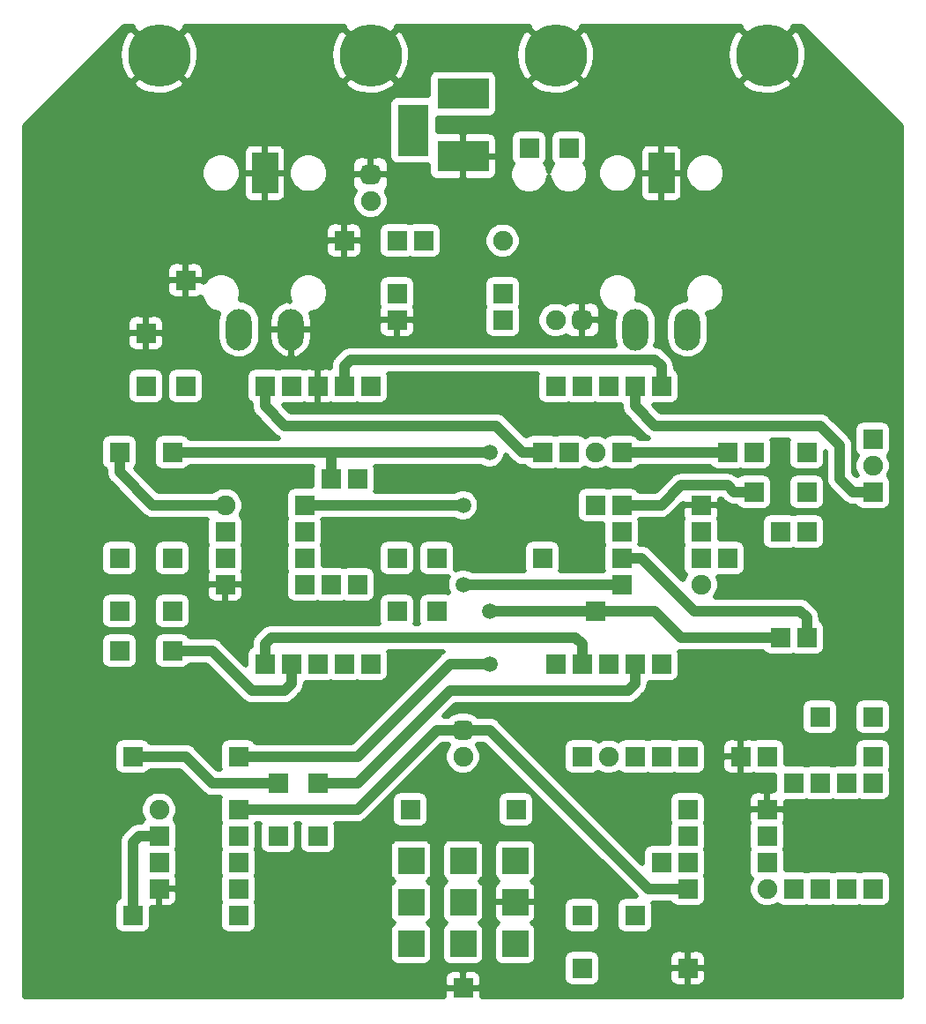
<source format=gbr>
G04 #@! TF.GenerationSoftware,KiCad,Pcbnew,5.1.6-c6e7f7d~87~ubuntu19.10.1*
G04 #@! TF.CreationDate,2022-03-29T21:29:29+06:00*
G04 #@! TF.ProjectId,____________r1b_down-tuned,3a3e3f3a-305f-4373-953c-3b385f723162,1B*
G04 #@! TF.SameCoordinates,Original*
G04 #@! TF.FileFunction,Copper,L1,Top*
G04 #@! TF.FilePolarity,Positive*
%FSLAX46Y46*%
G04 Gerber Fmt 4.6, Leading zero omitted, Abs format (unit mm)*
G04 Created by KiCad (PCBNEW 5.1.6-c6e7f7d~87~ubuntu19.10.1) date 2022-03-29 21:29:29*
%MOMM*%
%LPD*%
G01*
G04 APERTURE LIST*
G04 #@! TA.AperFunction,ComponentPad*
%ADD10R,1.900000X1.900000*%
G04 #@! TD*
G04 #@! TA.AperFunction,ComponentPad*
%ADD11R,2.500000X4.000000*%
G04 #@! TD*
G04 #@! TA.AperFunction,ComponentPad*
%ADD12O,2.500000X4.000000*%
G04 #@! TD*
G04 #@! TA.AperFunction,ComponentPad*
%ADD13C,6.000000*%
G04 #@! TD*
G04 #@! TA.AperFunction,ComponentPad*
%ADD14R,2.500000X2.500000*%
G04 #@! TD*
G04 #@! TA.AperFunction,ComponentPad*
%ADD15C,1.900000*%
G04 #@! TD*
G04 #@! TA.AperFunction,ComponentPad*
%ADD16R,5.000000X3.000000*%
G04 #@! TD*
G04 #@! TA.AperFunction,ComponentPad*
%ADD17R,3.000000X5.000000*%
G04 #@! TD*
G04 #@! TA.AperFunction,ViaPad*
%ADD18C,1.500000*%
G04 #@! TD*
G04 #@! TA.AperFunction,Conductor*
%ADD19C,1.000000*%
G04 #@! TD*
G04 #@! TA.AperFunction,Conductor*
%ADD20C,0.500000*%
G04 #@! TD*
G04 APERTURE END LIST*
D10*
X114300000Y-154940000D03*
X116840000Y-154940000D03*
X119380000Y-154940000D03*
X121920000Y-154940000D03*
X124460000Y-154940000D03*
X96520000Y-154940000D03*
X88900000Y-154940000D03*
X91440000Y-154940000D03*
X86360000Y-154940000D03*
X93980000Y-154940000D03*
X114300000Y-128270000D03*
X116840000Y-128270000D03*
X119380000Y-128270000D03*
X121920000Y-128270000D03*
X124460000Y-128270000D03*
X96520000Y-128270000D03*
X88900000Y-128270000D03*
X91440000Y-128270000D03*
X86360000Y-128270000D03*
X93980000Y-128270000D03*
D11*
X124460000Y-107830000D03*
D12*
X121960000Y-122830000D03*
X126960000Y-122830000D03*
D11*
X86360000Y-107830000D03*
D12*
X83860000Y-122830000D03*
X88860000Y-122830000D03*
D13*
X134620000Y-96520000D03*
X114300000Y-96520000D03*
X96520000Y-96520000D03*
X76200000Y-96520000D03*
D14*
X110410000Y-177800000D03*
X110410000Y-181800000D03*
X110410000Y-173800000D03*
X105410000Y-177800000D03*
X105410000Y-181800000D03*
X105410000Y-173800000D03*
X100410000Y-173800000D03*
X100410000Y-177800000D03*
X100410000Y-181800000D03*
D10*
X116840000Y-163830000D03*
D15*
X119380000Y-163830000D03*
D10*
X121920000Y-163830000D03*
X144780000Y-133350000D03*
D15*
X144780000Y-135890000D03*
D10*
X144780000Y-138430000D03*
X120650000Y-134620000D03*
D15*
X118110000Y-134620000D03*
D10*
X115570000Y-134620000D03*
G04 #@! TA.AperFunction,ComponentPad*
G36*
G01*
X115890000Y-122300000D02*
X115890000Y-121540000D01*
G75*
G02*
X116460000Y-120970000I570000J0D01*
G01*
X117220000Y-120970000D01*
G75*
G02*
X117790000Y-121540000I0J-570000D01*
G01*
X117790000Y-122300000D01*
G75*
G02*
X117220000Y-122870000I-570000J0D01*
G01*
X116460000Y-122870000D01*
G75*
G02*
X115890000Y-122300000I0J570000D01*
G01*
G37*
G04 #@! TD.AperFunction*
D15*
X114300000Y-121920000D03*
X96520000Y-110490000D03*
G04 #@! TA.AperFunction,ComponentPad*
G36*
G01*
X96900000Y-108900000D02*
X96140000Y-108900000D01*
G75*
G02*
X95570000Y-108330000I0J570000D01*
G01*
X95570000Y-107570000D01*
G75*
G02*
X96140000Y-107000000I570000J0D01*
G01*
X96900000Y-107000000D01*
G75*
G02*
X97470000Y-107570000I0J-570000D01*
G01*
X97470000Y-108330000D01*
G75*
G02*
X96900000Y-108900000I-570000J0D01*
G01*
G37*
G04 #@! TD.AperFunction*
D10*
X99060000Y-114300000D03*
X93980000Y-114300000D03*
X74930000Y-128270000D03*
X74930000Y-123190000D03*
X127000000Y-163830000D03*
X132080000Y-163830000D03*
X139700000Y-160020000D03*
X144780000Y-160020000D03*
X116840000Y-179070000D03*
X121920000Y-179070000D03*
X87630000Y-171450000D03*
X87630000Y-166370000D03*
X91440000Y-166370000D03*
X91440000Y-171450000D03*
X99060000Y-144780000D03*
X99060000Y-149860000D03*
X102870000Y-149860000D03*
X102870000Y-144780000D03*
X72390000Y-149860000D03*
X77470000Y-149860000D03*
X77470000Y-153670000D03*
X72390000Y-153670000D03*
X133350000Y-138430000D03*
X138430000Y-138430000D03*
X138430000Y-134620000D03*
X133350000Y-134620000D03*
X110490000Y-168910000D03*
X100330000Y-168910000D03*
X99060000Y-121920000D03*
X109220000Y-121920000D03*
X109220000Y-119380000D03*
X99060000Y-119380000D03*
X78740000Y-118110000D03*
X78740000Y-128270000D03*
X113030000Y-134620000D03*
X113030000Y-144780000D03*
X124460000Y-173990000D03*
X124460000Y-163830000D03*
X137160000Y-176530000D03*
X137160000Y-166370000D03*
X139700000Y-166370000D03*
X139700000Y-176530000D03*
X144780000Y-163830000D03*
X134620000Y-163830000D03*
X144780000Y-166370000D03*
X144780000Y-176530000D03*
X142240000Y-166370000D03*
X142240000Y-176530000D03*
X127000000Y-184150000D03*
X116840000Y-184150000D03*
X83820000Y-179070000D03*
X73660000Y-179070000D03*
X83820000Y-163830000D03*
X73660000Y-163830000D03*
X95250000Y-147320000D03*
X95250000Y-137160000D03*
X92710000Y-137160000D03*
X92710000Y-147320000D03*
X72390000Y-144780000D03*
X72390000Y-134620000D03*
X77470000Y-134620000D03*
X77470000Y-144780000D03*
X138430000Y-152400000D03*
X138430000Y-142240000D03*
X118110000Y-149860000D03*
X118110000Y-139700000D03*
X130810000Y-144780000D03*
X130810000Y-134620000D03*
X135890000Y-152400000D03*
X135890000Y-142240000D03*
D16*
X105410000Y-106210000D03*
D17*
X100610000Y-103710000D03*
D16*
X105410000Y-100210000D03*
D10*
X115570000Y-105410000D03*
X111760000Y-105410000D03*
X105410000Y-186055000D03*
D15*
X105410000Y-163830000D03*
G04 #@! TA.AperFunction,ComponentPad*
G36*
G01*
X105790000Y-162240000D02*
X105030000Y-162240000D01*
G75*
G02*
X104460000Y-161670000I0J570000D01*
G01*
X104460000Y-160910000D01*
G75*
G02*
X105030000Y-160340000I570000J0D01*
G01*
X105790000Y-160340000D01*
G75*
G02*
X106360000Y-160910000I0J-570000D01*
G01*
X106360000Y-161670000D01*
G75*
G02*
X105790000Y-162240000I-570000J0D01*
G01*
G37*
G04 #@! TD.AperFunction*
D10*
X127000000Y-176530000D03*
X127000000Y-173990000D03*
X127000000Y-171450000D03*
X127000000Y-168910000D03*
X134620000Y-168910000D03*
X134620000Y-171450000D03*
X134620000Y-173990000D03*
D15*
X134620000Y-176530000D03*
D10*
X83820000Y-168910000D03*
X83820000Y-171450000D03*
X83820000Y-173990000D03*
X83820000Y-176530000D03*
X76200000Y-176530000D03*
X76200000Y-173990000D03*
X76200000Y-171450000D03*
D15*
X76200000Y-168910000D03*
D10*
X90170000Y-139700000D03*
X90170000Y-142240000D03*
X90170000Y-144780000D03*
X90170000Y-147320000D03*
X82550000Y-147320000D03*
X82550000Y-144780000D03*
X82550000Y-142240000D03*
D15*
X82550000Y-139700000D03*
D10*
X120650000Y-147320000D03*
X120650000Y-144780000D03*
X120650000Y-142240000D03*
X120650000Y-139700000D03*
X128270000Y-139700000D03*
X128270000Y-142240000D03*
X128270000Y-144780000D03*
D15*
X128270000Y-147320000D03*
X109220000Y-114300000D03*
D10*
X101600000Y-114300000D03*
D18*
X107950000Y-134620000D03*
X107950000Y-149860000D03*
X107950000Y-154940000D03*
X105410000Y-147320000D03*
X105410000Y-139700000D03*
D19*
X92710000Y-137160000D02*
X92710000Y-134620000D01*
X92710000Y-134620000D02*
X107950000Y-134620000D01*
X77470000Y-134620000D02*
X92710000Y-134620000D01*
X118110000Y-149860000D02*
X107950000Y-149860000D01*
X126365000Y-152400000D02*
X135890000Y-152400000D01*
X123825000Y-149860000D02*
X126365000Y-152400000D01*
X118110000Y-149860000D02*
X123825000Y-149860000D01*
X104140000Y-154940000D02*
X107950000Y-154940000D01*
X95250000Y-163830000D02*
X104140000Y-154940000D01*
X83820000Y-163830000D02*
X95250000Y-163830000D01*
X124460000Y-126365000D02*
X124460000Y-128270000D01*
X123825000Y-125730000D02*
X124460000Y-126365000D01*
X94615000Y-125730000D02*
X123825000Y-125730000D01*
X93980000Y-126365000D02*
X94615000Y-125730000D01*
X93980000Y-128270000D02*
X93980000Y-126365000D01*
X116840000Y-153035000D02*
X116840000Y-154940000D01*
X86995000Y-152400000D02*
X116205000Y-152400000D01*
X86360000Y-153035000D02*
X86995000Y-152400000D01*
X116205000Y-152400000D02*
X116840000Y-153035000D01*
X86360000Y-154940000D02*
X86360000Y-153035000D01*
X108585000Y-132080000D02*
X111125000Y-134620000D01*
X111125000Y-134620000D02*
X113030000Y-134620000D01*
X88265000Y-132080000D02*
X108585000Y-132080000D01*
X86360000Y-130175000D02*
X88265000Y-132080000D01*
X86360000Y-128270000D02*
X86360000Y-130175000D01*
X88265000Y-157480000D02*
X88900000Y-156845000D01*
X85090000Y-157480000D02*
X88265000Y-157480000D01*
X81280000Y-153670000D02*
X85090000Y-157480000D01*
X88900000Y-156845000D02*
X88900000Y-154940000D01*
X77470000Y-153670000D02*
X81280000Y-153670000D01*
X121920000Y-156845000D02*
X121920000Y-154940000D01*
X121285000Y-157480000D02*
X121920000Y-156845000D01*
X104140000Y-157480000D02*
X121285000Y-157480000D01*
X95250000Y-166370000D02*
X104140000Y-157480000D01*
X91440000Y-166370000D02*
X95250000Y-166370000D01*
X81280000Y-166370000D02*
X87630000Y-166370000D01*
X78740000Y-163830000D02*
X81280000Y-166370000D01*
X73660000Y-163830000D02*
X78740000Y-163830000D01*
X130810000Y-137795000D02*
X131445000Y-138430000D01*
X126365000Y-137795000D02*
X130810000Y-137795000D01*
X124460000Y-139700000D02*
X126365000Y-137795000D01*
X131445000Y-138430000D02*
X133350000Y-138430000D01*
X120650000Y-139700000D02*
X124460000Y-139700000D01*
X138430000Y-150495000D02*
X138430000Y-152400000D01*
X137795000Y-149860000D02*
X138430000Y-150495000D01*
X127635000Y-149860000D02*
X137795000Y-149860000D01*
X122555000Y-144780000D02*
X127635000Y-149860000D01*
X120650000Y-144780000D02*
X122555000Y-144780000D01*
X72390000Y-136525000D02*
X75565000Y-139700000D01*
X75565000Y-139700000D02*
X82550000Y-139700000D01*
X72390000Y-134620000D02*
X72390000Y-136525000D01*
X74295000Y-171450000D02*
X76200000Y-171450000D01*
X73660000Y-172085000D02*
X74295000Y-171450000D01*
X73660000Y-179070000D02*
X73660000Y-172085000D01*
X120650000Y-147320000D02*
X105410000Y-147320000D01*
X90170000Y-139700000D02*
X105410000Y-139700000D01*
X102870000Y-161290000D02*
X105410000Y-161290000D01*
X95250000Y-168910000D02*
X102870000Y-161290000D01*
X83820000Y-168910000D02*
X95250000Y-168910000D01*
X123190000Y-176530000D02*
X127000000Y-176530000D01*
X107950000Y-161290000D02*
X123190000Y-176530000D01*
X105410000Y-161290000D02*
X107950000Y-161290000D01*
X120650000Y-134620000D02*
X130810000Y-134620000D01*
X121920000Y-128270000D02*
X121920000Y-130175000D01*
X141605000Y-133985000D02*
X141605000Y-137160000D01*
X142875000Y-138430000D02*
X144780000Y-138430000D01*
X121920000Y-130175000D02*
X123825000Y-132080000D01*
X123825000Y-132080000D02*
X139700000Y-132080000D01*
X139700000Y-132080000D02*
X141605000Y-133985000D01*
X141605000Y-137160000D02*
X142875000Y-138430000D01*
D20*
G36*
X73650324Y-93899613D02*
G01*
X76200000Y-96449289D01*
X78749676Y-93899613D01*
X78667651Y-93760000D01*
X94052349Y-93760000D01*
X93970324Y-93899613D01*
X96520000Y-96449289D01*
X99069676Y-93899613D01*
X98987651Y-93760000D01*
X111832349Y-93760000D01*
X111750324Y-93899613D01*
X114300000Y-96449289D01*
X116849676Y-93899613D01*
X116767651Y-93760000D01*
X132152349Y-93760000D01*
X132070324Y-93899613D01*
X134620000Y-96449289D01*
X137169676Y-93899613D01*
X137087651Y-93760000D01*
X137995077Y-93760000D01*
X147540000Y-103304924D01*
X147540001Y-186910000D01*
X107213545Y-186910000D01*
X107210000Y-186317500D01*
X106997500Y-186105000D01*
X105460000Y-186105000D01*
X105460000Y-186125000D01*
X105360000Y-186125000D01*
X105360000Y-186105000D01*
X103822500Y-186105000D01*
X103610000Y-186317500D01*
X103606455Y-186910000D01*
X63280000Y-186910000D01*
X63280000Y-185105000D01*
X103605887Y-185105000D01*
X103610000Y-185792500D01*
X103822500Y-186005000D01*
X105360000Y-186005000D01*
X105360000Y-184467500D01*
X105460000Y-184467500D01*
X105460000Y-186005000D01*
X106997500Y-186005000D01*
X107210000Y-185792500D01*
X107214113Y-185105000D01*
X107197701Y-184938371D01*
X107149098Y-184778145D01*
X107070169Y-184630480D01*
X106963949Y-184501051D01*
X106834520Y-184394831D01*
X106686855Y-184315902D01*
X106526629Y-184267299D01*
X106360000Y-184250887D01*
X105672500Y-184255000D01*
X105460000Y-184467500D01*
X105360000Y-184467500D01*
X105147500Y-184255000D01*
X104460000Y-184250887D01*
X104293371Y-184267299D01*
X104133145Y-184315902D01*
X103985480Y-184394831D01*
X103856051Y-184501051D01*
X103749831Y-184630480D01*
X103670902Y-184778145D01*
X103622299Y-184938371D01*
X103605887Y-185105000D01*
X63280000Y-185105000D01*
X63280000Y-178120000D01*
X71855888Y-178120000D01*
X71855888Y-180020000D01*
X71872300Y-180186629D01*
X71920903Y-180346855D01*
X71999832Y-180494519D01*
X72106052Y-180623948D01*
X72235481Y-180730168D01*
X72383145Y-180809097D01*
X72543371Y-180857700D01*
X72710000Y-180874112D01*
X74610000Y-180874112D01*
X74776629Y-180857700D01*
X74936855Y-180809097D01*
X75084519Y-180730168D01*
X75213948Y-180623948D01*
X75320168Y-180494519D01*
X75399097Y-180346855D01*
X75447700Y-180186629D01*
X75464112Y-180020000D01*
X75464112Y-178332832D01*
X75937500Y-178330000D01*
X76150000Y-178117500D01*
X76150000Y-176580000D01*
X76250000Y-176580000D01*
X76250000Y-178117500D01*
X76462500Y-178330000D01*
X77150000Y-178334113D01*
X77316629Y-178317701D01*
X77476855Y-178269098D01*
X77624520Y-178190169D01*
X77753949Y-178083949D01*
X77860169Y-177954520D01*
X77939098Y-177806855D01*
X77987701Y-177646629D01*
X78004113Y-177480000D01*
X78000000Y-176792500D01*
X77787500Y-176580000D01*
X76250000Y-176580000D01*
X76150000Y-176580000D01*
X76130000Y-176580000D01*
X76130000Y-176480000D01*
X76150000Y-176480000D01*
X76150000Y-176460000D01*
X76250000Y-176460000D01*
X76250000Y-176480000D01*
X77787500Y-176480000D01*
X78000000Y-176267500D01*
X78004113Y-175580000D01*
X77987701Y-175413371D01*
X77941177Y-175259998D01*
X77987700Y-175106629D01*
X78004112Y-174940000D01*
X78004112Y-173040000D01*
X77987700Y-172873371D01*
X77941176Y-172720000D01*
X77987700Y-172566629D01*
X78004112Y-172400000D01*
X78004112Y-170500000D01*
X77987700Y-170333371D01*
X77939097Y-170173145D01*
X77860168Y-170025481D01*
X77753948Y-169896052D01*
X77722970Y-169870629D01*
X77795139Y-169762620D01*
X77930827Y-169435041D01*
X78000000Y-169087284D01*
X78000000Y-168732716D01*
X77930827Y-168384959D01*
X77795139Y-168057380D01*
X77598151Y-167762567D01*
X77347433Y-167511849D01*
X77052620Y-167314861D01*
X76725041Y-167179173D01*
X76377284Y-167110000D01*
X76022716Y-167110000D01*
X75674959Y-167179173D01*
X75347380Y-167314861D01*
X75052567Y-167511849D01*
X74801849Y-167762567D01*
X74604861Y-168057380D01*
X74469173Y-168384959D01*
X74400000Y-168732716D01*
X74400000Y-169087284D01*
X74469173Y-169435041D01*
X74604861Y-169762620D01*
X74677030Y-169870629D01*
X74646052Y-169896052D01*
X74539832Y-170025481D01*
X74500000Y-170100000D01*
X74361319Y-170100000D01*
X74295000Y-170093468D01*
X74228681Y-170100000D01*
X74228679Y-170100000D01*
X74030354Y-170119533D01*
X73853620Y-170173145D01*
X73775877Y-170196728D01*
X73694048Y-170240467D01*
X73541351Y-170322085D01*
X73335787Y-170490787D01*
X73293505Y-170542308D01*
X72752300Y-171083513D01*
X72700788Y-171125787D01*
X72658514Y-171177298D01*
X72658510Y-171177302D01*
X72532085Y-171331351D01*
X72406729Y-171565878D01*
X72329534Y-171820354D01*
X72303468Y-172085000D01*
X72310001Y-172151329D01*
X72310000Y-177370000D01*
X72235481Y-177409832D01*
X72106052Y-177516052D01*
X71999832Y-177645481D01*
X71920903Y-177793145D01*
X71872300Y-177953371D01*
X71855888Y-178120000D01*
X63280000Y-178120000D01*
X63280000Y-162880000D01*
X71855888Y-162880000D01*
X71855888Y-164780000D01*
X71872300Y-164946629D01*
X71920903Y-165106855D01*
X71999832Y-165254519D01*
X72106052Y-165383948D01*
X72235481Y-165490168D01*
X72383145Y-165569097D01*
X72543371Y-165617700D01*
X72710000Y-165634112D01*
X74610000Y-165634112D01*
X74776629Y-165617700D01*
X74936855Y-165569097D01*
X75084519Y-165490168D01*
X75213948Y-165383948D01*
X75320168Y-165254519D01*
X75360000Y-165180000D01*
X78180812Y-165180000D01*
X80278509Y-167277697D01*
X80320787Y-167329213D01*
X80526351Y-167497915D01*
X80760878Y-167623272D01*
X81015354Y-167700467D01*
X81213679Y-167720000D01*
X81213688Y-167720000D01*
X81279999Y-167726531D01*
X81346310Y-167720000D01*
X82054556Y-167720000D01*
X82032300Y-167793371D01*
X82015888Y-167960000D01*
X82015888Y-169860000D01*
X82032300Y-170026629D01*
X82078824Y-170180000D01*
X82032300Y-170333371D01*
X82015888Y-170500000D01*
X82015888Y-172400000D01*
X82032300Y-172566629D01*
X82078824Y-172720000D01*
X82032300Y-172873371D01*
X82015888Y-173040000D01*
X82015888Y-174940000D01*
X82032300Y-175106629D01*
X82078824Y-175260000D01*
X82032300Y-175413371D01*
X82015888Y-175580000D01*
X82015888Y-177480000D01*
X82032300Y-177646629D01*
X82078824Y-177800000D01*
X82032300Y-177953371D01*
X82015888Y-178120000D01*
X82015888Y-180020000D01*
X82032300Y-180186629D01*
X82080903Y-180346855D01*
X82159832Y-180494519D01*
X82266052Y-180623948D01*
X82395481Y-180730168D01*
X82543145Y-180809097D01*
X82703371Y-180857700D01*
X82870000Y-180874112D01*
X84770000Y-180874112D01*
X84936629Y-180857700D01*
X85096855Y-180809097D01*
X85244519Y-180730168D01*
X85373948Y-180623948D01*
X85480168Y-180494519D01*
X85559097Y-180346855D01*
X85607700Y-180186629D01*
X85624112Y-180020000D01*
X85624112Y-178120000D01*
X85607700Y-177953371D01*
X85561176Y-177800000D01*
X85607700Y-177646629D01*
X85624112Y-177480000D01*
X85624112Y-175580000D01*
X85607700Y-175413371D01*
X85561176Y-175260000D01*
X85607700Y-175106629D01*
X85624112Y-174940000D01*
X85624112Y-173040000D01*
X85607700Y-172873371D01*
X85561176Y-172720000D01*
X85607700Y-172566629D01*
X85624112Y-172400000D01*
X85624112Y-170500000D01*
X85607700Y-170333371D01*
X85585444Y-170260000D01*
X85864556Y-170260000D01*
X85842300Y-170333371D01*
X85825888Y-170500000D01*
X85825888Y-172400000D01*
X85842300Y-172566629D01*
X85890903Y-172726855D01*
X85969832Y-172874519D01*
X86076052Y-173003948D01*
X86205481Y-173110168D01*
X86353145Y-173189097D01*
X86513371Y-173237700D01*
X86680000Y-173254112D01*
X88580000Y-173254112D01*
X88746629Y-173237700D01*
X88906855Y-173189097D01*
X89054519Y-173110168D01*
X89183948Y-173003948D01*
X89290168Y-172874519D01*
X89369097Y-172726855D01*
X89417700Y-172566629D01*
X89434112Y-172400000D01*
X89434112Y-170500000D01*
X89417700Y-170333371D01*
X89395444Y-170260000D01*
X89674556Y-170260000D01*
X89652300Y-170333371D01*
X89635888Y-170500000D01*
X89635888Y-172400000D01*
X89652300Y-172566629D01*
X89700903Y-172726855D01*
X89779832Y-172874519D01*
X89886052Y-173003948D01*
X90015481Y-173110168D01*
X90163145Y-173189097D01*
X90323371Y-173237700D01*
X90490000Y-173254112D01*
X92390000Y-173254112D01*
X92556629Y-173237700D01*
X92716855Y-173189097D01*
X92864519Y-173110168D01*
X92993948Y-173003948D01*
X93100168Y-172874519D01*
X93179097Y-172726855D01*
X93227700Y-172566629D01*
X93229337Y-172550000D01*
X98305888Y-172550000D01*
X98305888Y-175050000D01*
X98322300Y-175216629D01*
X98370903Y-175376855D01*
X98449832Y-175524519D01*
X98556052Y-175653948D01*
X98685481Y-175760168D01*
X98760001Y-175800000D01*
X98685481Y-175839832D01*
X98556052Y-175946052D01*
X98449832Y-176075481D01*
X98370903Y-176223145D01*
X98322300Y-176383371D01*
X98305888Y-176550000D01*
X98305888Y-179050000D01*
X98322300Y-179216629D01*
X98370903Y-179376855D01*
X98449832Y-179524519D01*
X98556052Y-179653948D01*
X98685481Y-179760168D01*
X98760001Y-179800000D01*
X98685481Y-179839832D01*
X98556052Y-179946052D01*
X98449832Y-180075481D01*
X98370903Y-180223145D01*
X98322300Y-180383371D01*
X98305888Y-180550000D01*
X98305888Y-183050000D01*
X98322300Y-183216629D01*
X98370903Y-183376855D01*
X98449832Y-183524519D01*
X98556052Y-183653948D01*
X98685481Y-183760168D01*
X98833145Y-183839097D01*
X98993371Y-183887700D01*
X99160000Y-183904112D01*
X101660000Y-183904112D01*
X101826629Y-183887700D01*
X101986855Y-183839097D01*
X102134519Y-183760168D01*
X102263948Y-183653948D01*
X102370168Y-183524519D01*
X102449097Y-183376855D01*
X102497700Y-183216629D01*
X102514112Y-183050000D01*
X102514112Y-180550000D01*
X102497700Y-180383371D01*
X102449097Y-180223145D01*
X102370168Y-180075481D01*
X102263948Y-179946052D01*
X102134519Y-179839832D01*
X102059999Y-179800000D01*
X102134519Y-179760168D01*
X102263948Y-179653948D01*
X102370168Y-179524519D01*
X102449097Y-179376855D01*
X102497700Y-179216629D01*
X102514112Y-179050000D01*
X102514112Y-176550000D01*
X102497700Y-176383371D01*
X102449097Y-176223145D01*
X102370168Y-176075481D01*
X102263948Y-175946052D01*
X102134519Y-175839832D01*
X102059999Y-175800000D01*
X102134519Y-175760168D01*
X102263948Y-175653948D01*
X102370168Y-175524519D01*
X102449097Y-175376855D01*
X102497700Y-175216629D01*
X102514112Y-175050000D01*
X102514112Y-172550000D01*
X103305888Y-172550000D01*
X103305888Y-175050000D01*
X103322300Y-175216629D01*
X103370903Y-175376855D01*
X103449832Y-175524519D01*
X103556052Y-175653948D01*
X103685481Y-175760168D01*
X103760001Y-175800000D01*
X103685481Y-175839832D01*
X103556052Y-175946052D01*
X103449832Y-176075481D01*
X103370903Y-176223145D01*
X103322300Y-176383371D01*
X103305888Y-176550000D01*
X103305888Y-179050000D01*
X103322300Y-179216629D01*
X103370903Y-179376855D01*
X103449832Y-179524519D01*
X103556052Y-179653948D01*
X103685481Y-179760168D01*
X103760001Y-179800000D01*
X103685481Y-179839832D01*
X103556052Y-179946052D01*
X103449832Y-180075481D01*
X103370903Y-180223145D01*
X103322300Y-180383371D01*
X103305888Y-180550000D01*
X103305888Y-183050000D01*
X103322300Y-183216629D01*
X103370903Y-183376855D01*
X103449832Y-183524519D01*
X103556052Y-183653948D01*
X103685481Y-183760168D01*
X103833145Y-183839097D01*
X103993371Y-183887700D01*
X104160000Y-183904112D01*
X106660000Y-183904112D01*
X106826629Y-183887700D01*
X106986855Y-183839097D01*
X107134519Y-183760168D01*
X107263948Y-183653948D01*
X107370168Y-183524519D01*
X107449097Y-183376855D01*
X107497700Y-183216629D01*
X107514112Y-183050000D01*
X107514112Y-180550000D01*
X107497700Y-180383371D01*
X107449097Y-180223145D01*
X107370168Y-180075481D01*
X107263948Y-179946052D01*
X107134519Y-179839832D01*
X107059999Y-179800000D01*
X107134519Y-179760168D01*
X107263948Y-179653948D01*
X107370168Y-179524519D01*
X107449097Y-179376855D01*
X107497700Y-179216629D01*
X107514112Y-179050000D01*
X108305887Y-179050000D01*
X108322299Y-179216629D01*
X108370902Y-179376855D01*
X108449831Y-179524520D01*
X108556051Y-179653949D01*
X108685480Y-179760169D01*
X108759999Y-179800001D01*
X108685481Y-179839832D01*
X108556052Y-179946052D01*
X108449832Y-180075481D01*
X108370903Y-180223145D01*
X108322300Y-180383371D01*
X108305888Y-180550000D01*
X108305888Y-183050000D01*
X108322300Y-183216629D01*
X108370903Y-183376855D01*
X108449832Y-183524519D01*
X108556052Y-183653948D01*
X108685481Y-183760168D01*
X108833145Y-183839097D01*
X108993371Y-183887700D01*
X109160000Y-183904112D01*
X111660000Y-183904112D01*
X111826629Y-183887700D01*
X111986855Y-183839097D01*
X112134519Y-183760168D01*
X112263948Y-183653948D01*
X112370168Y-183524519D01*
X112449097Y-183376855D01*
X112497700Y-183216629D01*
X112499337Y-183200000D01*
X115035888Y-183200000D01*
X115035888Y-185100000D01*
X115052300Y-185266629D01*
X115100903Y-185426855D01*
X115179832Y-185574519D01*
X115286052Y-185703948D01*
X115415481Y-185810168D01*
X115563145Y-185889097D01*
X115723371Y-185937700D01*
X115890000Y-185954112D01*
X117790000Y-185954112D01*
X117956629Y-185937700D01*
X118116855Y-185889097D01*
X118264519Y-185810168D01*
X118393948Y-185703948D01*
X118500168Y-185574519D01*
X118579097Y-185426855D01*
X118627700Y-185266629D01*
X118644112Y-185100000D01*
X125195887Y-185100000D01*
X125212299Y-185266629D01*
X125260902Y-185426855D01*
X125339831Y-185574520D01*
X125446051Y-185703949D01*
X125575480Y-185810169D01*
X125723145Y-185889098D01*
X125883371Y-185937701D01*
X126050000Y-185954113D01*
X126737500Y-185950000D01*
X126950000Y-185737500D01*
X126950000Y-184200000D01*
X127050000Y-184200000D01*
X127050000Y-185737500D01*
X127262500Y-185950000D01*
X127950000Y-185954113D01*
X128116629Y-185937701D01*
X128276855Y-185889098D01*
X128424520Y-185810169D01*
X128553949Y-185703949D01*
X128660169Y-185574520D01*
X128739098Y-185426855D01*
X128787701Y-185266629D01*
X128804113Y-185100000D01*
X128800000Y-184412500D01*
X128587500Y-184200000D01*
X127050000Y-184200000D01*
X126950000Y-184200000D01*
X125412500Y-184200000D01*
X125200000Y-184412500D01*
X125195887Y-185100000D01*
X118644112Y-185100000D01*
X118644112Y-183200000D01*
X125195887Y-183200000D01*
X125200000Y-183887500D01*
X125412500Y-184100000D01*
X126950000Y-184100000D01*
X126950000Y-182562500D01*
X127050000Y-182562500D01*
X127050000Y-184100000D01*
X128587500Y-184100000D01*
X128800000Y-183887500D01*
X128804113Y-183200000D01*
X128787701Y-183033371D01*
X128739098Y-182873145D01*
X128660169Y-182725480D01*
X128553949Y-182596051D01*
X128424520Y-182489831D01*
X128276855Y-182410902D01*
X128116629Y-182362299D01*
X127950000Y-182345887D01*
X127262500Y-182350000D01*
X127050000Y-182562500D01*
X126950000Y-182562500D01*
X126737500Y-182350000D01*
X126050000Y-182345887D01*
X125883371Y-182362299D01*
X125723145Y-182410902D01*
X125575480Y-182489831D01*
X125446051Y-182596051D01*
X125339831Y-182725480D01*
X125260902Y-182873145D01*
X125212299Y-183033371D01*
X125195887Y-183200000D01*
X118644112Y-183200000D01*
X118627700Y-183033371D01*
X118579097Y-182873145D01*
X118500168Y-182725481D01*
X118393948Y-182596052D01*
X118264519Y-182489832D01*
X118116855Y-182410903D01*
X117956629Y-182362300D01*
X117790000Y-182345888D01*
X115890000Y-182345888D01*
X115723371Y-182362300D01*
X115563145Y-182410903D01*
X115415481Y-182489832D01*
X115286052Y-182596052D01*
X115179832Y-182725481D01*
X115100903Y-182873145D01*
X115052300Y-183033371D01*
X115035888Y-183200000D01*
X112499337Y-183200000D01*
X112514112Y-183050000D01*
X112514112Y-180550000D01*
X112497700Y-180383371D01*
X112449097Y-180223145D01*
X112370168Y-180075481D01*
X112263948Y-179946052D01*
X112134519Y-179839832D01*
X112060001Y-179800001D01*
X112134520Y-179760169D01*
X112263949Y-179653949D01*
X112370169Y-179524520D01*
X112449098Y-179376855D01*
X112497701Y-179216629D01*
X112514113Y-179050000D01*
X112510240Y-178120000D01*
X115035888Y-178120000D01*
X115035888Y-180020000D01*
X115052300Y-180186629D01*
X115100903Y-180346855D01*
X115179832Y-180494519D01*
X115286052Y-180623948D01*
X115415481Y-180730168D01*
X115563145Y-180809097D01*
X115723371Y-180857700D01*
X115890000Y-180874112D01*
X117790000Y-180874112D01*
X117956629Y-180857700D01*
X118116855Y-180809097D01*
X118264519Y-180730168D01*
X118393948Y-180623948D01*
X118500168Y-180494519D01*
X118579097Y-180346855D01*
X118627700Y-180186629D01*
X118644112Y-180020000D01*
X118644112Y-178120000D01*
X118627700Y-177953371D01*
X118579097Y-177793145D01*
X118500168Y-177645481D01*
X118393948Y-177516052D01*
X118264519Y-177409832D01*
X118116855Y-177330903D01*
X117956629Y-177282300D01*
X117790000Y-177265888D01*
X115890000Y-177265888D01*
X115723371Y-177282300D01*
X115563145Y-177330903D01*
X115415481Y-177409832D01*
X115286052Y-177516052D01*
X115179832Y-177645481D01*
X115100903Y-177793145D01*
X115052300Y-177953371D01*
X115035888Y-178120000D01*
X112510240Y-178120000D01*
X112510000Y-178062500D01*
X112297500Y-177850000D01*
X110460000Y-177850000D01*
X110460000Y-177870000D01*
X110360000Y-177870000D01*
X110360000Y-177850000D01*
X108522500Y-177850000D01*
X108310000Y-178062500D01*
X108305887Y-179050000D01*
X107514112Y-179050000D01*
X107514112Y-176550000D01*
X108305887Y-176550000D01*
X108310000Y-177537500D01*
X108522500Y-177750000D01*
X110360000Y-177750000D01*
X110360000Y-177730000D01*
X110460000Y-177730000D01*
X110460000Y-177750000D01*
X112297500Y-177750000D01*
X112510000Y-177537500D01*
X112514113Y-176550000D01*
X112497701Y-176383371D01*
X112449098Y-176223145D01*
X112370169Y-176075480D01*
X112263949Y-175946051D01*
X112134520Y-175839831D01*
X112060001Y-175799999D01*
X112134519Y-175760168D01*
X112263948Y-175653948D01*
X112370168Y-175524519D01*
X112449097Y-175376855D01*
X112497700Y-175216629D01*
X112514112Y-175050000D01*
X112514112Y-172550000D01*
X112497700Y-172383371D01*
X112449097Y-172223145D01*
X112370168Y-172075481D01*
X112263948Y-171946052D01*
X112134519Y-171839832D01*
X111986855Y-171760903D01*
X111826629Y-171712300D01*
X111660000Y-171695888D01*
X109160000Y-171695888D01*
X108993371Y-171712300D01*
X108833145Y-171760903D01*
X108685481Y-171839832D01*
X108556052Y-171946052D01*
X108449832Y-172075481D01*
X108370903Y-172223145D01*
X108322300Y-172383371D01*
X108305888Y-172550000D01*
X108305888Y-175050000D01*
X108322300Y-175216629D01*
X108370903Y-175376855D01*
X108449832Y-175524519D01*
X108556052Y-175653948D01*
X108685481Y-175760168D01*
X108759999Y-175799999D01*
X108685480Y-175839831D01*
X108556051Y-175946051D01*
X108449831Y-176075480D01*
X108370902Y-176223145D01*
X108322299Y-176383371D01*
X108305887Y-176550000D01*
X107514112Y-176550000D01*
X107497700Y-176383371D01*
X107449097Y-176223145D01*
X107370168Y-176075481D01*
X107263948Y-175946052D01*
X107134519Y-175839832D01*
X107059999Y-175800000D01*
X107134519Y-175760168D01*
X107263948Y-175653948D01*
X107370168Y-175524519D01*
X107449097Y-175376855D01*
X107497700Y-175216629D01*
X107514112Y-175050000D01*
X107514112Y-172550000D01*
X107497700Y-172383371D01*
X107449097Y-172223145D01*
X107370168Y-172075481D01*
X107263948Y-171946052D01*
X107134519Y-171839832D01*
X106986855Y-171760903D01*
X106826629Y-171712300D01*
X106660000Y-171695888D01*
X104160000Y-171695888D01*
X103993371Y-171712300D01*
X103833145Y-171760903D01*
X103685481Y-171839832D01*
X103556052Y-171946052D01*
X103449832Y-172075481D01*
X103370903Y-172223145D01*
X103322300Y-172383371D01*
X103305888Y-172550000D01*
X102514112Y-172550000D01*
X102497700Y-172383371D01*
X102449097Y-172223145D01*
X102370168Y-172075481D01*
X102263948Y-171946052D01*
X102134519Y-171839832D01*
X101986855Y-171760903D01*
X101826629Y-171712300D01*
X101660000Y-171695888D01*
X99160000Y-171695888D01*
X98993371Y-171712300D01*
X98833145Y-171760903D01*
X98685481Y-171839832D01*
X98556052Y-171946052D01*
X98449832Y-172075481D01*
X98370903Y-172223145D01*
X98322300Y-172383371D01*
X98305888Y-172550000D01*
X93229337Y-172550000D01*
X93244112Y-172400000D01*
X93244112Y-170500000D01*
X93227700Y-170333371D01*
X93205444Y-170260000D01*
X95183681Y-170260000D01*
X95250000Y-170266532D01*
X95316319Y-170260000D01*
X95316321Y-170260000D01*
X95514646Y-170240467D01*
X95769122Y-170163272D01*
X96003649Y-170037915D01*
X96209213Y-169869213D01*
X96251491Y-169817697D01*
X98109188Y-167960000D01*
X98525888Y-167960000D01*
X98525888Y-169860000D01*
X98542300Y-170026629D01*
X98590903Y-170186855D01*
X98669832Y-170334519D01*
X98776052Y-170463948D01*
X98905481Y-170570168D01*
X99053145Y-170649097D01*
X99213371Y-170697700D01*
X99380000Y-170714112D01*
X101280000Y-170714112D01*
X101446629Y-170697700D01*
X101606855Y-170649097D01*
X101754519Y-170570168D01*
X101883948Y-170463948D01*
X101990168Y-170334519D01*
X102069097Y-170186855D01*
X102117700Y-170026629D01*
X102134112Y-169860000D01*
X102134112Y-167960000D01*
X108685888Y-167960000D01*
X108685888Y-169860000D01*
X108702300Y-170026629D01*
X108750903Y-170186855D01*
X108829832Y-170334519D01*
X108936052Y-170463948D01*
X109065481Y-170570168D01*
X109213145Y-170649097D01*
X109373371Y-170697700D01*
X109540000Y-170714112D01*
X111440000Y-170714112D01*
X111606629Y-170697700D01*
X111766855Y-170649097D01*
X111914519Y-170570168D01*
X112043948Y-170463948D01*
X112150168Y-170334519D01*
X112229097Y-170186855D01*
X112277700Y-170026629D01*
X112294112Y-169860000D01*
X112294112Y-167960000D01*
X112277700Y-167793371D01*
X112229097Y-167633145D01*
X112150168Y-167485481D01*
X112043948Y-167356052D01*
X111914519Y-167249832D01*
X111766855Y-167170903D01*
X111606629Y-167122300D01*
X111440000Y-167105888D01*
X109540000Y-167105888D01*
X109373371Y-167122300D01*
X109213145Y-167170903D01*
X109065481Y-167249832D01*
X108936052Y-167356052D01*
X108829832Y-167485481D01*
X108750903Y-167633145D01*
X108702300Y-167793371D01*
X108685888Y-167960000D01*
X102134112Y-167960000D01*
X102117700Y-167793371D01*
X102069097Y-167633145D01*
X101990168Y-167485481D01*
X101883948Y-167356052D01*
X101754519Y-167249832D01*
X101606855Y-167170903D01*
X101446629Y-167122300D01*
X101280000Y-167105888D01*
X99380000Y-167105888D01*
X99213371Y-167122300D01*
X99053145Y-167170903D01*
X98905481Y-167249832D01*
X98776052Y-167356052D01*
X98669832Y-167485481D01*
X98590903Y-167633145D01*
X98542300Y-167793371D01*
X98525888Y-167960000D01*
X98109188Y-167960000D01*
X103429188Y-162640000D01*
X103992637Y-162640000D01*
X104020484Y-162673932D01*
X104011849Y-162682567D01*
X103814861Y-162977380D01*
X103679173Y-163304959D01*
X103610000Y-163652716D01*
X103610000Y-164007284D01*
X103679173Y-164355041D01*
X103814861Y-164682620D01*
X104011849Y-164977433D01*
X104262567Y-165228151D01*
X104557380Y-165425139D01*
X104884959Y-165560827D01*
X105232716Y-165630000D01*
X105587284Y-165630000D01*
X105935041Y-165560827D01*
X106262620Y-165425139D01*
X106557433Y-165228151D01*
X106808151Y-164977433D01*
X107005139Y-164682620D01*
X107140827Y-164355041D01*
X107210000Y-164007284D01*
X107210000Y-163652716D01*
X107140827Y-163304959D01*
X107005139Y-162977380D01*
X106808151Y-162682567D01*
X106799516Y-162673932D01*
X106827363Y-162640000D01*
X107390812Y-162640000D01*
X122016700Y-177265888D01*
X120970000Y-177265888D01*
X120803371Y-177282300D01*
X120643145Y-177330903D01*
X120495481Y-177409832D01*
X120366052Y-177516052D01*
X120259832Y-177645481D01*
X120180903Y-177793145D01*
X120132300Y-177953371D01*
X120115888Y-178120000D01*
X120115888Y-180020000D01*
X120132300Y-180186629D01*
X120180903Y-180346855D01*
X120259832Y-180494519D01*
X120366052Y-180623948D01*
X120495481Y-180730168D01*
X120643145Y-180809097D01*
X120803371Y-180857700D01*
X120970000Y-180874112D01*
X122870000Y-180874112D01*
X123036629Y-180857700D01*
X123196855Y-180809097D01*
X123344519Y-180730168D01*
X123473948Y-180623948D01*
X123580168Y-180494519D01*
X123659097Y-180346855D01*
X123707700Y-180186629D01*
X123724112Y-180020000D01*
X123724112Y-178120000D01*
X123707700Y-177953371D01*
X123685444Y-177880000D01*
X125300000Y-177880000D01*
X125339832Y-177954519D01*
X125446052Y-178083948D01*
X125575481Y-178190168D01*
X125723145Y-178269097D01*
X125883371Y-178317700D01*
X126050000Y-178334112D01*
X127950000Y-178334112D01*
X128116629Y-178317700D01*
X128276855Y-178269097D01*
X128424519Y-178190168D01*
X128553948Y-178083948D01*
X128660168Y-177954519D01*
X128739097Y-177806855D01*
X128787700Y-177646629D01*
X128804112Y-177480000D01*
X128804112Y-175580000D01*
X128787700Y-175413371D01*
X128741176Y-175260000D01*
X128787700Y-175106629D01*
X128804112Y-174940000D01*
X128804112Y-173040000D01*
X128787700Y-172873371D01*
X128741176Y-172720000D01*
X128787700Y-172566629D01*
X128804112Y-172400000D01*
X128804112Y-170500000D01*
X128787700Y-170333371D01*
X128741176Y-170180000D01*
X128787700Y-170026629D01*
X128804112Y-169860000D01*
X132815887Y-169860000D01*
X132832299Y-170026629D01*
X132878823Y-170180002D01*
X132832300Y-170333371D01*
X132815888Y-170500000D01*
X132815888Y-172400000D01*
X132832300Y-172566629D01*
X132878824Y-172720000D01*
X132832300Y-172873371D01*
X132815888Y-173040000D01*
X132815888Y-174940000D01*
X132832300Y-175106629D01*
X132880903Y-175266855D01*
X132959832Y-175414519D01*
X133066052Y-175543948D01*
X133097030Y-175569371D01*
X133024861Y-175677380D01*
X132889173Y-176004959D01*
X132820000Y-176352716D01*
X132820000Y-176707284D01*
X132889173Y-177055041D01*
X133024861Y-177382620D01*
X133221849Y-177677433D01*
X133472567Y-177928151D01*
X133767380Y-178125139D01*
X134094959Y-178260827D01*
X134442716Y-178330000D01*
X134797284Y-178330000D01*
X135145041Y-178260827D01*
X135472620Y-178125139D01*
X135580629Y-178052970D01*
X135606052Y-178083948D01*
X135735481Y-178190168D01*
X135883145Y-178269097D01*
X136043371Y-178317700D01*
X136210000Y-178334112D01*
X138110000Y-178334112D01*
X138276629Y-178317700D01*
X138430000Y-178271176D01*
X138583371Y-178317700D01*
X138750000Y-178334112D01*
X140650000Y-178334112D01*
X140816629Y-178317700D01*
X140970000Y-178271176D01*
X141123371Y-178317700D01*
X141290000Y-178334112D01*
X143190000Y-178334112D01*
X143356629Y-178317700D01*
X143510000Y-178271176D01*
X143663371Y-178317700D01*
X143830000Y-178334112D01*
X145730000Y-178334112D01*
X145896629Y-178317700D01*
X146056855Y-178269097D01*
X146204519Y-178190168D01*
X146333948Y-178083948D01*
X146440168Y-177954519D01*
X146519097Y-177806855D01*
X146567700Y-177646629D01*
X146584112Y-177480000D01*
X146584112Y-175580000D01*
X146567700Y-175413371D01*
X146519097Y-175253145D01*
X146440168Y-175105481D01*
X146333948Y-174976052D01*
X146204519Y-174869832D01*
X146056855Y-174790903D01*
X145896629Y-174742300D01*
X145730000Y-174725888D01*
X143830000Y-174725888D01*
X143663371Y-174742300D01*
X143510000Y-174788824D01*
X143356629Y-174742300D01*
X143190000Y-174725888D01*
X141290000Y-174725888D01*
X141123371Y-174742300D01*
X140970000Y-174788824D01*
X140816629Y-174742300D01*
X140650000Y-174725888D01*
X138750000Y-174725888D01*
X138583371Y-174742300D01*
X138430000Y-174788824D01*
X138276629Y-174742300D01*
X138110000Y-174725888D01*
X136424112Y-174725888D01*
X136424112Y-173040000D01*
X136407700Y-172873371D01*
X136361176Y-172720000D01*
X136407700Y-172566629D01*
X136424112Y-172400000D01*
X136424112Y-170500000D01*
X136407700Y-170333371D01*
X136361177Y-170180002D01*
X136407701Y-170026629D01*
X136424113Y-169860000D01*
X136420000Y-169172500D01*
X136207500Y-168960000D01*
X134670000Y-168960000D01*
X134670000Y-168980000D01*
X134570000Y-168980000D01*
X134570000Y-168960000D01*
X133032500Y-168960000D01*
X132820000Y-169172500D01*
X132815887Y-169860000D01*
X128804112Y-169860000D01*
X128804112Y-167960000D01*
X132815887Y-167960000D01*
X132820000Y-168647500D01*
X133032500Y-168860000D01*
X134570000Y-168860000D01*
X134570000Y-167322500D01*
X134357500Y-167110000D01*
X133670000Y-167105887D01*
X133503371Y-167122299D01*
X133343145Y-167170902D01*
X133195480Y-167249831D01*
X133066051Y-167356051D01*
X132959831Y-167485480D01*
X132880902Y-167633145D01*
X132832299Y-167793371D01*
X132815887Y-167960000D01*
X128804112Y-167960000D01*
X128787700Y-167793371D01*
X128739097Y-167633145D01*
X128660168Y-167485481D01*
X128553948Y-167356052D01*
X128424519Y-167249832D01*
X128276855Y-167170903D01*
X128116629Y-167122300D01*
X127950000Y-167105888D01*
X126050000Y-167105888D01*
X125883371Y-167122300D01*
X125723145Y-167170903D01*
X125575481Y-167249832D01*
X125446052Y-167356052D01*
X125339832Y-167485481D01*
X125260903Y-167633145D01*
X125212300Y-167793371D01*
X125195888Y-167960000D01*
X125195888Y-169860000D01*
X125212300Y-170026629D01*
X125258824Y-170180000D01*
X125212300Y-170333371D01*
X125195888Y-170500000D01*
X125195888Y-172185888D01*
X123510000Y-172185888D01*
X123343371Y-172202300D01*
X123183145Y-172250903D01*
X123035481Y-172329832D01*
X122906052Y-172436052D01*
X122799832Y-172565481D01*
X122720903Y-172713145D01*
X122672300Y-172873371D01*
X122655888Y-173040000D01*
X122655888Y-174086700D01*
X111449188Y-162880000D01*
X115035888Y-162880000D01*
X115035888Y-164780000D01*
X115052300Y-164946629D01*
X115100903Y-165106855D01*
X115179832Y-165254519D01*
X115286052Y-165383948D01*
X115415481Y-165490168D01*
X115563145Y-165569097D01*
X115723371Y-165617700D01*
X115890000Y-165634112D01*
X117790000Y-165634112D01*
X117956629Y-165617700D01*
X118116855Y-165569097D01*
X118264519Y-165490168D01*
X118393948Y-165383948D01*
X118419371Y-165352970D01*
X118527380Y-165425139D01*
X118854959Y-165560827D01*
X119202716Y-165630000D01*
X119557284Y-165630000D01*
X119905041Y-165560827D01*
X120232620Y-165425139D01*
X120340629Y-165352970D01*
X120366052Y-165383948D01*
X120495481Y-165490168D01*
X120643145Y-165569097D01*
X120803371Y-165617700D01*
X120970000Y-165634112D01*
X122870000Y-165634112D01*
X123036629Y-165617700D01*
X123190000Y-165571176D01*
X123343371Y-165617700D01*
X123510000Y-165634112D01*
X125410000Y-165634112D01*
X125576629Y-165617700D01*
X125730000Y-165571176D01*
X125883371Y-165617700D01*
X126050000Y-165634112D01*
X127950000Y-165634112D01*
X128116629Y-165617700D01*
X128276855Y-165569097D01*
X128424519Y-165490168D01*
X128553948Y-165383948D01*
X128660168Y-165254519D01*
X128739097Y-165106855D01*
X128787700Y-164946629D01*
X128804112Y-164780000D01*
X130275887Y-164780000D01*
X130292299Y-164946629D01*
X130340902Y-165106855D01*
X130419831Y-165254520D01*
X130526051Y-165383949D01*
X130655480Y-165490169D01*
X130803145Y-165569098D01*
X130963371Y-165617701D01*
X131130000Y-165634113D01*
X131817500Y-165630000D01*
X132030000Y-165417500D01*
X132030000Y-163880000D01*
X130492500Y-163880000D01*
X130280000Y-164092500D01*
X130275887Y-164780000D01*
X128804112Y-164780000D01*
X128804112Y-162880000D01*
X130275887Y-162880000D01*
X130280000Y-163567500D01*
X130492500Y-163780000D01*
X132030000Y-163780000D01*
X132030000Y-162242500D01*
X132130000Y-162242500D01*
X132130000Y-163780000D01*
X132150000Y-163780000D01*
X132150000Y-163880000D01*
X132130000Y-163880000D01*
X132130000Y-165417500D01*
X132342500Y-165630000D01*
X133030000Y-165634113D01*
X133196629Y-165617701D01*
X133350002Y-165571177D01*
X133503371Y-165617700D01*
X133670000Y-165634112D01*
X135355888Y-165634112D01*
X135355888Y-167107168D01*
X134882500Y-167110000D01*
X134670000Y-167322500D01*
X134670000Y-168860000D01*
X136207500Y-168860000D01*
X136420000Y-168647500D01*
X136422832Y-168174112D01*
X138110000Y-168174112D01*
X138276629Y-168157700D01*
X138430000Y-168111176D01*
X138583371Y-168157700D01*
X138750000Y-168174112D01*
X140650000Y-168174112D01*
X140816629Y-168157700D01*
X140970000Y-168111176D01*
X141123371Y-168157700D01*
X141290000Y-168174112D01*
X143190000Y-168174112D01*
X143356629Y-168157700D01*
X143510000Y-168111176D01*
X143663371Y-168157700D01*
X143830000Y-168174112D01*
X145730000Y-168174112D01*
X145896629Y-168157700D01*
X146056855Y-168109097D01*
X146204519Y-168030168D01*
X146333948Y-167923948D01*
X146440168Y-167794519D01*
X146519097Y-167646855D01*
X146567700Y-167486629D01*
X146584112Y-167320000D01*
X146584112Y-165420000D01*
X146567700Y-165253371D01*
X146521176Y-165100000D01*
X146567700Y-164946629D01*
X146584112Y-164780000D01*
X146584112Y-162880000D01*
X146567700Y-162713371D01*
X146519097Y-162553145D01*
X146440168Y-162405481D01*
X146333948Y-162276052D01*
X146204519Y-162169832D01*
X146056855Y-162090903D01*
X145896629Y-162042300D01*
X145730000Y-162025888D01*
X143830000Y-162025888D01*
X143663371Y-162042300D01*
X143503145Y-162090903D01*
X143355481Y-162169832D01*
X143226052Y-162276052D01*
X143119832Y-162405481D01*
X143040903Y-162553145D01*
X142992300Y-162713371D01*
X142975888Y-162880000D01*
X142975888Y-164565888D01*
X141290000Y-164565888D01*
X141123371Y-164582300D01*
X140970000Y-164628824D01*
X140816629Y-164582300D01*
X140650000Y-164565888D01*
X138750000Y-164565888D01*
X138583371Y-164582300D01*
X138430000Y-164628824D01*
X138276629Y-164582300D01*
X138110000Y-164565888D01*
X136424112Y-164565888D01*
X136424112Y-162880000D01*
X136407700Y-162713371D01*
X136359097Y-162553145D01*
X136280168Y-162405481D01*
X136173948Y-162276052D01*
X136044519Y-162169832D01*
X135896855Y-162090903D01*
X135736629Y-162042300D01*
X135570000Y-162025888D01*
X133670000Y-162025888D01*
X133503371Y-162042300D01*
X133350002Y-162088823D01*
X133196629Y-162042299D01*
X133030000Y-162025887D01*
X132342500Y-162030000D01*
X132130000Y-162242500D01*
X132030000Y-162242500D01*
X131817500Y-162030000D01*
X131130000Y-162025887D01*
X130963371Y-162042299D01*
X130803145Y-162090902D01*
X130655480Y-162169831D01*
X130526051Y-162276051D01*
X130419831Y-162405480D01*
X130340902Y-162553145D01*
X130292299Y-162713371D01*
X130275887Y-162880000D01*
X128804112Y-162880000D01*
X128787700Y-162713371D01*
X128739097Y-162553145D01*
X128660168Y-162405481D01*
X128553948Y-162276052D01*
X128424519Y-162169832D01*
X128276855Y-162090903D01*
X128116629Y-162042300D01*
X127950000Y-162025888D01*
X126050000Y-162025888D01*
X125883371Y-162042300D01*
X125730000Y-162088824D01*
X125576629Y-162042300D01*
X125410000Y-162025888D01*
X123510000Y-162025888D01*
X123343371Y-162042300D01*
X123190000Y-162088824D01*
X123036629Y-162042300D01*
X122870000Y-162025888D01*
X120970000Y-162025888D01*
X120803371Y-162042300D01*
X120643145Y-162090903D01*
X120495481Y-162169832D01*
X120366052Y-162276052D01*
X120340629Y-162307030D01*
X120232620Y-162234861D01*
X119905041Y-162099173D01*
X119557284Y-162030000D01*
X119202716Y-162030000D01*
X118854959Y-162099173D01*
X118527380Y-162234861D01*
X118419371Y-162307030D01*
X118393948Y-162276052D01*
X118264519Y-162169832D01*
X118116855Y-162090903D01*
X117956629Y-162042300D01*
X117790000Y-162025888D01*
X115890000Y-162025888D01*
X115723371Y-162042300D01*
X115563145Y-162090903D01*
X115415481Y-162169832D01*
X115286052Y-162276052D01*
X115179832Y-162405481D01*
X115100903Y-162553145D01*
X115052300Y-162713371D01*
X115035888Y-162880000D01*
X111449188Y-162880000D01*
X108951491Y-160382303D01*
X108909213Y-160330787D01*
X108703649Y-160162085D01*
X108469122Y-160036728D01*
X108214646Y-159959533D01*
X108016321Y-159940000D01*
X108016319Y-159940000D01*
X107950000Y-159933468D01*
X107883681Y-159940000D01*
X106827363Y-159940000D01*
X106796999Y-159903001D01*
X106581194Y-159725894D01*
X106334984Y-159594292D01*
X106067830Y-159513252D01*
X105790000Y-159485888D01*
X105030000Y-159485888D01*
X104752170Y-159513252D01*
X104485016Y-159594292D01*
X104238806Y-159725894D01*
X104023001Y-159903001D01*
X103992637Y-159940000D01*
X103589188Y-159940000D01*
X104459188Y-159070000D01*
X137895888Y-159070000D01*
X137895888Y-160970000D01*
X137912300Y-161136629D01*
X137960903Y-161296855D01*
X138039832Y-161444519D01*
X138146052Y-161573948D01*
X138275481Y-161680168D01*
X138423145Y-161759097D01*
X138583371Y-161807700D01*
X138750000Y-161824112D01*
X140650000Y-161824112D01*
X140816629Y-161807700D01*
X140976855Y-161759097D01*
X141124519Y-161680168D01*
X141253948Y-161573948D01*
X141360168Y-161444519D01*
X141439097Y-161296855D01*
X141487700Y-161136629D01*
X141504112Y-160970000D01*
X141504112Y-159070000D01*
X142975888Y-159070000D01*
X142975888Y-160970000D01*
X142992300Y-161136629D01*
X143040903Y-161296855D01*
X143119832Y-161444519D01*
X143226052Y-161573948D01*
X143355481Y-161680168D01*
X143503145Y-161759097D01*
X143663371Y-161807700D01*
X143830000Y-161824112D01*
X145730000Y-161824112D01*
X145896629Y-161807700D01*
X146056855Y-161759097D01*
X146204519Y-161680168D01*
X146333948Y-161573948D01*
X146440168Y-161444519D01*
X146519097Y-161296855D01*
X146567700Y-161136629D01*
X146584112Y-160970000D01*
X146584112Y-159070000D01*
X146567700Y-158903371D01*
X146519097Y-158743145D01*
X146440168Y-158595481D01*
X146333948Y-158466052D01*
X146204519Y-158359832D01*
X146056855Y-158280903D01*
X145896629Y-158232300D01*
X145730000Y-158215888D01*
X143830000Y-158215888D01*
X143663371Y-158232300D01*
X143503145Y-158280903D01*
X143355481Y-158359832D01*
X143226052Y-158466052D01*
X143119832Y-158595481D01*
X143040903Y-158743145D01*
X142992300Y-158903371D01*
X142975888Y-159070000D01*
X141504112Y-159070000D01*
X141487700Y-158903371D01*
X141439097Y-158743145D01*
X141360168Y-158595481D01*
X141253948Y-158466052D01*
X141124519Y-158359832D01*
X140976855Y-158280903D01*
X140816629Y-158232300D01*
X140650000Y-158215888D01*
X138750000Y-158215888D01*
X138583371Y-158232300D01*
X138423145Y-158280903D01*
X138275481Y-158359832D01*
X138146052Y-158466052D01*
X138039832Y-158595481D01*
X137960903Y-158743145D01*
X137912300Y-158903371D01*
X137895888Y-159070000D01*
X104459188Y-159070000D01*
X104699188Y-158830000D01*
X121218681Y-158830000D01*
X121285000Y-158836532D01*
X121351319Y-158830000D01*
X121351321Y-158830000D01*
X121549646Y-158810467D01*
X121804122Y-158733272D01*
X122038649Y-158607915D01*
X122244213Y-158439213D01*
X122286492Y-158387696D01*
X122827696Y-157846491D01*
X122879212Y-157804213D01*
X123047915Y-157598649D01*
X123111334Y-157480000D01*
X123173272Y-157364123D01*
X123191239Y-157304895D01*
X123250467Y-157109646D01*
X123270000Y-156911321D01*
X123270000Y-156911319D01*
X123276532Y-156845000D01*
X123270000Y-156778681D01*
X123270000Y-156705444D01*
X123343371Y-156727700D01*
X123510000Y-156744112D01*
X125410000Y-156744112D01*
X125576629Y-156727700D01*
X125736855Y-156679097D01*
X125884519Y-156600168D01*
X126013948Y-156493948D01*
X126120168Y-156364519D01*
X126199097Y-156216855D01*
X126247700Y-156056629D01*
X126264112Y-155890000D01*
X126264112Y-153990000D01*
X126247700Y-153823371D01*
X126223188Y-153742565D01*
X126298679Y-153750000D01*
X126298688Y-153750000D01*
X126364999Y-153756531D01*
X126431310Y-153750000D01*
X134190000Y-153750000D01*
X134229832Y-153824519D01*
X134336052Y-153953948D01*
X134465481Y-154060168D01*
X134613145Y-154139097D01*
X134773371Y-154187700D01*
X134940000Y-154204112D01*
X136840000Y-154204112D01*
X137006629Y-154187700D01*
X137160000Y-154141176D01*
X137313371Y-154187700D01*
X137480000Y-154204112D01*
X139380000Y-154204112D01*
X139546629Y-154187700D01*
X139706855Y-154139097D01*
X139854519Y-154060168D01*
X139983948Y-153953948D01*
X140090168Y-153824519D01*
X140169097Y-153676855D01*
X140217700Y-153516629D01*
X140234112Y-153350000D01*
X140234112Y-151450000D01*
X140217700Y-151283371D01*
X140169097Y-151123145D01*
X140090168Y-150975481D01*
X139983948Y-150846052D01*
X139854519Y-150739832D01*
X139780000Y-150700000D01*
X139780000Y-150561319D01*
X139786532Y-150495000D01*
X139769956Y-150326703D01*
X139760467Y-150230354D01*
X139695924Y-150017586D01*
X139683272Y-149975877D01*
X139620593Y-149858614D01*
X139557915Y-149741351D01*
X139389212Y-149535787D01*
X139337696Y-149493509D01*
X138796489Y-148952301D01*
X138754213Y-148900787D01*
X138548649Y-148732085D01*
X138314122Y-148606728D01*
X138059646Y-148529533D01*
X137861321Y-148510000D01*
X137861319Y-148510000D01*
X137795000Y-148503468D01*
X137728681Y-148510000D01*
X129625584Y-148510000D01*
X129668151Y-148467433D01*
X129865139Y-148172620D01*
X130000827Y-147845041D01*
X130070000Y-147497284D01*
X130070000Y-147142716D01*
X130000827Y-146794959D01*
X129913491Y-146584112D01*
X131760000Y-146584112D01*
X131926629Y-146567700D01*
X132086855Y-146519097D01*
X132234519Y-146440168D01*
X132363948Y-146333948D01*
X132470168Y-146204519D01*
X132549097Y-146056855D01*
X132597700Y-145896629D01*
X132614112Y-145730000D01*
X132614112Y-143830000D01*
X132597700Y-143663371D01*
X132549097Y-143503145D01*
X132470168Y-143355481D01*
X132363948Y-143226052D01*
X132234519Y-143119832D01*
X132086855Y-143040903D01*
X131926629Y-142992300D01*
X131760000Y-142975888D01*
X130074112Y-142975888D01*
X130074112Y-141290000D01*
X134085888Y-141290000D01*
X134085888Y-143190000D01*
X134102300Y-143356629D01*
X134150903Y-143516855D01*
X134229832Y-143664519D01*
X134336052Y-143793948D01*
X134465481Y-143900168D01*
X134613145Y-143979097D01*
X134773371Y-144027700D01*
X134940000Y-144044112D01*
X136840000Y-144044112D01*
X137006629Y-144027700D01*
X137160000Y-143981176D01*
X137313371Y-144027700D01*
X137480000Y-144044112D01*
X139380000Y-144044112D01*
X139546629Y-144027700D01*
X139706855Y-143979097D01*
X139854519Y-143900168D01*
X139983948Y-143793948D01*
X140090168Y-143664519D01*
X140169097Y-143516855D01*
X140217700Y-143356629D01*
X140234112Y-143190000D01*
X140234112Y-141290000D01*
X140217700Y-141123371D01*
X140169097Y-140963145D01*
X140090168Y-140815481D01*
X139983948Y-140686052D01*
X139854519Y-140579832D01*
X139706855Y-140500903D01*
X139546629Y-140452300D01*
X139380000Y-140435888D01*
X137480000Y-140435888D01*
X137313371Y-140452300D01*
X137160000Y-140498824D01*
X137006629Y-140452300D01*
X136840000Y-140435888D01*
X134940000Y-140435888D01*
X134773371Y-140452300D01*
X134613145Y-140500903D01*
X134465481Y-140579832D01*
X134336052Y-140686052D01*
X134229832Y-140815481D01*
X134150903Y-140963145D01*
X134102300Y-141123371D01*
X134085888Y-141290000D01*
X130074112Y-141290000D01*
X130057700Y-141123371D01*
X130011177Y-140970002D01*
X130057701Y-140816629D01*
X130074113Y-140650000D01*
X130070000Y-139962500D01*
X129857500Y-139750000D01*
X128320000Y-139750000D01*
X128320000Y-139770000D01*
X128220000Y-139770000D01*
X128220000Y-139750000D01*
X126682500Y-139750000D01*
X126470000Y-139962500D01*
X126465887Y-140650000D01*
X126482299Y-140816629D01*
X126528823Y-140970002D01*
X126482300Y-141123371D01*
X126465888Y-141290000D01*
X126465888Y-143190000D01*
X126482300Y-143356629D01*
X126528824Y-143510000D01*
X126482300Y-143663371D01*
X126465888Y-143830000D01*
X126465888Y-145730000D01*
X126482300Y-145896629D01*
X126530903Y-146056855D01*
X126609832Y-146204519D01*
X126716052Y-146333948D01*
X126747030Y-146359371D01*
X126674861Y-146467380D01*
X126539173Y-146794959D01*
X126529214Y-146845026D01*
X123556491Y-143872303D01*
X123514213Y-143820787D01*
X123308649Y-143652085D01*
X123074122Y-143526728D01*
X122819646Y-143449533D01*
X122621321Y-143430000D01*
X122621319Y-143430000D01*
X122555000Y-143423468D01*
X122488681Y-143430000D01*
X122415444Y-143430000D01*
X122437700Y-143356629D01*
X122454112Y-143190000D01*
X122454112Y-141290000D01*
X122437700Y-141123371D01*
X122415444Y-141050000D01*
X124393681Y-141050000D01*
X124460000Y-141056532D01*
X124526319Y-141050000D01*
X124526321Y-141050000D01*
X124724646Y-141030467D01*
X124979122Y-140953272D01*
X125213649Y-140827915D01*
X125419213Y-140659213D01*
X125461491Y-140607697D01*
X126550844Y-139518344D01*
X126682500Y-139650000D01*
X128220000Y-139650000D01*
X128220000Y-139630000D01*
X128320000Y-139630000D01*
X128320000Y-139650000D01*
X129857500Y-139650000D01*
X130070000Y-139437500D01*
X130071750Y-139145000D01*
X130250813Y-139145000D01*
X130443505Y-139337692D01*
X130485787Y-139389213D01*
X130691351Y-139557915D01*
X130808614Y-139620593D01*
X130925877Y-139683272D01*
X130981019Y-139699999D01*
X131180354Y-139760467D01*
X131378679Y-139780000D01*
X131378681Y-139780000D01*
X131445000Y-139786532D01*
X131511319Y-139780000D01*
X131650000Y-139780000D01*
X131689832Y-139854519D01*
X131796052Y-139983948D01*
X131925481Y-140090168D01*
X132073145Y-140169097D01*
X132233371Y-140217700D01*
X132400000Y-140234112D01*
X134300000Y-140234112D01*
X134466629Y-140217700D01*
X134626855Y-140169097D01*
X134774519Y-140090168D01*
X134903948Y-139983948D01*
X135010168Y-139854519D01*
X135089097Y-139706855D01*
X135137700Y-139546629D01*
X135154112Y-139380000D01*
X135154112Y-137480000D01*
X136625888Y-137480000D01*
X136625888Y-139380000D01*
X136642300Y-139546629D01*
X136690903Y-139706855D01*
X136769832Y-139854519D01*
X136876052Y-139983948D01*
X137005481Y-140090168D01*
X137153145Y-140169097D01*
X137313371Y-140217700D01*
X137480000Y-140234112D01*
X139380000Y-140234112D01*
X139546629Y-140217700D01*
X139706855Y-140169097D01*
X139854519Y-140090168D01*
X139983948Y-139983948D01*
X140090168Y-139854519D01*
X140169097Y-139706855D01*
X140217700Y-139546629D01*
X140234112Y-139380000D01*
X140234112Y-137480000D01*
X140217700Y-137313371D01*
X140169097Y-137153145D01*
X140090168Y-137005481D01*
X139983948Y-136876052D01*
X139854519Y-136769832D01*
X139706855Y-136690903D01*
X139546629Y-136642300D01*
X139380000Y-136625888D01*
X137480000Y-136625888D01*
X137313371Y-136642300D01*
X137153145Y-136690903D01*
X137005481Y-136769832D01*
X136876052Y-136876052D01*
X136769832Y-137005481D01*
X136690903Y-137153145D01*
X136642300Y-137313371D01*
X136625888Y-137480000D01*
X135154112Y-137480000D01*
X135137700Y-137313371D01*
X135089097Y-137153145D01*
X135010168Y-137005481D01*
X134903948Y-136876052D01*
X134774519Y-136769832D01*
X134626855Y-136690903D01*
X134466629Y-136642300D01*
X134300000Y-136625888D01*
X132400000Y-136625888D01*
X132233371Y-136642300D01*
X132073145Y-136690903D01*
X131925481Y-136769832D01*
X131799760Y-136873009D01*
X131769213Y-136835787D01*
X131563649Y-136667085D01*
X131329122Y-136541728D01*
X131074646Y-136464533D01*
X130876321Y-136445000D01*
X130876319Y-136445000D01*
X130810000Y-136438468D01*
X130743681Y-136445000D01*
X126431319Y-136445000D01*
X126365000Y-136438468D01*
X126298681Y-136445000D01*
X126298679Y-136445000D01*
X126100354Y-136464533D01*
X125845878Y-136541728D01*
X125753096Y-136591321D01*
X125611350Y-136667085D01*
X125457301Y-136793510D01*
X125457298Y-136793513D01*
X125405787Y-136835787D01*
X125363513Y-136887298D01*
X123900812Y-138350000D01*
X122350000Y-138350000D01*
X122310168Y-138275481D01*
X122203948Y-138146052D01*
X122074519Y-138039832D01*
X121926855Y-137960903D01*
X121766629Y-137912300D01*
X121600000Y-137895888D01*
X119700000Y-137895888D01*
X119533371Y-137912300D01*
X119380000Y-137958824D01*
X119226629Y-137912300D01*
X119060000Y-137895888D01*
X117160000Y-137895888D01*
X116993371Y-137912300D01*
X116833145Y-137960903D01*
X116685481Y-138039832D01*
X116556052Y-138146052D01*
X116449832Y-138275481D01*
X116370903Y-138423145D01*
X116322300Y-138583371D01*
X116305888Y-138750000D01*
X116305888Y-140650000D01*
X116322300Y-140816629D01*
X116370903Y-140976855D01*
X116449832Y-141124519D01*
X116556052Y-141253948D01*
X116685481Y-141360168D01*
X116833145Y-141439097D01*
X116993371Y-141487700D01*
X117160000Y-141504112D01*
X118845888Y-141504112D01*
X118845888Y-143190000D01*
X118862300Y-143356629D01*
X118908824Y-143510000D01*
X118862300Y-143663371D01*
X118845888Y-143830000D01*
X118845888Y-145730000D01*
X118862300Y-145896629D01*
X118884556Y-145970000D01*
X114795444Y-145970000D01*
X114817700Y-145896629D01*
X114834112Y-145730000D01*
X114834112Y-143830000D01*
X114817700Y-143663371D01*
X114769097Y-143503145D01*
X114690168Y-143355481D01*
X114583948Y-143226052D01*
X114454519Y-143119832D01*
X114306855Y-143040903D01*
X114146629Y-142992300D01*
X113980000Y-142975888D01*
X112080000Y-142975888D01*
X111913371Y-142992300D01*
X111753145Y-143040903D01*
X111605481Y-143119832D01*
X111476052Y-143226052D01*
X111369832Y-143355481D01*
X111290903Y-143503145D01*
X111242300Y-143663371D01*
X111225888Y-143830000D01*
X111225888Y-145730000D01*
X111242300Y-145896629D01*
X111264556Y-145970000D01*
X106269506Y-145970000D01*
X106167884Y-145902098D01*
X105876703Y-145781487D01*
X105567586Y-145720000D01*
X105252414Y-145720000D01*
X104943297Y-145781487D01*
X104656605Y-145900239D01*
X104657700Y-145896629D01*
X104674112Y-145730000D01*
X104674112Y-143830000D01*
X104657700Y-143663371D01*
X104609097Y-143503145D01*
X104530168Y-143355481D01*
X104423948Y-143226052D01*
X104294519Y-143119832D01*
X104146855Y-143040903D01*
X103986629Y-142992300D01*
X103820000Y-142975888D01*
X101920000Y-142975888D01*
X101753371Y-142992300D01*
X101593145Y-143040903D01*
X101445481Y-143119832D01*
X101316052Y-143226052D01*
X101209832Y-143355481D01*
X101130903Y-143503145D01*
X101082300Y-143663371D01*
X101065888Y-143830000D01*
X101065888Y-145730000D01*
X101082300Y-145896629D01*
X101130903Y-146056855D01*
X101209832Y-146204519D01*
X101316052Y-146333948D01*
X101445481Y-146440168D01*
X101593145Y-146519097D01*
X101753371Y-146567700D01*
X101920000Y-146584112D01*
X103820000Y-146584112D01*
X103986629Y-146567700D01*
X103990239Y-146566605D01*
X103871487Y-146853297D01*
X103810000Y-147162414D01*
X103810000Y-147477586D01*
X103871487Y-147786703D01*
X103990239Y-148073395D01*
X103986629Y-148072300D01*
X103820000Y-148055888D01*
X101920000Y-148055888D01*
X101753371Y-148072300D01*
X101593145Y-148120903D01*
X101445481Y-148199832D01*
X101316052Y-148306052D01*
X101209832Y-148435481D01*
X101130903Y-148583145D01*
X101082300Y-148743371D01*
X101065888Y-148910000D01*
X101065888Y-150810000D01*
X101082300Y-150976629D01*
X101104556Y-151050000D01*
X100825444Y-151050000D01*
X100847700Y-150976629D01*
X100864112Y-150810000D01*
X100864112Y-148910000D01*
X100847700Y-148743371D01*
X100799097Y-148583145D01*
X100720168Y-148435481D01*
X100613948Y-148306052D01*
X100484519Y-148199832D01*
X100336855Y-148120903D01*
X100176629Y-148072300D01*
X100010000Y-148055888D01*
X98110000Y-148055888D01*
X97943371Y-148072300D01*
X97783145Y-148120903D01*
X97635481Y-148199832D01*
X97506052Y-148306052D01*
X97399832Y-148435481D01*
X97320903Y-148583145D01*
X97272300Y-148743371D01*
X97255888Y-148910000D01*
X97255888Y-150810000D01*
X97272300Y-150976629D01*
X97294556Y-151050000D01*
X87061319Y-151050000D01*
X86995000Y-151043468D01*
X86928681Y-151050000D01*
X86928679Y-151050000D01*
X86730354Y-151069533D01*
X86553620Y-151123145D01*
X86475877Y-151146728D01*
X86394048Y-151190467D01*
X86241351Y-151272085D01*
X86035787Y-151440787D01*
X85993505Y-151492308D01*
X85452300Y-152033513D01*
X85400788Y-152075787D01*
X85358514Y-152127298D01*
X85358510Y-152127302D01*
X85232085Y-152281351D01*
X85106729Y-152515878D01*
X85029534Y-152770354D01*
X85003468Y-153035000D01*
X85010001Y-153101328D01*
X85010001Y-153240000D01*
X84935481Y-153279832D01*
X84806052Y-153386052D01*
X84699832Y-153515481D01*
X84620903Y-153663145D01*
X84572300Y-153823371D01*
X84555888Y-153990000D01*
X84555888Y-155036700D01*
X82281491Y-152762303D01*
X82239213Y-152710787D01*
X82033649Y-152542085D01*
X81799122Y-152416728D01*
X81544646Y-152339533D01*
X81346321Y-152320000D01*
X81346319Y-152320000D01*
X81280000Y-152313468D01*
X81213681Y-152320000D01*
X79170000Y-152320000D01*
X79130168Y-152245481D01*
X79023948Y-152116052D01*
X78894519Y-152009832D01*
X78746855Y-151930903D01*
X78586629Y-151882300D01*
X78420000Y-151865888D01*
X76520000Y-151865888D01*
X76353371Y-151882300D01*
X76193145Y-151930903D01*
X76045481Y-152009832D01*
X75916052Y-152116052D01*
X75809832Y-152245481D01*
X75730903Y-152393145D01*
X75682300Y-152553371D01*
X75665888Y-152720000D01*
X75665888Y-154620000D01*
X75682300Y-154786629D01*
X75730903Y-154946855D01*
X75809832Y-155094519D01*
X75916052Y-155223948D01*
X76045481Y-155330168D01*
X76193145Y-155409097D01*
X76353371Y-155457700D01*
X76520000Y-155474112D01*
X78420000Y-155474112D01*
X78586629Y-155457700D01*
X78746855Y-155409097D01*
X78894519Y-155330168D01*
X79023948Y-155223948D01*
X79130168Y-155094519D01*
X79170000Y-155020000D01*
X80720812Y-155020000D01*
X84088509Y-158387697D01*
X84130787Y-158439213D01*
X84182302Y-158481490D01*
X84336350Y-158607915D01*
X84570877Y-158733272D01*
X84630105Y-158751239D01*
X84825354Y-158810467D01*
X85023679Y-158830000D01*
X85023681Y-158830000D01*
X85090000Y-158836532D01*
X85156319Y-158830000D01*
X88198681Y-158830000D01*
X88265000Y-158836532D01*
X88331319Y-158830000D01*
X88331321Y-158830000D01*
X88529646Y-158810467D01*
X88784122Y-158733272D01*
X89018649Y-158607915D01*
X89224213Y-158439213D01*
X89266492Y-158387696D01*
X89807696Y-157846491D01*
X89859212Y-157804213D01*
X90027915Y-157598649D01*
X90091334Y-157480000D01*
X90153272Y-157364123D01*
X90171239Y-157304895D01*
X90230467Y-157109646D01*
X90250000Y-156911321D01*
X90250000Y-156911319D01*
X90256532Y-156845000D01*
X90250000Y-156778681D01*
X90250000Y-156705444D01*
X90323371Y-156727700D01*
X90490000Y-156744112D01*
X92390000Y-156744112D01*
X92556629Y-156727700D01*
X92710000Y-156681176D01*
X92863371Y-156727700D01*
X93030000Y-156744112D01*
X94930000Y-156744112D01*
X95096629Y-156727700D01*
X95250000Y-156681176D01*
X95403371Y-156727700D01*
X95570000Y-156744112D01*
X97470000Y-156744112D01*
X97636629Y-156727700D01*
X97796855Y-156679097D01*
X97944519Y-156600168D01*
X98073948Y-156493948D01*
X98180168Y-156364519D01*
X98259097Y-156216855D01*
X98307700Y-156056629D01*
X98324112Y-155890000D01*
X98324112Y-153990000D01*
X98307700Y-153823371D01*
X98285444Y-153750000D01*
X103502504Y-153750000D01*
X103430197Y-153788649D01*
X103386351Y-153812085D01*
X103180787Y-153980787D01*
X103138509Y-154032303D01*
X94690812Y-162480000D01*
X85520000Y-162480000D01*
X85480168Y-162405481D01*
X85373948Y-162276052D01*
X85244519Y-162169832D01*
X85096855Y-162090903D01*
X84936629Y-162042300D01*
X84770000Y-162025888D01*
X82870000Y-162025888D01*
X82703371Y-162042300D01*
X82543145Y-162090903D01*
X82395481Y-162169832D01*
X82266052Y-162276052D01*
X82159832Y-162405481D01*
X82080903Y-162553145D01*
X82032300Y-162713371D01*
X82015888Y-162880000D01*
X82015888Y-164780000D01*
X82032300Y-164946629D01*
X82054556Y-165020000D01*
X81839188Y-165020000D01*
X79741490Y-162922302D01*
X79699213Y-162870787D01*
X79493649Y-162702085D01*
X79259122Y-162576728D01*
X79004646Y-162499533D01*
X78806321Y-162480000D01*
X78806319Y-162480000D01*
X78740000Y-162473468D01*
X78673681Y-162480000D01*
X75360000Y-162480000D01*
X75320168Y-162405481D01*
X75213948Y-162276052D01*
X75084519Y-162169832D01*
X74936855Y-162090903D01*
X74776629Y-162042300D01*
X74610000Y-162025888D01*
X72710000Y-162025888D01*
X72543371Y-162042300D01*
X72383145Y-162090903D01*
X72235481Y-162169832D01*
X72106052Y-162276052D01*
X71999832Y-162405481D01*
X71920903Y-162553145D01*
X71872300Y-162713371D01*
X71855888Y-162880000D01*
X63280000Y-162880000D01*
X63280000Y-152720000D01*
X70585888Y-152720000D01*
X70585888Y-154620000D01*
X70602300Y-154786629D01*
X70650903Y-154946855D01*
X70729832Y-155094519D01*
X70836052Y-155223948D01*
X70965481Y-155330168D01*
X71113145Y-155409097D01*
X71273371Y-155457700D01*
X71440000Y-155474112D01*
X73340000Y-155474112D01*
X73506629Y-155457700D01*
X73666855Y-155409097D01*
X73814519Y-155330168D01*
X73943948Y-155223948D01*
X74050168Y-155094519D01*
X74129097Y-154946855D01*
X74177700Y-154786629D01*
X74194112Y-154620000D01*
X74194112Y-152720000D01*
X74177700Y-152553371D01*
X74129097Y-152393145D01*
X74050168Y-152245481D01*
X73943948Y-152116052D01*
X73814519Y-152009832D01*
X73666855Y-151930903D01*
X73506629Y-151882300D01*
X73340000Y-151865888D01*
X71440000Y-151865888D01*
X71273371Y-151882300D01*
X71113145Y-151930903D01*
X70965481Y-152009832D01*
X70836052Y-152116052D01*
X70729832Y-152245481D01*
X70650903Y-152393145D01*
X70602300Y-152553371D01*
X70585888Y-152720000D01*
X63280000Y-152720000D01*
X63280000Y-148910000D01*
X70585888Y-148910000D01*
X70585888Y-150810000D01*
X70602300Y-150976629D01*
X70650903Y-151136855D01*
X70729832Y-151284519D01*
X70836052Y-151413948D01*
X70965481Y-151520168D01*
X71113145Y-151599097D01*
X71273371Y-151647700D01*
X71440000Y-151664112D01*
X73340000Y-151664112D01*
X73506629Y-151647700D01*
X73666855Y-151599097D01*
X73814519Y-151520168D01*
X73943948Y-151413948D01*
X74050168Y-151284519D01*
X74129097Y-151136855D01*
X74177700Y-150976629D01*
X74194112Y-150810000D01*
X74194112Y-148910000D01*
X75665888Y-148910000D01*
X75665888Y-150810000D01*
X75682300Y-150976629D01*
X75730903Y-151136855D01*
X75809832Y-151284519D01*
X75916052Y-151413948D01*
X76045481Y-151520168D01*
X76193145Y-151599097D01*
X76353371Y-151647700D01*
X76520000Y-151664112D01*
X78420000Y-151664112D01*
X78586629Y-151647700D01*
X78746855Y-151599097D01*
X78894519Y-151520168D01*
X79023948Y-151413948D01*
X79130168Y-151284519D01*
X79209097Y-151136855D01*
X79257700Y-150976629D01*
X79274112Y-150810000D01*
X79274112Y-148910000D01*
X79257700Y-148743371D01*
X79209097Y-148583145D01*
X79130168Y-148435481D01*
X79023948Y-148306052D01*
X78980019Y-148270000D01*
X80745887Y-148270000D01*
X80762299Y-148436629D01*
X80810902Y-148596855D01*
X80889831Y-148744520D01*
X80996051Y-148873949D01*
X81125480Y-148980169D01*
X81273145Y-149059098D01*
X81433371Y-149107701D01*
X81600000Y-149124113D01*
X82287500Y-149120000D01*
X82500000Y-148907500D01*
X82500000Y-147370000D01*
X82600000Y-147370000D01*
X82600000Y-148907500D01*
X82812500Y-149120000D01*
X83500000Y-149124113D01*
X83666629Y-149107701D01*
X83826855Y-149059098D01*
X83974520Y-148980169D01*
X84103949Y-148873949D01*
X84210169Y-148744520D01*
X84289098Y-148596855D01*
X84337701Y-148436629D01*
X84354113Y-148270000D01*
X84350000Y-147582500D01*
X84137500Y-147370000D01*
X82600000Y-147370000D01*
X82500000Y-147370000D01*
X80962500Y-147370000D01*
X80750000Y-147582500D01*
X80745887Y-148270000D01*
X78980019Y-148270000D01*
X78894519Y-148199832D01*
X78746855Y-148120903D01*
X78586629Y-148072300D01*
X78420000Y-148055888D01*
X76520000Y-148055888D01*
X76353371Y-148072300D01*
X76193145Y-148120903D01*
X76045481Y-148199832D01*
X75916052Y-148306052D01*
X75809832Y-148435481D01*
X75730903Y-148583145D01*
X75682300Y-148743371D01*
X75665888Y-148910000D01*
X74194112Y-148910000D01*
X74177700Y-148743371D01*
X74129097Y-148583145D01*
X74050168Y-148435481D01*
X73943948Y-148306052D01*
X73814519Y-148199832D01*
X73666855Y-148120903D01*
X73506629Y-148072300D01*
X73340000Y-148055888D01*
X71440000Y-148055888D01*
X71273371Y-148072300D01*
X71113145Y-148120903D01*
X70965481Y-148199832D01*
X70836052Y-148306052D01*
X70729832Y-148435481D01*
X70650903Y-148583145D01*
X70602300Y-148743371D01*
X70585888Y-148910000D01*
X63280000Y-148910000D01*
X63280000Y-143830000D01*
X70585888Y-143830000D01*
X70585888Y-145730000D01*
X70602300Y-145896629D01*
X70650903Y-146056855D01*
X70729832Y-146204519D01*
X70836052Y-146333948D01*
X70965481Y-146440168D01*
X71113145Y-146519097D01*
X71273371Y-146567700D01*
X71440000Y-146584112D01*
X73340000Y-146584112D01*
X73506629Y-146567700D01*
X73666855Y-146519097D01*
X73814519Y-146440168D01*
X73943948Y-146333948D01*
X74050168Y-146204519D01*
X74129097Y-146056855D01*
X74177700Y-145896629D01*
X74194112Y-145730000D01*
X74194112Y-143830000D01*
X75665888Y-143830000D01*
X75665888Y-145730000D01*
X75682300Y-145896629D01*
X75730903Y-146056855D01*
X75809832Y-146204519D01*
X75916052Y-146333948D01*
X76045481Y-146440168D01*
X76193145Y-146519097D01*
X76353371Y-146567700D01*
X76520000Y-146584112D01*
X78420000Y-146584112D01*
X78586629Y-146567700D01*
X78746855Y-146519097D01*
X78894519Y-146440168D01*
X79023948Y-146333948D01*
X79130168Y-146204519D01*
X79209097Y-146056855D01*
X79257700Y-145896629D01*
X79274112Y-145730000D01*
X79274112Y-143830000D01*
X79257700Y-143663371D01*
X79209097Y-143503145D01*
X79130168Y-143355481D01*
X79023948Y-143226052D01*
X78894519Y-143119832D01*
X78746855Y-143040903D01*
X78586629Y-142992300D01*
X78420000Y-142975888D01*
X76520000Y-142975888D01*
X76353371Y-142992300D01*
X76193145Y-143040903D01*
X76045481Y-143119832D01*
X75916052Y-143226052D01*
X75809832Y-143355481D01*
X75730903Y-143503145D01*
X75682300Y-143663371D01*
X75665888Y-143830000D01*
X74194112Y-143830000D01*
X74177700Y-143663371D01*
X74129097Y-143503145D01*
X74050168Y-143355481D01*
X73943948Y-143226052D01*
X73814519Y-143119832D01*
X73666855Y-143040903D01*
X73506629Y-142992300D01*
X73340000Y-142975888D01*
X71440000Y-142975888D01*
X71273371Y-142992300D01*
X71113145Y-143040903D01*
X70965481Y-143119832D01*
X70836052Y-143226052D01*
X70729832Y-143355481D01*
X70650903Y-143503145D01*
X70602300Y-143663371D01*
X70585888Y-143830000D01*
X63280000Y-143830000D01*
X63280000Y-133670000D01*
X70585888Y-133670000D01*
X70585888Y-135570000D01*
X70602300Y-135736629D01*
X70650903Y-135896855D01*
X70729832Y-136044519D01*
X70836052Y-136173948D01*
X70965481Y-136280168D01*
X71040001Y-136320000D01*
X71040001Y-136458672D01*
X71033468Y-136525000D01*
X71059534Y-136789646D01*
X71136729Y-137044122D01*
X71262085Y-137278649D01*
X71388510Y-137432698D01*
X71388514Y-137432702D01*
X71430788Y-137484213D01*
X71482299Y-137526487D01*
X74563513Y-140607702D01*
X74605787Y-140659213D01*
X74657298Y-140701487D01*
X74657301Y-140701490D01*
X74811350Y-140827915D01*
X74936707Y-140894919D01*
X75045878Y-140953272D01*
X75300354Y-141030467D01*
X75498679Y-141050000D01*
X75498688Y-141050000D01*
X75564999Y-141056531D01*
X75631310Y-141050000D01*
X80784556Y-141050000D01*
X80762300Y-141123371D01*
X80745888Y-141290000D01*
X80745888Y-143190000D01*
X80762300Y-143356629D01*
X80808824Y-143510000D01*
X80762300Y-143663371D01*
X80745888Y-143830000D01*
X80745888Y-145730000D01*
X80762300Y-145896629D01*
X80808823Y-146049998D01*
X80762299Y-146203371D01*
X80745887Y-146370000D01*
X80750000Y-147057500D01*
X80962500Y-147270000D01*
X82500000Y-147270000D01*
X82500000Y-147250000D01*
X82600000Y-147250000D01*
X82600000Y-147270000D01*
X84137500Y-147270000D01*
X84350000Y-147057500D01*
X84354113Y-146370000D01*
X84337701Y-146203371D01*
X84291177Y-146049998D01*
X84337700Y-145896629D01*
X84354112Y-145730000D01*
X84354112Y-143830000D01*
X84337700Y-143663371D01*
X84291176Y-143510000D01*
X84337700Y-143356629D01*
X84354112Y-143190000D01*
X84354112Y-141290000D01*
X84337700Y-141123371D01*
X84289097Y-140963145D01*
X84210168Y-140815481D01*
X84103948Y-140686052D01*
X84072970Y-140660629D01*
X84145139Y-140552620D01*
X84280827Y-140225041D01*
X84350000Y-139877284D01*
X84350000Y-139522716D01*
X84280827Y-139174959D01*
X84145139Y-138847380D01*
X83948151Y-138552567D01*
X83697433Y-138301849D01*
X83402620Y-138104861D01*
X83075041Y-137969173D01*
X82727284Y-137900000D01*
X82372716Y-137900000D01*
X82024959Y-137969173D01*
X81697380Y-138104861D01*
X81402567Y-138301849D01*
X81354416Y-138350000D01*
X76124189Y-138350000D01*
X73945836Y-136171648D01*
X74050168Y-136044519D01*
X74129097Y-135896855D01*
X74177700Y-135736629D01*
X74194112Y-135570000D01*
X74194112Y-133670000D01*
X75665888Y-133670000D01*
X75665888Y-135570000D01*
X75682300Y-135736629D01*
X75730903Y-135896855D01*
X75809832Y-136044519D01*
X75916052Y-136173948D01*
X76045481Y-136280168D01*
X76193145Y-136359097D01*
X76353371Y-136407700D01*
X76520000Y-136424112D01*
X78420000Y-136424112D01*
X78586629Y-136407700D01*
X78746855Y-136359097D01*
X78894519Y-136280168D01*
X79023948Y-136173948D01*
X79130168Y-136044519D01*
X79170000Y-135970000D01*
X90944556Y-135970000D01*
X90922300Y-136043371D01*
X90905888Y-136210000D01*
X90905888Y-137895888D01*
X89220000Y-137895888D01*
X89053371Y-137912300D01*
X88893145Y-137960903D01*
X88745481Y-138039832D01*
X88616052Y-138146052D01*
X88509832Y-138275481D01*
X88430903Y-138423145D01*
X88382300Y-138583371D01*
X88365888Y-138750000D01*
X88365888Y-140650000D01*
X88382300Y-140816629D01*
X88428824Y-140970000D01*
X88382300Y-141123371D01*
X88365888Y-141290000D01*
X88365888Y-143190000D01*
X88382300Y-143356629D01*
X88428824Y-143510000D01*
X88382300Y-143663371D01*
X88365888Y-143830000D01*
X88365888Y-145730000D01*
X88382300Y-145896629D01*
X88428824Y-146050000D01*
X88382300Y-146203371D01*
X88365888Y-146370000D01*
X88365888Y-148270000D01*
X88382300Y-148436629D01*
X88430903Y-148596855D01*
X88509832Y-148744519D01*
X88616052Y-148873948D01*
X88745481Y-148980168D01*
X88893145Y-149059097D01*
X89053371Y-149107700D01*
X89220000Y-149124112D01*
X91120000Y-149124112D01*
X91286629Y-149107700D01*
X91440000Y-149061176D01*
X91593371Y-149107700D01*
X91760000Y-149124112D01*
X93660000Y-149124112D01*
X93826629Y-149107700D01*
X93980000Y-149061176D01*
X94133371Y-149107700D01*
X94300000Y-149124112D01*
X96200000Y-149124112D01*
X96366629Y-149107700D01*
X96526855Y-149059097D01*
X96674519Y-148980168D01*
X96803948Y-148873948D01*
X96910168Y-148744519D01*
X96989097Y-148596855D01*
X97037700Y-148436629D01*
X97054112Y-148270000D01*
X97054112Y-146370000D01*
X97037700Y-146203371D01*
X96989097Y-146043145D01*
X96910168Y-145895481D01*
X96803948Y-145766052D01*
X96674519Y-145659832D01*
X96526855Y-145580903D01*
X96366629Y-145532300D01*
X96200000Y-145515888D01*
X94300000Y-145515888D01*
X94133371Y-145532300D01*
X93980000Y-145578824D01*
X93826629Y-145532300D01*
X93660000Y-145515888D01*
X91974112Y-145515888D01*
X91974112Y-143830000D01*
X97255888Y-143830000D01*
X97255888Y-145730000D01*
X97272300Y-145896629D01*
X97320903Y-146056855D01*
X97399832Y-146204519D01*
X97506052Y-146333948D01*
X97635481Y-146440168D01*
X97783145Y-146519097D01*
X97943371Y-146567700D01*
X98110000Y-146584112D01*
X100010000Y-146584112D01*
X100176629Y-146567700D01*
X100336855Y-146519097D01*
X100484519Y-146440168D01*
X100613948Y-146333948D01*
X100720168Y-146204519D01*
X100799097Y-146056855D01*
X100847700Y-145896629D01*
X100864112Y-145730000D01*
X100864112Y-143830000D01*
X100847700Y-143663371D01*
X100799097Y-143503145D01*
X100720168Y-143355481D01*
X100613948Y-143226052D01*
X100484519Y-143119832D01*
X100336855Y-143040903D01*
X100176629Y-142992300D01*
X100010000Y-142975888D01*
X98110000Y-142975888D01*
X97943371Y-142992300D01*
X97783145Y-143040903D01*
X97635481Y-143119832D01*
X97506052Y-143226052D01*
X97399832Y-143355481D01*
X97320903Y-143503145D01*
X97272300Y-143663371D01*
X97255888Y-143830000D01*
X91974112Y-143830000D01*
X91957700Y-143663371D01*
X91911176Y-143510000D01*
X91957700Y-143356629D01*
X91974112Y-143190000D01*
X91974112Y-141290000D01*
X91957700Y-141123371D01*
X91935444Y-141050000D01*
X104550494Y-141050000D01*
X104652116Y-141117902D01*
X104943297Y-141238513D01*
X105252414Y-141300000D01*
X105567586Y-141300000D01*
X105876703Y-141238513D01*
X106167884Y-141117902D01*
X106429941Y-140942801D01*
X106652801Y-140719941D01*
X106827902Y-140457884D01*
X106948513Y-140166703D01*
X107010000Y-139857586D01*
X107010000Y-139542414D01*
X106948513Y-139233297D01*
X106827902Y-138942116D01*
X106652801Y-138680059D01*
X106429941Y-138457199D01*
X106167884Y-138282098D01*
X105876703Y-138161487D01*
X105567586Y-138100000D01*
X105252414Y-138100000D01*
X104943297Y-138161487D01*
X104652116Y-138282098D01*
X104550494Y-138350000D01*
X97015444Y-138350000D01*
X97037700Y-138276629D01*
X97054112Y-138110000D01*
X97054112Y-136210000D01*
X97037700Y-136043371D01*
X97015444Y-135970000D01*
X107090494Y-135970000D01*
X107192116Y-136037902D01*
X107483297Y-136158513D01*
X107792414Y-136220000D01*
X108107586Y-136220000D01*
X108416703Y-136158513D01*
X108707884Y-136037902D01*
X108969941Y-135862801D01*
X109192801Y-135639941D01*
X109367902Y-135377884D01*
X109488513Y-135086703D01*
X109520700Y-134924888D01*
X110123509Y-135527697D01*
X110165787Y-135579213D01*
X110371351Y-135747915D01*
X110605878Y-135873272D01*
X110860354Y-135950467D01*
X111058679Y-135970000D01*
X111058688Y-135970000D01*
X111124999Y-135976531D01*
X111191310Y-135970000D01*
X111330000Y-135970000D01*
X111369832Y-136044519D01*
X111476052Y-136173948D01*
X111605481Y-136280168D01*
X111753145Y-136359097D01*
X111913371Y-136407700D01*
X112080000Y-136424112D01*
X113980000Y-136424112D01*
X114146629Y-136407700D01*
X114300000Y-136361176D01*
X114453371Y-136407700D01*
X114620000Y-136424112D01*
X116520000Y-136424112D01*
X116686629Y-136407700D01*
X116846855Y-136359097D01*
X116994519Y-136280168D01*
X117123948Y-136173948D01*
X117149371Y-136142970D01*
X117257380Y-136215139D01*
X117584959Y-136350827D01*
X117932716Y-136420000D01*
X118287284Y-136420000D01*
X118635041Y-136350827D01*
X118962620Y-136215139D01*
X119070629Y-136142970D01*
X119096052Y-136173948D01*
X119225481Y-136280168D01*
X119373145Y-136359097D01*
X119533371Y-136407700D01*
X119700000Y-136424112D01*
X121600000Y-136424112D01*
X121766629Y-136407700D01*
X121926855Y-136359097D01*
X122074519Y-136280168D01*
X122203948Y-136173948D01*
X122310168Y-136044519D01*
X122350000Y-135970000D01*
X129110000Y-135970000D01*
X129149832Y-136044519D01*
X129256052Y-136173948D01*
X129385481Y-136280168D01*
X129533145Y-136359097D01*
X129693371Y-136407700D01*
X129860000Y-136424112D01*
X131760000Y-136424112D01*
X131926629Y-136407700D01*
X132080000Y-136361176D01*
X132233371Y-136407700D01*
X132400000Y-136424112D01*
X134300000Y-136424112D01*
X134466629Y-136407700D01*
X134626855Y-136359097D01*
X134774519Y-136280168D01*
X134903948Y-136173948D01*
X135010168Y-136044519D01*
X135089097Y-135896855D01*
X135137700Y-135736629D01*
X135154112Y-135570000D01*
X135154112Y-133670000D01*
X135137700Y-133503371D01*
X135115444Y-133430000D01*
X136664556Y-133430000D01*
X136642300Y-133503371D01*
X136625888Y-133670000D01*
X136625888Y-135570000D01*
X136642300Y-135736629D01*
X136690903Y-135896855D01*
X136769832Y-136044519D01*
X136876052Y-136173948D01*
X137005481Y-136280168D01*
X137153145Y-136359097D01*
X137313371Y-136407700D01*
X137480000Y-136424112D01*
X139380000Y-136424112D01*
X139546629Y-136407700D01*
X139706855Y-136359097D01*
X139854519Y-136280168D01*
X139983948Y-136173948D01*
X140090168Y-136044519D01*
X140169097Y-135896855D01*
X140217700Y-135736629D01*
X140234112Y-135570000D01*
X140234112Y-134523301D01*
X140255000Y-134544189D01*
X140255001Y-137093671D01*
X140248468Y-137160000D01*
X140274534Y-137424646D01*
X140351729Y-137679122D01*
X140477085Y-137913649D01*
X140603510Y-138067698D01*
X140603514Y-138067702D01*
X140645788Y-138119213D01*
X140697299Y-138161487D01*
X141873513Y-139337702D01*
X141915787Y-139389213D01*
X141967298Y-139431487D01*
X141967301Y-139431490D01*
X142121350Y-139557915D01*
X142246707Y-139624919D01*
X142355878Y-139683272D01*
X142610354Y-139760467D01*
X142808679Y-139780000D01*
X142808688Y-139780000D01*
X142874999Y-139786531D01*
X142941310Y-139780000D01*
X143080000Y-139780000D01*
X143119832Y-139854519D01*
X143226052Y-139983948D01*
X143355481Y-140090168D01*
X143503145Y-140169097D01*
X143663371Y-140217700D01*
X143830000Y-140234112D01*
X145730000Y-140234112D01*
X145896629Y-140217700D01*
X146056855Y-140169097D01*
X146204519Y-140090168D01*
X146333948Y-139983948D01*
X146440168Y-139854519D01*
X146519097Y-139706855D01*
X146567700Y-139546629D01*
X146584112Y-139380000D01*
X146584112Y-137480000D01*
X146567700Y-137313371D01*
X146519097Y-137153145D01*
X146440168Y-137005481D01*
X146333948Y-136876052D01*
X146302970Y-136850629D01*
X146375139Y-136742620D01*
X146510827Y-136415041D01*
X146580000Y-136067284D01*
X146580000Y-135712716D01*
X146510827Y-135364959D01*
X146375139Y-135037380D01*
X146302970Y-134929371D01*
X146333948Y-134903948D01*
X146440168Y-134774519D01*
X146519097Y-134626855D01*
X146567700Y-134466629D01*
X146584112Y-134300000D01*
X146584112Y-132400000D01*
X146567700Y-132233371D01*
X146519097Y-132073145D01*
X146440168Y-131925481D01*
X146333948Y-131796052D01*
X146204519Y-131689832D01*
X146056855Y-131610903D01*
X145896629Y-131562300D01*
X145730000Y-131545888D01*
X143830000Y-131545888D01*
X143663371Y-131562300D01*
X143503145Y-131610903D01*
X143355481Y-131689832D01*
X143226052Y-131796052D01*
X143119832Y-131925481D01*
X143040903Y-132073145D01*
X142992300Y-132233371D01*
X142975888Y-132400000D01*
X142975888Y-134300000D01*
X142992300Y-134466629D01*
X143040903Y-134626855D01*
X143119832Y-134774519D01*
X143226052Y-134903948D01*
X143257030Y-134929371D01*
X143184861Y-135037380D01*
X143049173Y-135364959D01*
X142980000Y-135712716D01*
X142980000Y-136067284D01*
X143049173Y-136415041D01*
X143184861Y-136742620D01*
X143257030Y-136850629D01*
X143228353Y-136874164D01*
X142955000Y-136600812D01*
X142955000Y-134051319D01*
X142961532Y-133985000D01*
X142949429Y-133862116D01*
X142935467Y-133720354D01*
X142858272Y-133465878D01*
X142764014Y-133289533D01*
X142732915Y-133231350D01*
X142606490Y-133077301D01*
X142606483Y-133077294D01*
X142564212Y-133025787D01*
X142512706Y-132983517D01*
X140701489Y-131172301D01*
X140659213Y-131120787D01*
X140453649Y-130952085D01*
X140219122Y-130826728D01*
X139964646Y-130749533D01*
X139766321Y-130730000D01*
X139766319Y-130730000D01*
X139700000Y-130723468D01*
X139633681Y-130730000D01*
X124384189Y-130730000D01*
X123728300Y-130074112D01*
X125410000Y-130074112D01*
X125576629Y-130057700D01*
X125736855Y-130009097D01*
X125884519Y-129930168D01*
X126013948Y-129823948D01*
X126120168Y-129694519D01*
X126199097Y-129546855D01*
X126247700Y-129386629D01*
X126264112Y-129220000D01*
X126264112Y-127320000D01*
X126247700Y-127153371D01*
X126199097Y-126993145D01*
X126120168Y-126845481D01*
X126013948Y-126716052D01*
X125884519Y-126609832D01*
X125810000Y-126570000D01*
X125810000Y-126431319D01*
X125816532Y-126365000D01*
X125805119Y-126249122D01*
X125790467Y-126100354D01*
X125731239Y-125905105D01*
X125713272Y-125845877D01*
X125606294Y-125645736D01*
X125587915Y-125611351D01*
X125419212Y-125405787D01*
X125367696Y-125363509D01*
X124826492Y-124822304D01*
X124784213Y-124770787D01*
X124578649Y-124602085D01*
X124344122Y-124476728D01*
X124089646Y-124399533D01*
X123911223Y-124381960D01*
X124029615Y-123991672D01*
X124060000Y-123683167D01*
X124060000Y-121976834D01*
X124060000Y-121976833D01*
X124860000Y-121976833D01*
X124860000Y-123683166D01*
X124890385Y-123991671D01*
X125010465Y-124387523D01*
X125205465Y-124752343D01*
X125467891Y-125072109D01*
X125787657Y-125334535D01*
X126152476Y-125529535D01*
X126548328Y-125649615D01*
X126960000Y-125690161D01*
X127371671Y-125649615D01*
X127767523Y-125529535D01*
X128132343Y-125334535D01*
X128452109Y-125072109D01*
X128714535Y-124752343D01*
X128909535Y-124387524D01*
X129029615Y-123991672D01*
X129060000Y-123683167D01*
X129060000Y-121976834D01*
X129029615Y-121668329D01*
X128909535Y-121272476D01*
X128907646Y-121268943D01*
X129228794Y-121205062D01*
X129583671Y-121058067D01*
X129903052Y-120844664D01*
X130174664Y-120573052D01*
X130388067Y-120253671D01*
X130535062Y-119898794D01*
X130610000Y-119522058D01*
X130610000Y-119137942D01*
X130535062Y-118761206D01*
X130388067Y-118406329D01*
X130174664Y-118086948D01*
X129903052Y-117815336D01*
X129583671Y-117601933D01*
X129228794Y-117454938D01*
X128852058Y-117380000D01*
X128467942Y-117380000D01*
X128091206Y-117454938D01*
X127736329Y-117601933D01*
X127416948Y-117815336D01*
X127145336Y-118086948D01*
X126931933Y-118406329D01*
X126784938Y-118761206D01*
X126710000Y-119137942D01*
X126710000Y-119522058D01*
X126784938Y-119898794D01*
X126820074Y-119983620D01*
X126548329Y-120010385D01*
X126152477Y-120130465D01*
X125787658Y-120325465D01*
X125467892Y-120587891D01*
X125205466Y-120907657D01*
X125010466Y-121272476D01*
X124890386Y-121668328D01*
X124860000Y-121976833D01*
X124060000Y-121976833D01*
X124029615Y-121668329D01*
X123909535Y-121272476D01*
X123714535Y-120907657D01*
X123452109Y-120587891D01*
X123132343Y-120325465D01*
X122767524Y-120130465D01*
X122371672Y-120010385D01*
X122099926Y-119983620D01*
X122135062Y-119898794D01*
X122210000Y-119522058D01*
X122210000Y-119137942D01*
X122135062Y-118761206D01*
X121988067Y-118406329D01*
X121774664Y-118086948D01*
X121503052Y-117815336D01*
X121183671Y-117601933D01*
X120828794Y-117454938D01*
X120452058Y-117380000D01*
X120067942Y-117380000D01*
X119691206Y-117454938D01*
X119336329Y-117601933D01*
X119016948Y-117815336D01*
X118745336Y-118086948D01*
X118531933Y-118406329D01*
X118384938Y-118761206D01*
X118310000Y-119137942D01*
X118310000Y-119522058D01*
X118384938Y-119898794D01*
X118531933Y-120253671D01*
X118745336Y-120573052D01*
X119016948Y-120844664D01*
X119336329Y-121058067D01*
X119691206Y-121205062D01*
X120012354Y-121268943D01*
X120010466Y-121272476D01*
X119890386Y-121668328D01*
X119860000Y-121976833D01*
X119860000Y-123683166D01*
X119890385Y-123991671D01*
X120008183Y-124380000D01*
X94681319Y-124380000D01*
X94615000Y-124373468D01*
X94548681Y-124380000D01*
X94548679Y-124380000D01*
X94350354Y-124399533D01*
X94155105Y-124458761D01*
X94095877Y-124476728D01*
X93978614Y-124539407D01*
X93861351Y-124602085D01*
X93655787Y-124770787D01*
X93613505Y-124822308D01*
X93072300Y-125363513D01*
X93020788Y-125405787D01*
X92978514Y-125457298D01*
X92978510Y-125457302D01*
X92852085Y-125611351D01*
X92726729Y-125845878D01*
X92649534Y-126100354D01*
X92623468Y-126365000D01*
X92630001Y-126431328D01*
X92630001Y-126504556D01*
X92556629Y-126482299D01*
X92390000Y-126465887D01*
X91702500Y-126470000D01*
X91490000Y-126682500D01*
X91490000Y-128220000D01*
X91510000Y-128220000D01*
X91510000Y-128320000D01*
X91490000Y-128320000D01*
X91490000Y-129857500D01*
X91702500Y-130070000D01*
X92390000Y-130074113D01*
X92556629Y-130057701D01*
X92710002Y-130011177D01*
X92863371Y-130057700D01*
X93030000Y-130074112D01*
X94930000Y-130074112D01*
X95096629Y-130057700D01*
X95250000Y-130011176D01*
X95403371Y-130057700D01*
X95570000Y-130074112D01*
X97470000Y-130074112D01*
X97636629Y-130057700D01*
X97796855Y-130009097D01*
X97944519Y-129930168D01*
X98073948Y-129823948D01*
X98180168Y-129694519D01*
X98259097Y-129546855D01*
X98307700Y-129386629D01*
X98324112Y-129220000D01*
X98324112Y-127320000D01*
X98307700Y-127153371D01*
X98285444Y-127080000D01*
X112534556Y-127080000D01*
X112512300Y-127153371D01*
X112495888Y-127320000D01*
X112495888Y-129220000D01*
X112512300Y-129386629D01*
X112560903Y-129546855D01*
X112639832Y-129694519D01*
X112746052Y-129823948D01*
X112875481Y-129930168D01*
X113023145Y-130009097D01*
X113183371Y-130057700D01*
X113350000Y-130074112D01*
X115250000Y-130074112D01*
X115416629Y-130057700D01*
X115570000Y-130011176D01*
X115723371Y-130057700D01*
X115890000Y-130074112D01*
X117790000Y-130074112D01*
X117956629Y-130057700D01*
X118110000Y-130011176D01*
X118263371Y-130057700D01*
X118430000Y-130074112D01*
X120330000Y-130074112D01*
X120496629Y-130057700D01*
X120570001Y-130035443D01*
X120570001Y-130108672D01*
X120563468Y-130175000D01*
X120589534Y-130439646D01*
X120666729Y-130694122D01*
X120792085Y-130928649D01*
X120918510Y-131082698D01*
X120918514Y-131082702D01*
X120960788Y-131134213D01*
X121012299Y-131176487D01*
X122823513Y-132987702D01*
X122865787Y-133039213D01*
X122917298Y-133081487D01*
X122917301Y-133081490D01*
X123071350Y-133207915D01*
X123187504Y-133270000D01*
X122350000Y-133270000D01*
X122310168Y-133195481D01*
X122203948Y-133066052D01*
X122074519Y-132959832D01*
X121926855Y-132880903D01*
X121766629Y-132832300D01*
X121600000Y-132815888D01*
X119700000Y-132815888D01*
X119533371Y-132832300D01*
X119373145Y-132880903D01*
X119225481Y-132959832D01*
X119096052Y-133066052D01*
X119070629Y-133097030D01*
X118962620Y-133024861D01*
X118635041Y-132889173D01*
X118287284Y-132820000D01*
X117932716Y-132820000D01*
X117584959Y-132889173D01*
X117257380Y-133024861D01*
X117149371Y-133097030D01*
X117123948Y-133066052D01*
X116994519Y-132959832D01*
X116846855Y-132880903D01*
X116686629Y-132832300D01*
X116520000Y-132815888D01*
X114620000Y-132815888D01*
X114453371Y-132832300D01*
X114300000Y-132878824D01*
X114146629Y-132832300D01*
X113980000Y-132815888D01*
X112080000Y-132815888D01*
X111913371Y-132832300D01*
X111753145Y-132880903D01*
X111605481Y-132959832D01*
X111478352Y-133064164D01*
X109586489Y-131172301D01*
X109544213Y-131120787D01*
X109338649Y-130952085D01*
X109104122Y-130826728D01*
X108849646Y-130749533D01*
X108651321Y-130730000D01*
X108651319Y-130730000D01*
X108585000Y-130723468D01*
X108518681Y-130730000D01*
X88824189Y-130730000D01*
X88168300Y-130074112D01*
X89850000Y-130074112D01*
X90016629Y-130057700D01*
X90169998Y-130011177D01*
X90323371Y-130057701D01*
X90490000Y-130074113D01*
X91177500Y-130070000D01*
X91390000Y-129857500D01*
X91390000Y-128320000D01*
X91370000Y-128320000D01*
X91370000Y-128220000D01*
X91390000Y-128220000D01*
X91390000Y-126682500D01*
X91177500Y-126470000D01*
X90490000Y-126465887D01*
X90323371Y-126482299D01*
X90169998Y-126528823D01*
X90016629Y-126482300D01*
X89850000Y-126465888D01*
X87950000Y-126465888D01*
X87783371Y-126482300D01*
X87630000Y-126528824D01*
X87476629Y-126482300D01*
X87310000Y-126465888D01*
X85410000Y-126465888D01*
X85243371Y-126482300D01*
X85083145Y-126530903D01*
X84935481Y-126609832D01*
X84806052Y-126716052D01*
X84699832Y-126845481D01*
X84620903Y-126993145D01*
X84572300Y-127153371D01*
X84555888Y-127320000D01*
X84555888Y-129220000D01*
X84572300Y-129386629D01*
X84620903Y-129546855D01*
X84699832Y-129694519D01*
X84806052Y-129823948D01*
X84935481Y-129930168D01*
X85010001Y-129970000D01*
X85010001Y-130108672D01*
X85003468Y-130175000D01*
X85029534Y-130439646D01*
X85106729Y-130694122D01*
X85232085Y-130928649D01*
X85358510Y-131082698D01*
X85358514Y-131082702D01*
X85400788Y-131134213D01*
X85452299Y-131176487D01*
X87263513Y-132987702D01*
X87305787Y-133039213D01*
X87357298Y-133081487D01*
X87357301Y-133081490D01*
X87511350Y-133207915D01*
X87627504Y-133270000D01*
X79170000Y-133270000D01*
X79130168Y-133195481D01*
X79023948Y-133066052D01*
X78894519Y-132959832D01*
X78746855Y-132880903D01*
X78586629Y-132832300D01*
X78420000Y-132815888D01*
X76520000Y-132815888D01*
X76353371Y-132832300D01*
X76193145Y-132880903D01*
X76045481Y-132959832D01*
X75916052Y-133066052D01*
X75809832Y-133195481D01*
X75730903Y-133343145D01*
X75682300Y-133503371D01*
X75665888Y-133670000D01*
X74194112Y-133670000D01*
X74177700Y-133503371D01*
X74129097Y-133343145D01*
X74050168Y-133195481D01*
X73943948Y-133066052D01*
X73814519Y-132959832D01*
X73666855Y-132880903D01*
X73506629Y-132832300D01*
X73340000Y-132815888D01*
X71440000Y-132815888D01*
X71273371Y-132832300D01*
X71113145Y-132880903D01*
X70965481Y-132959832D01*
X70836052Y-133066052D01*
X70729832Y-133195481D01*
X70650903Y-133343145D01*
X70602300Y-133503371D01*
X70585888Y-133670000D01*
X63280000Y-133670000D01*
X63280000Y-127320000D01*
X73125888Y-127320000D01*
X73125888Y-129220000D01*
X73142300Y-129386629D01*
X73190903Y-129546855D01*
X73269832Y-129694519D01*
X73376052Y-129823948D01*
X73505481Y-129930168D01*
X73653145Y-130009097D01*
X73813371Y-130057700D01*
X73980000Y-130074112D01*
X75880000Y-130074112D01*
X76046629Y-130057700D01*
X76206855Y-130009097D01*
X76354519Y-129930168D01*
X76483948Y-129823948D01*
X76590168Y-129694519D01*
X76669097Y-129546855D01*
X76717700Y-129386629D01*
X76734112Y-129220000D01*
X76734112Y-127320000D01*
X76935888Y-127320000D01*
X76935888Y-129220000D01*
X76952300Y-129386629D01*
X77000903Y-129546855D01*
X77079832Y-129694519D01*
X77186052Y-129823948D01*
X77315481Y-129930168D01*
X77463145Y-130009097D01*
X77623371Y-130057700D01*
X77790000Y-130074112D01*
X79690000Y-130074112D01*
X79856629Y-130057700D01*
X80016855Y-130009097D01*
X80164519Y-129930168D01*
X80293948Y-129823948D01*
X80400168Y-129694519D01*
X80479097Y-129546855D01*
X80527700Y-129386629D01*
X80544112Y-129220000D01*
X80544112Y-127320000D01*
X80527700Y-127153371D01*
X80479097Y-126993145D01*
X80400168Y-126845481D01*
X80293948Y-126716052D01*
X80164519Y-126609832D01*
X80016855Y-126530903D01*
X79856629Y-126482300D01*
X79690000Y-126465888D01*
X77790000Y-126465888D01*
X77623371Y-126482300D01*
X77463145Y-126530903D01*
X77315481Y-126609832D01*
X77186052Y-126716052D01*
X77079832Y-126845481D01*
X77000903Y-126993145D01*
X76952300Y-127153371D01*
X76935888Y-127320000D01*
X76734112Y-127320000D01*
X76717700Y-127153371D01*
X76669097Y-126993145D01*
X76590168Y-126845481D01*
X76483948Y-126716052D01*
X76354519Y-126609832D01*
X76206855Y-126530903D01*
X76046629Y-126482300D01*
X75880000Y-126465888D01*
X73980000Y-126465888D01*
X73813371Y-126482300D01*
X73653145Y-126530903D01*
X73505481Y-126609832D01*
X73376052Y-126716052D01*
X73269832Y-126845481D01*
X73190903Y-126993145D01*
X73142300Y-127153371D01*
X73125888Y-127320000D01*
X63280000Y-127320000D01*
X63280000Y-124140000D01*
X73125887Y-124140000D01*
X73142299Y-124306629D01*
X73190902Y-124466855D01*
X73269831Y-124614520D01*
X73376051Y-124743949D01*
X73505480Y-124850169D01*
X73653145Y-124929098D01*
X73813371Y-124977701D01*
X73980000Y-124994113D01*
X74667500Y-124990000D01*
X74880000Y-124777500D01*
X74880000Y-123240000D01*
X74980000Y-123240000D01*
X74980000Y-124777500D01*
X75192500Y-124990000D01*
X75880000Y-124994113D01*
X76046629Y-124977701D01*
X76206855Y-124929098D01*
X76354520Y-124850169D01*
X76483949Y-124743949D01*
X76590169Y-124614520D01*
X76669098Y-124466855D01*
X76717701Y-124306629D01*
X76734113Y-124140000D01*
X76730000Y-123452500D01*
X76517500Y-123240000D01*
X74980000Y-123240000D01*
X74880000Y-123240000D01*
X73342500Y-123240000D01*
X73130000Y-123452500D01*
X73125887Y-124140000D01*
X63280000Y-124140000D01*
X63280000Y-122240000D01*
X73125887Y-122240000D01*
X73130000Y-122927500D01*
X73342500Y-123140000D01*
X74880000Y-123140000D01*
X74880000Y-121602500D01*
X74980000Y-121602500D01*
X74980000Y-123140000D01*
X76517500Y-123140000D01*
X76730000Y-122927500D01*
X76734113Y-122240000D01*
X76717701Y-122073371D01*
X76669098Y-121913145D01*
X76590169Y-121765480D01*
X76483949Y-121636051D01*
X76354520Y-121529831D01*
X76206855Y-121450902D01*
X76046629Y-121402299D01*
X75880000Y-121385887D01*
X75192500Y-121390000D01*
X74980000Y-121602500D01*
X74880000Y-121602500D01*
X74667500Y-121390000D01*
X73980000Y-121385887D01*
X73813371Y-121402299D01*
X73653145Y-121450902D01*
X73505480Y-121529831D01*
X73376051Y-121636051D01*
X73269831Y-121765480D01*
X73190902Y-121913145D01*
X73142299Y-122073371D01*
X73125887Y-122240000D01*
X63280000Y-122240000D01*
X63280000Y-119060000D01*
X76935887Y-119060000D01*
X76952299Y-119226629D01*
X77000902Y-119386855D01*
X77079831Y-119534520D01*
X77186051Y-119663949D01*
X77315480Y-119770169D01*
X77463145Y-119849098D01*
X77623371Y-119897701D01*
X77790000Y-119914113D01*
X78477500Y-119910000D01*
X78690000Y-119697500D01*
X78690000Y-118160000D01*
X78790000Y-118160000D01*
X78790000Y-119697500D01*
X79002500Y-119910000D01*
X79690000Y-119914113D01*
X79856629Y-119897701D01*
X80016855Y-119849098D01*
X80164520Y-119770169D01*
X80246044Y-119703264D01*
X80284938Y-119898794D01*
X80431933Y-120253671D01*
X80645336Y-120573052D01*
X80916948Y-120844664D01*
X81236329Y-121058067D01*
X81591206Y-121205062D01*
X81912354Y-121268943D01*
X81910466Y-121272476D01*
X81790386Y-121668328D01*
X81760000Y-121976833D01*
X81760000Y-123683166D01*
X81790385Y-123991671D01*
X81910465Y-124387523D01*
X82105465Y-124752343D01*
X82367891Y-125072109D01*
X82687657Y-125334535D01*
X83052476Y-125529535D01*
X83448328Y-125649615D01*
X83860000Y-125690161D01*
X84271671Y-125649615D01*
X84667523Y-125529535D01*
X85032343Y-125334535D01*
X85352109Y-125072109D01*
X85614535Y-124752343D01*
X85809535Y-124387524D01*
X85929615Y-123991672D01*
X85960000Y-123683167D01*
X85960000Y-122880000D01*
X86760000Y-122880000D01*
X86760000Y-123630000D01*
X86810105Y-124038729D01*
X86938987Y-124429829D01*
X87141692Y-124788271D01*
X87410431Y-125100280D01*
X87734876Y-125353865D01*
X88102559Y-125539281D01*
X88482196Y-125645736D01*
X88810000Y-125466838D01*
X88810000Y-122880000D01*
X88910000Y-122880000D01*
X88910000Y-125466838D01*
X89237804Y-125645736D01*
X89617441Y-125539281D01*
X89985124Y-125353865D01*
X90309569Y-125100280D01*
X90578308Y-124788271D01*
X90781013Y-124429829D01*
X90909895Y-124038729D01*
X90960000Y-123630000D01*
X90960000Y-122880000D01*
X88910000Y-122880000D01*
X88810000Y-122880000D01*
X86760000Y-122880000D01*
X85960000Y-122880000D01*
X85960000Y-122870000D01*
X97255887Y-122870000D01*
X97272299Y-123036629D01*
X97320902Y-123196855D01*
X97399831Y-123344520D01*
X97506051Y-123473949D01*
X97635480Y-123580169D01*
X97783145Y-123659098D01*
X97943371Y-123707701D01*
X98110000Y-123724113D01*
X98797500Y-123720000D01*
X99010000Y-123507500D01*
X99010000Y-121970000D01*
X99110000Y-121970000D01*
X99110000Y-123507500D01*
X99322500Y-123720000D01*
X100010000Y-123724113D01*
X100176629Y-123707701D01*
X100336855Y-123659098D01*
X100484520Y-123580169D01*
X100613949Y-123473949D01*
X100720169Y-123344520D01*
X100799098Y-123196855D01*
X100847701Y-123036629D01*
X100864113Y-122870000D01*
X100860000Y-122182500D01*
X100647500Y-121970000D01*
X99110000Y-121970000D01*
X99010000Y-121970000D01*
X97472500Y-121970000D01*
X97260000Y-122182500D01*
X97255887Y-122870000D01*
X85960000Y-122870000D01*
X85960000Y-122030000D01*
X86760000Y-122030000D01*
X86760000Y-122780000D01*
X88810000Y-122780000D01*
X88810000Y-122760000D01*
X88910000Y-122760000D01*
X88910000Y-122780000D01*
X90960000Y-122780000D01*
X90960000Y-122030000D01*
X90909895Y-121621271D01*
X90794642Y-121271529D01*
X91128794Y-121205062D01*
X91483671Y-121058067D01*
X91615472Y-120970000D01*
X97255887Y-120970000D01*
X97260000Y-121657500D01*
X97472500Y-121870000D01*
X99010000Y-121870000D01*
X99010000Y-121850000D01*
X99110000Y-121850000D01*
X99110000Y-121870000D01*
X100647500Y-121870000D01*
X100860000Y-121657500D01*
X100864113Y-120970000D01*
X100847701Y-120803371D01*
X100801177Y-120649998D01*
X100847700Y-120496629D01*
X100864112Y-120330000D01*
X100864112Y-118430000D01*
X107415888Y-118430000D01*
X107415888Y-120330000D01*
X107432300Y-120496629D01*
X107478824Y-120650000D01*
X107432300Y-120803371D01*
X107415888Y-120970000D01*
X107415888Y-122870000D01*
X107432300Y-123036629D01*
X107480903Y-123196855D01*
X107559832Y-123344519D01*
X107666052Y-123473948D01*
X107795481Y-123580168D01*
X107943145Y-123659097D01*
X108103371Y-123707700D01*
X108270000Y-123724112D01*
X110170000Y-123724112D01*
X110336629Y-123707700D01*
X110496855Y-123659097D01*
X110644519Y-123580168D01*
X110773948Y-123473948D01*
X110880168Y-123344519D01*
X110959097Y-123196855D01*
X111007700Y-123036629D01*
X111024112Y-122870000D01*
X111024112Y-121742716D01*
X112500000Y-121742716D01*
X112500000Y-122097284D01*
X112569173Y-122445041D01*
X112704861Y-122772620D01*
X112901849Y-123067433D01*
X113152567Y-123318151D01*
X113447380Y-123515139D01*
X113774959Y-123650827D01*
X114122716Y-123720000D01*
X114477284Y-123720000D01*
X114825041Y-123650827D01*
X115152620Y-123515139D01*
X115260628Y-123442971D01*
X115286051Y-123473949D01*
X115415480Y-123580169D01*
X115563145Y-123659098D01*
X115723371Y-123707701D01*
X115890000Y-123724113D01*
X116577500Y-123720000D01*
X116790000Y-123507500D01*
X116790000Y-121970000D01*
X116890000Y-121970000D01*
X116890000Y-123507500D01*
X117102500Y-123720000D01*
X117790000Y-123724113D01*
X117956629Y-123707701D01*
X118116855Y-123659098D01*
X118264520Y-123580169D01*
X118393949Y-123473949D01*
X118500169Y-123344520D01*
X118579098Y-123196855D01*
X118627701Y-123036629D01*
X118644113Y-122870000D01*
X118640000Y-122182500D01*
X118427500Y-121970000D01*
X116890000Y-121970000D01*
X116790000Y-121970000D01*
X116770000Y-121970000D01*
X116770000Y-121870000D01*
X116790000Y-121870000D01*
X116790000Y-120332500D01*
X116890000Y-120332500D01*
X116890000Y-121870000D01*
X118427500Y-121870000D01*
X118640000Y-121657500D01*
X118644113Y-120970000D01*
X118627701Y-120803371D01*
X118579098Y-120643145D01*
X118500169Y-120495480D01*
X118393949Y-120366051D01*
X118264520Y-120259831D01*
X118116855Y-120180902D01*
X117956629Y-120132299D01*
X117790000Y-120115887D01*
X117102500Y-120120000D01*
X116890000Y-120332500D01*
X116790000Y-120332500D01*
X116577500Y-120120000D01*
X115890000Y-120115887D01*
X115723371Y-120132299D01*
X115563145Y-120180902D01*
X115415480Y-120259831D01*
X115286051Y-120366051D01*
X115260628Y-120397029D01*
X115152620Y-120324861D01*
X114825041Y-120189173D01*
X114477284Y-120120000D01*
X114122716Y-120120000D01*
X113774959Y-120189173D01*
X113447380Y-120324861D01*
X113152567Y-120521849D01*
X112901849Y-120772567D01*
X112704861Y-121067380D01*
X112569173Y-121394959D01*
X112500000Y-121742716D01*
X111024112Y-121742716D01*
X111024112Y-120970000D01*
X111007700Y-120803371D01*
X110961176Y-120650000D01*
X111007700Y-120496629D01*
X111024112Y-120330000D01*
X111024112Y-118430000D01*
X111007700Y-118263371D01*
X110959097Y-118103145D01*
X110880168Y-117955481D01*
X110773948Y-117826052D01*
X110644519Y-117719832D01*
X110496855Y-117640903D01*
X110336629Y-117592300D01*
X110170000Y-117575888D01*
X108270000Y-117575888D01*
X108103371Y-117592300D01*
X107943145Y-117640903D01*
X107795481Y-117719832D01*
X107666052Y-117826052D01*
X107559832Y-117955481D01*
X107480903Y-118103145D01*
X107432300Y-118263371D01*
X107415888Y-118430000D01*
X100864112Y-118430000D01*
X100847700Y-118263371D01*
X100799097Y-118103145D01*
X100720168Y-117955481D01*
X100613948Y-117826052D01*
X100484519Y-117719832D01*
X100336855Y-117640903D01*
X100176629Y-117592300D01*
X100010000Y-117575888D01*
X98110000Y-117575888D01*
X97943371Y-117592300D01*
X97783145Y-117640903D01*
X97635481Y-117719832D01*
X97506052Y-117826052D01*
X97399832Y-117955481D01*
X97320903Y-118103145D01*
X97272300Y-118263371D01*
X97255888Y-118430000D01*
X97255888Y-120330000D01*
X97272300Y-120496629D01*
X97318823Y-120649998D01*
X97272299Y-120803371D01*
X97255887Y-120970000D01*
X91615472Y-120970000D01*
X91803052Y-120844664D01*
X92074664Y-120573052D01*
X92288067Y-120253671D01*
X92435062Y-119898794D01*
X92510000Y-119522058D01*
X92510000Y-119137942D01*
X92435062Y-118761206D01*
X92288067Y-118406329D01*
X92074664Y-118086948D01*
X91803052Y-117815336D01*
X91483671Y-117601933D01*
X91128794Y-117454938D01*
X90752058Y-117380000D01*
X90367942Y-117380000D01*
X89991206Y-117454938D01*
X89636329Y-117601933D01*
X89316948Y-117815336D01*
X89045336Y-118086948D01*
X88831933Y-118406329D01*
X88684938Y-118761206D01*
X88610000Y-119137942D01*
X88610000Y-119522058D01*
X88684938Y-119898794D01*
X88805955Y-120190954D01*
X88482196Y-120014264D01*
X88102559Y-120120719D01*
X87734876Y-120306135D01*
X87410431Y-120559720D01*
X87141692Y-120871729D01*
X86938987Y-121230171D01*
X86810105Y-121621271D01*
X86760000Y-122030000D01*
X85960000Y-122030000D01*
X85960000Y-121976834D01*
X85929615Y-121668329D01*
X85809535Y-121272476D01*
X85614535Y-120907657D01*
X85352109Y-120587891D01*
X85032343Y-120325465D01*
X84667524Y-120130465D01*
X84271672Y-120010385D01*
X83999926Y-119983620D01*
X84035062Y-119898794D01*
X84110000Y-119522058D01*
X84110000Y-119137942D01*
X84035062Y-118761206D01*
X83888067Y-118406329D01*
X83674664Y-118086948D01*
X83403052Y-117815336D01*
X83083671Y-117601933D01*
X82728794Y-117454938D01*
X82352058Y-117380000D01*
X81967942Y-117380000D01*
X81591206Y-117454938D01*
X81236329Y-117601933D01*
X80916948Y-117815336D01*
X80645336Y-118086948D01*
X80488768Y-118321268D01*
X80327500Y-118160000D01*
X78790000Y-118160000D01*
X78690000Y-118160000D01*
X77152500Y-118160000D01*
X76940000Y-118372500D01*
X76935887Y-119060000D01*
X63280000Y-119060000D01*
X63280000Y-117160000D01*
X76935887Y-117160000D01*
X76940000Y-117847500D01*
X77152500Y-118060000D01*
X78690000Y-118060000D01*
X78690000Y-116522500D01*
X78790000Y-116522500D01*
X78790000Y-118060000D01*
X80327500Y-118060000D01*
X80540000Y-117847500D01*
X80544113Y-117160000D01*
X80527701Y-116993371D01*
X80479098Y-116833145D01*
X80400169Y-116685480D01*
X80293949Y-116556051D01*
X80164520Y-116449831D01*
X80016855Y-116370902D01*
X79856629Y-116322299D01*
X79690000Y-116305887D01*
X79002500Y-116310000D01*
X78790000Y-116522500D01*
X78690000Y-116522500D01*
X78477500Y-116310000D01*
X77790000Y-116305887D01*
X77623371Y-116322299D01*
X77463145Y-116370902D01*
X77315480Y-116449831D01*
X77186051Y-116556051D01*
X77079831Y-116685480D01*
X77000902Y-116833145D01*
X76952299Y-116993371D01*
X76935887Y-117160000D01*
X63280000Y-117160000D01*
X63280000Y-115250000D01*
X92175887Y-115250000D01*
X92192299Y-115416629D01*
X92240902Y-115576855D01*
X92319831Y-115724520D01*
X92426051Y-115853949D01*
X92555480Y-115960169D01*
X92703145Y-116039098D01*
X92863371Y-116087701D01*
X93030000Y-116104113D01*
X93717500Y-116100000D01*
X93930000Y-115887500D01*
X93930000Y-114350000D01*
X94030000Y-114350000D01*
X94030000Y-115887500D01*
X94242500Y-116100000D01*
X94930000Y-116104113D01*
X95096629Y-116087701D01*
X95256855Y-116039098D01*
X95404520Y-115960169D01*
X95533949Y-115853949D01*
X95640169Y-115724520D01*
X95719098Y-115576855D01*
X95767701Y-115416629D01*
X95784113Y-115250000D01*
X95780000Y-114562500D01*
X95567500Y-114350000D01*
X94030000Y-114350000D01*
X93930000Y-114350000D01*
X92392500Y-114350000D01*
X92180000Y-114562500D01*
X92175887Y-115250000D01*
X63280000Y-115250000D01*
X63280000Y-113350000D01*
X92175887Y-113350000D01*
X92180000Y-114037500D01*
X92392500Y-114250000D01*
X93930000Y-114250000D01*
X93930000Y-112712500D01*
X94030000Y-112712500D01*
X94030000Y-114250000D01*
X95567500Y-114250000D01*
X95780000Y-114037500D01*
X95784113Y-113350000D01*
X97255888Y-113350000D01*
X97255888Y-115250000D01*
X97272300Y-115416629D01*
X97320903Y-115576855D01*
X97399832Y-115724519D01*
X97506052Y-115853948D01*
X97635481Y-115960168D01*
X97783145Y-116039097D01*
X97943371Y-116087700D01*
X98110000Y-116104112D01*
X100010000Y-116104112D01*
X100176629Y-116087700D01*
X100330000Y-116041176D01*
X100483371Y-116087700D01*
X100650000Y-116104112D01*
X102550000Y-116104112D01*
X102716629Y-116087700D01*
X102876855Y-116039097D01*
X103024519Y-115960168D01*
X103153948Y-115853948D01*
X103260168Y-115724519D01*
X103339097Y-115576855D01*
X103387700Y-115416629D01*
X103404112Y-115250000D01*
X103404112Y-114122716D01*
X107420000Y-114122716D01*
X107420000Y-114477284D01*
X107489173Y-114825041D01*
X107624861Y-115152620D01*
X107821849Y-115447433D01*
X108072567Y-115698151D01*
X108367380Y-115895139D01*
X108694959Y-116030827D01*
X109042716Y-116100000D01*
X109397284Y-116100000D01*
X109745041Y-116030827D01*
X110072620Y-115895139D01*
X110367433Y-115698151D01*
X110618151Y-115447433D01*
X110815139Y-115152620D01*
X110950827Y-114825041D01*
X111020000Y-114477284D01*
X111020000Y-114122716D01*
X110950827Y-113774959D01*
X110815139Y-113447380D01*
X110618151Y-113152567D01*
X110367433Y-112901849D01*
X110072620Y-112704861D01*
X109745041Y-112569173D01*
X109397284Y-112500000D01*
X109042716Y-112500000D01*
X108694959Y-112569173D01*
X108367380Y-112704861D01*
X108072567Y-112901849D01*
X107821849Y-113152567D01*
X107624861Y-113447380D01*
X107489173Y-113774959D01*
X107420000Y-114122716D01*
X103404112Y-114122716D01*
X103404112Y-113350000D01*
X103387700Y-113183371D01*
X103339097Y-113023145D01*
X103260168Y-112875481D01*
X103153948Y-112746052D01*
X103024519Y-112639832D01*
X102876855Y-112560903D01*
X102716629Y-112512300D01*
X102550000Y-112495888D01*
X100650000Y-112495888D01*
X100483371Y-112512300D01*
X100330000Y-112558824D01*
X100176629Y-112512300D01*
X100010000Y-112495888D01*
X98110000Y-112495888D01*
X97943371Y-112512300D01*
X97783145Y-112560903D01*
X97635481Y-112639832D01*
X97506052Y-112746052D01*
X97399832Y-112875481D01*
X97320903Y-113023145D01*
X97272300Y-113183371D01*
X97255888Y-113350000D01*
X95784113Y-113350000D01*
X95767701Y-113183371D01*
X95719098Y-113023145D01*
X95640169Y-112875480D01*
X95533949Y-112746051D01*
X95404520Y-112639831D01*
X95256855Y-112560902D01*
X95096629Y-112512299D01*
X94930000Y-112495887D01*
X94242500Y-112500000D01*
X94030000Y-112712500D01*
X93930000Y-112712500D01*
X93717500Y-112500000D01*
X93030000Y-112495887D01*
X92863371Y-112512299D01*
X92703145Y-112560902D01*
X92555480Y-112639831D01*
X92426051Y-112746051D01*
X92319831Y-112875480D01*
X92240902Y-113023145D01*
X92192299Y-113183371D01*
X92175887Y-113350000D01*
X63280000Y-113350000D01*
X63280000Y-109830000D01*
X84255887Y-109830000D01*
X84272299Y-109996629D01*
X84320902Y-110156855D01*
X84399831Y-110304520D01*
X84506051Y-110433949D01*
X84635480Y-110540169D01*
X84783145Y-110619098D01*
X84943371Y-110667701D01*
X85110000Y-110684113D01*
X86097500Y-110680000D01*
X86310000Y-110467500D01*
X86310000Y-107880000D01*
X86410000Y-107880000D01*
X86410000Y-110467500D01*
X86622500Y-110680000D01*
X87610000Y-110684113D01*
X87776629Y-110667701D01*
X87936855Y-110619098D01*
X88084520Y-110540169D01*
X88213949Y-110433949D01*
X88320169Y-110304520D01*
X88399098Y-110156855D01*
X88447701Y-109996629D01*
X88464113Y-109830000D01*
X88460000Y-108092500D01*
X88247500Y-107880000D01*
X86410000Y-107880000D01*
X86310000Y-107880000D01*
X84472500Y-107880000D01*
X84260000Y-108092500D01*
X84255887Y-109830000D01*
X63280000Y-109830000D01*
X63280000Y-107637942D01*
X80210000Y-107637942D01*
X80210000Y-108022058D01*
X80284938Y-108398794D01*
X80431933Y-108753671D01*
X80645336Y-109073052D01*
X80916948Y-109344664D01*
X81236329Y-109558067D01*
X81591206Y-109705062D01*
X81967942Y-109780000D01*
X82352058Y-109780000D01*
X82728794Y-109705062D01*
X83083671Y-109558067D01*
X83403052Y-109344664D01*
X83674664Y-109073052D01*
X83888067Y-108753671D01*
X84035062Y-108398794D01*
X84110000Y-108022058D01*
X84110000Y-107637942D01*
X84035062Y-107261206D01*
X83888067Y-106906329D01*
X83674664Y-106586948D01*
X83403052Y-106315336D01*
X83083671Y-106101933D01*
X82728794Y-105954938D01*
X82352058Y-105880000D01*
X81967942Y-105880000D01*
X81591206Y-105954938D01*
X81236329Y-106101933D01*
X80916948Y-106315336D01*
X80645336Y-106586948D01*
X80431933Y-106906329D01*
X80284938Y-107261206D01*
X80210000Y-107637942D01*
X63280000Y-107637942D01*
X63280000Y-105830000D01*
X84255887Y-105830000D01*
X84260000Y-107567500D01*
X84472500Y-107780000D01*
X86310000Y-107780000D01*
X86310000Y-105192500D01*
X86410000Y-105192500D01*
X86410000Y-107780000D01*
X88247500Y-107780000D01*
X88389558Y-107637942D01*
X88610000Y-107637942D01*
X88610000Y-108022058D01*
X88684938Y-108398794D01*
X88831933Y-108753671D01*
X89045336Y-109073052D01*
X89316948Y-109344664D01*
X89636329Y-109558067D01*
X89991206Y-109705062D01*
X90367942Y-109780000D01*
X90752058Y-109780000D01*
X91128794Y-109705062D01*
X91483671Y-109558067D01*
X91803052Y-109344664D01*
X92074664Y-109073052D01*
X92190293Y-108900000D01*
X94715887Y-108900000D01*
X94732299Y-109066629D01*
X94780902Y-109226855D01*
X94859831Y-109374520D01*
X94966051Y-109503949D01*
X94997029Y-109529372D01*
X94924861Y-109637380D01*
X94789173Y-109964959D01*
X94720000Y-110312716D01*
X94720000Y-110667284D01*
X94789173Y-111015041D01*
X94924861Y-111342620D01*
X95121849Y-111637433D01*
X95372567Y-111888151D01*
X95667380Y-112085139D01*
X95994959Y-112220827D01*
X96342716Y-112290000D01*
X96697284Y-112290000D01*
X97045041Y-112220827D01*
X97372620Y-112085139D01*
X97667433Y-111888151D01*
X97918151Y-111637433D01*
X98115139Y-111342620D01*
X98250827Y-111015041D01*
X98320000Y-110667284D01*
X98320000Y-110312716D01*
X98250827Y-109964959D01*
X98115139Y-109637380D01*
X98042971Y-109529372D01*
X98073949Y-109503949D01*
X98180169Y-109374520D01*
X98259098Y-109226855D01*
X98307701Y-109066629D01*
X98324113Y-108900000D01*
X98320000Y-108212500D01*
X98107500Y-108000000D01*
X96570000Y-108000000D01*
X96570000Y-108020000D01*
X96470000Y-108020000D01*
X96470000Y-108000000D01*
X94932500Y-108000000D01*
X94720000Y-108212500D01*
X94715887Y-108900000D01*
X92190293Y-108900000D01*
X92288067Y-108753671D01*
X92435062Y-108398794D01*
X92510000Y-108022058D01*
X92510000Y-107637942D01*
X92435062Y-107261206D01*
X92326867Y-107000000D01*
X94715887Y-107000000D01*
X94720000Y-107687500D01*
X94932500Y-107900000D01*
X96470000Y-107900000D01*
X96470000Y-106362500D01*
X96570000Y-106362500D01*
X96570000Y-107900000D01*
X98107500Y-107900000D01*
X98320000Y-107687500D01*
X98324113Y-107000000D01*
X98307701Y-106833371D01*
X98259098Y-106673145D01*
X98180169Y-106525480D01*
X98073949Y-106396051D01*
X97944520Y-106289831D01*
X97796855Y-106210902D01*
X97636629Y-106162299D01*
X97470000Y-106145887D01*
X96782500Y-106150000D01*
X96570000Y-106362500D01*
X96470000Y-106362500D01*
X96257500Y-106150000D01*
X95570000Y-106145887D01*
X95403371Y-106162299D01*
X95243145Y-106210902D01*
X95095480Y-106289831D01*
X94966051Y-106396051D01*
X94859831Y-106525480D01*
X94780902Y-106673145D01*
X94732299Y-106833371D01*
X94715887Y-107000000D01*
X92326867Y-107000000D01*
X92288067Y-106906329D01*
X92074664Y-106586948D01*
X91803052Y-106315336D01*
X91483671Y-106101933D01*
X91128794Y-105954938D01*
X90752058Y-105880000D01*
X90367942Y-105880000D01*
X89991206Y-105954938D01*
X89636329Y-106101933D01*
X89316948Y-106315336D01*
X89045336Y-106586948D01*
X88831933Y-106906329D01*
X88684938Y-107261206D01*
X88610000Y-107637942D01*
X88389558Y-107637942D01*
X88460000Y-107567500D01*
X88464113Y-105830000D01*
X88447701Y-105663371D01*
X88399098Y-105503145D01*
X88320169Y-105355480D01*
X88213949Y-105226051D01*
X88084520Y-105119831D01*
X87936855Y-105040902D01*
X87776629Y-104992299D01*
X87610000Y-104975887D01*
X86622500Y-104980000D01*
X86410000Y-105192500D01*
X86310000Y-105192500D01*
X86097500Y-104980000D01*
X85110000Y-104975887D01*
X84943371Y-104992299D01*
X84783145Y-105040902D01*
X84635480Y-105119831D01*
X84506051Y-105226051D01*
X84399831Y-105355480D01*
X84320902Y-105503145D01*
X84272299Y-105663371D01*
X84255887Y-105830000D01*
X63280000Y-105830000D01*
X63280000Y-103304923D01*
X65374923Y-101210000D01*
X98255888Y-101210000D01*
X98255888Y-106210000D01*
X98272300Y-106376629D01*
X98320903Y-106536855D01*
X98399832Y-106684519D01*
X98506052Y-106813948D01*
X98635481Y-106920168D01*
X98783145Y-106999097D01*
X98943371Y-107047700D01*
X99110000Y-107064112D01*
X102058034Y-107064112D01*
X102055887Y-107710000D01*
X102072299Y-107876629D01*
X102120902Y-108036855D01*
X102199831Y-108184520D01*
X102306051Y-108313949D01*
X102435480Y-108420169D01*
X102583145Y-108499098D01*
X102743371Y-108547701D01*
X102910000Y-108564113D01*
X105147500Y-108560000D01*
X105360000Y-108347500D01*
X105360000Y-106260000D01*
X105460000Y-106260000D01*
X105460000Y-108347500D01*
X105672500Y-108560000D01*
X107910000Y-108564113D01*
X108076629Y-108547701D01*
X108236855Y-108499098D01*
X108384520Y-108420169D01*
X108513949Y-108313949D01*
X108620169Y-108184520D01*
X108699098Y-108036855D01*
X108747701Y-107876629D01*
X108759010Y-107761807D01*
X109849245Y-107761807D01*
X109849245Y-108138193D01*
X109922675Y-108507347D01*
X110066711Y-108855082D01*
X110275820Y-109168035D01*
X110541965Y-109434180D01*
X110854918Y-109643289D01*
X111202653Y-109787325D01*
X111571807Y-109860755D01*
X111948193Y-109860755D01*
X112317347Y-109787325D01*
X112665082Y-109643289D01*
X112978035Y-109434180D01*
X113244180Y-109168035D01*
X113453289Y-108855082D01*
X113597325Y-108507347D01*
X113665000Y-108167125D01*
X113732675Y-108507347D01*
X113876711Y-108855082D01*
X114085820Y-109168035D01*
X114351965Y-109434180D01*
X114664918Y-109643289D01*
X115012653Y-109787325D01*
X115381807Y-109860755D01*
X115758193Y-109860755D01*
X115912807Y-109830000D01*
X122355887Y-109830000D01*
X122372299Y-109996629D01*
X122420902Y-110156855D01*
X122499831Y-110304520D01*
X122606051Y-110433949D01*
X122735480Y-110540169D01*
X122883145Y-110619098D01*
X123043371Y-110667701D01*
X123210000Y-110684113D01*
X124197500Y-110680000D01*
X124410000Y-110467500D01*
X124410000Y-107880000D01*
X124510000Y-107880000D01*
X124510000Y-110467500D01*
X124722500Y-110680000D01*
X125710000Y-110684113D01*
X125876629Y-110667701D01*
X126036855Y-110619098D01*
X126184520Y-110540169D01*
X126313949Y-110433949D01*
X126420169Y-110304520D01*
X126499098Y-110156855D01*
X126547701Y-109996629D01*
X126564113Y-109830000D01*
X126560000Y-108092500D01*
X126347500Y-107880000D01*
X124510000Y-107880000D01*
X124410000Y-107880000D01*
X122572500Y-107880000D01*
X122360000Y-108092500D01*
X122355887Y-109830000D01*
X115912807Y-109830000D01*
X116127347Y-109787325D01*
X116475082Y-109643289D01*
X116788035Y-109434180D01*
X117054180Y-109168035D01*
X117263289Y-108855082D01*
X117407325Y-108507347D01*
X117480755Y-108138193D01*
X117480755Y-107761807D01*
X117456117Y-107637942D01*
X118310000Y-107637942D01*
X118310000Y-108022058D01*
X118384938Y-108398794D01*
X118531933Y-108753671D01*
X118745336Y-109073052D01*
X119016948Y-109344664D01*
X119336329Y-109558067D01*
X119691206Y-109705062D01*
X120067942Y-109780000D01*
X120452058Y-109780000D01*
X120828794Y-109705062D01*
X121183671Y-109558067D01*
X121503052Y-109344664D01*
X121774664Y-109073052D01*
X121988067Y-108753671D01*
X122135062Y-108398794D01*
X122210000Y-108022058D01*
X122210000Y-107637942D01*
X122135062Y-107261206D01*
X121988067Y-106906329D01*
X121774664Y-106586948D01*
X121503052Y-106315336D01*
X121183671Y-106101933D01*
X120828794Y-105954938D01*
X120452058Y-105880000D01*
X120067942Y-105880000D01*
X119691206Y-105954938D01*
X119336329Y-106101933D01*
X119016948Y-106315336D01*
X118745336Y-106586948D01*
X118531933Y-106906329D01*
X118384938Y-107261206D01*
X118310000Y-107637942D01*
X117456117Y-107637942D01*
X117407325Y-107392653D01*
X117263289Y-107044918D01*
X117170933Y-106906697D01*
X117230168Y-106834519D01*
X117309097Y-106686855D01*
X117357700Y-106526629D01*
X117374112Y-106360000D01*
X117374112Y-105830000D01*
X122355887Y-105830000D01*
X122360000Y-107567500D01*
X122572500Y-107780000D01*
X124410000Y-107780000D01*
X124410000Y-105192500D01*
X124510000Y-105192500D01*
X124510000Y-107780000D01*
X126347500Y-107780000D01*
X126489558Y-107637942D01*
X126710000Y-107637942D01*
X126710000Y-108022058D01*
X126784938Y-108398794D01*
X126931933Y-108753671D01*
X127145336Y-109073052D01*
X127416948Y-109344664D01*
X127736329Y-109558067D01*
X128091206Y-109705062D01*
X128467942Y-109780000D01*
X128852058Y-109780000D01*
X129228794Y-109705062D01*
X129583671Y-109558067D01*
X129903052Y-109344664D01*
X130174664Y-109073052D01*
X130388067Y-108753671D01*
X130535062Y-108398794D01*
X130610000Y-108022058D01*
X130610000Y-107637942D01*
X130535062Y-107261206D01*
X130388067Y-106906329D01*
X130174664Y-106586948D01*
X129903052Y-106315336D01*
X129583671Y-106101933D01*
X129228794Y-105954938D01*
X128852058Y-105880000D01*
X128467942Y-105880000D01*
X128091206Y-105954938D01*
X127736329Y-106101933D01*
X127416948Y-106315336D01*
X127145336Y-106586948D01*
X126931933Y-106906329D01*
X126784938Y-107261206D01*
X126710000Y-107637942D01*
X126489558Y-107637942D01*
X126560000Y-107567500D01*
X126564113Y-105830000D01*
X126547701Y-105663371D01*
X126499098Y-105503145D01*
X126420169Y-105355480D01*
X126313949Y-105226051D01*
X126184520Y-105119831D01*
X126036855Y-105040902D01*
X125876629Y-104992299D01*
X125710000Y-104975887D01*
X124722500Y-104980000D01*
X124510000Y-105192500D01*
X124410000Y-105192500D01*
X124197500Y-104980000D01*
X123210000Y-104975887D01*
X123043371Y-104992299D01*
X122883145Y-105040902D01*
X122735480Y-105119831D01*
X122606051Y-105226051D01*
X122499831Y-105355480D01*
X122420902Y-105503145D01*
X122372299Y-105663371D01*
X122355887Y-105830000D01*
X117374112Y-105830000D01*
X117374112Y-104460000D01*
X117357700Y-104293371D01*
X117309097Y-104133145D01*
X117230168Y-103985481D01*
X117123948Y-103856052D01*
X116994519Y-103749832D01*
X116846855Y-103670903D01*
X116686629Y-103622300D01*
X116520000Y-103605888D01*
X114620000Y-103605888D01*
X114453371Y-103622300D01*
X114293145Y-103670903D01*
X114145481Y-103749832D01*
X114016052Y-103856052D01*
X113909832Y-103985481D01*
X113830903Y-104133145D01*
X113782300Y-104293371D01*
X113765888Y-104460000D01*
X113765888Y-106360000D01*
X113782300Y-106526629D01*
X113830903Y-106686855D01*
X113909832Y-106834519D01*
X113969067Y-106906697D01*
X113876711Y-107044918D01*
X113732675Y-107392653D01*
X113665000Y-107732875D01*
X113597325Y-107392653D01*
X113453289Y-107044918D01*
X113360933Y-106906697D01*
X113420168Y-106834519D01*
X113499097Y-106686855D01*
X113547700Y-106526629D01*
X113564112Y-106360000D01*
X113564112Y-104460000D01*
X113547700Y-104293371D01*
X113499097Y-104133145D01*
X113420168Y-103985481D01*
X113313948Y-103856052D01*
X113184519Y-103749832D01*
X113036855Y-103670903D01*
X112876629Y-103622300D01*
X112710000Y-103605888D01*
X110810000Y-103605888D01*
X110643371Y-103622300D01*
X110483145Y-103670903D01*
X110335481Y-103749832D01*
X110206052Y-103856052D01*
X110099832Y-103985481D01*
X110020903Y-104133145D01*
X109972300Y-104293371D01*
X109955888Y-104460000D01*
X109955888Y-106360000D01*
X109972300Y-106526629D01*
X110020903Y-106686855D01*
X110099832Y-106834519D01*
X110159067Y-106906697D01*
X110066711Y-107044918D01*
X109922675Y-107392653D01*
X109849245Y-107761807D01*
X108759010Y-107761807D01*
X108764113Y-107710000D01*
X108760000Y-106472500D01*
X108547500Y-106260000D01*
X105460000Y-106260000D01*
X105360000Y-106260000D01*
X105340000Y-106260000D01*
X105340000Y-106160000D01*
X105360000Y-106160000D01*
X105360000Y-104072500D01*
X105460000Y-104072500D01*
X105460000Y-106160000D01*
X108547500Y-106160000D01*
X108760000Y-105947500D01*
X108764113Y-104710000D01*
X108747701Y-104543371D01*
X108699098Y-104383145D01*
X108620169Y-104235480D01*
X108513949Y-104106051D01*
X108384520Y-103999831D01*
X108236855Y-103920902D01*
X108076629Y-103872299D01*
X107910000Y-103855887D01*
X105672500Y-103860000D01*
X105460000Y-104072500D01*
X105360000Y-104072500D01*
X105147500Y-103860000D01*
X102964112Y-103855986D01*
X102964112Y-102564112D01*
X107910000Y-102564112D01*
X108076629Y-102547700D01*
X108236855Y-102499097D01*
X108384519Y-102420168D01*
X108513948Y-102313948D01*
X108620168Y-102184519D01*
X108699097Y-102036855D01*
X108747700Y-101876629D01*
X108764112Y-101710000D01*
X108764112Y-99140387D01*
X111750324Y-99140387D01*
X112066718Y-99678915D01*
X112725903Y-100053908D01*
X113445580Y-100293096D01*
X114198092Y-100387286D01*
X114954521Y-100332858D01*
X115685796Y-100131905D01*
X116363816Y-99792148D01*
X116533282Y-99678915D01*
X116849676Y-99140387D01*
X132070324Y-99140387D01*
X132386718Y-99678915D01*
X133045903Y-100053908D01*
X133765580Y-100293096D01*
X134518092Y-100387286D01*
X135274521Y-100332858D01*
X136005796Y-100131905D01*
X136683816Y-99792148D01*
X136853282Y-99678915D01*
X137169676Y-99140387D01*
X134620000Y-96590711D01*
X132070324Y-99140387D01*
X116849676Y-99140387D01*
X114300000Y-96590711D01*
X111750324Y-99140387D01*
X108764112Y-99140387D01*
X108764112Y-98710000D01*
X108747700Y-98543371D01*
X108699097Y-98383145D01*
X108620168Y-98235481D01*
X108513948Y-98106052D01*
X108384519Y-97999832D01*
X108236855Y-97920903D01*
X108076629Y-97872300D01*
X107910000Y-97855888D01*
X102910000Y-97855888D01*
X102743371Y-97872300D01*
X102583145Y-97920903D01*
X102435481Y-97999832D01*
X102306052Y-98106052D01*
X102199832Y-98235481D01*
X102120903Y-98383145D01*
X102072300Y-98543371D01*
X102055888Y-98710000D01*
X102055888Y-100355888D01*
X99110000Y-100355888D01*
X98943371Y-100372300D01*
X98783145Y-100420903D01*
X98635481Y-100499832D01*
X98506052Y-100606052D01*
X98399832Y-100735481D01*
X98320903Y-100883145D01*
X98272300Y-101043371D01*
X98255888Y-101210000D01*
X65374923Y-101210000D01*
X67444536Y-99140387D01*
X73650324Y-99140387D01*
X73966718Y-99678915D01*
X74625903Y-100053908D01*
X75345580Y-100293096D01*
X76098092Y-100387286D01*
X76854521Y-100332858D01*
X77585796Y-100131905D01*
X78263816Y-99792148D01*
X78433282Y-99678915D01*
X78749676Y-99140387D01*
X93970324Y-99140387D01*
X94286718Y-99678915D01*
X94945903Y-100053908D01*
X95665580Y-100293096D01*
X96418092Y-100387286D01*
X97174521Y-100332858D01*
X97905796Y-100131905D01*
X98583816Y-99792148D01*
X98753282Y-99678915D01*
X99069676Y-99140387D01*
X96520000Y-96590711D01*
X93970324Y-99140387D01*
X78749676Y-99140387D01*
X76200000Y-96590711D01*
X73650324Y-99140387D01*
X67444536Y-99140387D01*
X70166831Y-96418092D01*
X72332714Y-96418092D01*
X72387142Y-97174521D01*
X72588095Y-97905796D01*
X72927852Y-98583816D01*
X73041085Y-98753282D01*
X73579613Y-99069676D01*
X76129289Y-96520000D01*
X76270711Y-96520000D01*
X78820387Y-99069676D01*
X79358915Y-98753282D01*
X79733908Y-98094097D01*
X79973096Y-97374420D01*
X80067286Y-96621908D01*
X80052621Y-96418092D01*
X92652714Y-96418092D01*
X92707142Y-97174521D01*
X92908095Y-97905796D01*
X93247852Y-98583816D01*
X93361085Y-98753282D01*
X93899613Y-99069676D01*
X96449289Y-96520000D01*
X96590711Y-96520000D01*
X99140387Y-99069676D01*
X99678915Y-98753282D01*
X100053908Y-98094097D01*
X100293096Y-97374420D01*
X100387286Y-96621908D01*
X100372621Y-96418092D01*
X110432714Y-96418092D01*
X110487142Y-97174521D01*
X110688095Y-97905796D01*
X111027852Y-98583816D01*
X111141085Y-98753282D01*
X111679613Y-99069676D01*
X114229289Y-96520000D01*
X114370711Y-96520000D01*
X116920387Y-99069676D01*
X117458915Y-98753282D01*
X117833908Y-98094097D01*
X118073096Y-97374420D01*
X118167286Y-96621908D01*
X118152621Y-96418092D01*
X130752714Y-96418092D01*
X130807142Y-97174521D01*
X131008095Y-97905796D01*
X131347852Y-98583816D01*
X131461085Y-98753282D01*
X131999613Y-99069676D01*
X134549289Y-96520000D01*
X134690711Y-96520000D01*
X137240387Y-99069676D01*
X137778915Y-98753282D01*
X138153908Y-98094097D01*
X138393096Y-97374420D01*
X138487286Y-96621908D01*
X138432858Y-95865479D01*
X138231905Y-95134204D01*
X137892148Y-94456184D01*
X137778915Y-94286718D01*
X137240387Y-93970324D01*
X134690711Y-96520000D01*
X134549289Y-96520000D01*
X131999613Y-93970324D01*
X131461085Y-94286718D01*
X131086092Y-94945903D01*
X130846904Y-95665580D01*
X130752714Y-96418092D01*
X118152621Y-96418092D01*
X118112858Y-95865479D01*
X117911905Y-95134204D01*
X117572148Y-94456184D01*
X117458915Y-94286718D01*
X116920387Y-93970324D01*
X114370711Y-96520000D01*
X114229289Y-96520000D01*
X111679613Y-93970324D01*
X111141085Y-94286718D01*
X110766092Y-94945903D01*
X110526904Y-95665580D01*
X110432714Y-96418092D01*
X100372621Y-96418092D01*
X100332858Y-95865479D01*
X100131905Y-95134204D01*
X99792148Y-94456184D01*
X99678915Y-94286718D01*
X99140387Y-93970324D01*
X96590711Y-96520000D01*
X96449289Y-96520000D01*
X93899613Y-93970324D01*
X93361085Y-94286718D01*
X92986092Y-94945903D01*
X92746904Y-95665580D01*
X92652714Y-96418092D01*
X80052621Y-96418092D01*
X80012858Y-95865479D01*
X79811905Y-95134204D01*
X79472148Y-94456184D01*
X79358915Y-94286718D01*
X78820387Y-93970324D01*
X76270711Y-96520000D01*
X76129289Y-96520000D01*
X73579613Y-93970324D01*
X73041085Y-94286718D01*
X72666092Y-94945903D01*
X72426904Y-95665580D01*
X72332714Y-96418092D01*
X70166831Y-96418092D01*
X72824924Y-93760000D01*
X73732349Y-93760000D01*
X73650324Y-93899613D01*
G37*
X73650324Y-93899613D02*
X76200000Y-96449289D01*
X78749676Y-93899613D01*
X78667651Y-93760000D01*
X94052349Y-93760000D01*
X93970324Y-93899613D01*
X96520000Y-96449289D01*
X99069676Y-93899613D01*
X98987651Y-93760000D01*
X111832349Y-93760000D01*
X111750324Y-93899613D01*
X114300000Y-96449289D01*
X116849676Y-93899613D01*
X116767651Y-93760000D01*
X132152349Y-93760000D01*
X132070324Y-93899613D01*
X134620000Y-96449289D01*
X137169676Y-93899613D01*
X137087651Y-93760000D01*
X137995077Y-93760000D01*
X147540000Y-103304924D01*
X147540001Y-186910000D01*
X107213545Y-186910000D01*
X107210000Y-186317500D01*
X106997500Y-186105000D01*
X105460000Y-186105000D01*
X105460000Y-186125000D01*
X105360000Y-186125000D01*
X105360000Y-186105000D01*
X103822500Y-186105000D01*
X103610000Y-186317500D01*
X103606455Y-186910000D01*
X63280000Y-186910000D01*
X63280000Y-185105000D01*
X103605887Y-185105000D01*
X103610000Y-185792500D01*
X103822500Y-186005000D01*
X105360000Y-186005000D01*
X105360000Y-184467500D01*
X105460000Y-184467500D01*
X105460000Y-186005000D01*
X106997500Y-186005000D01*
X107210000Y-185792500D01*
X107214113Y-185105000D01*
X107197701Y-184938371D01*
X107149098Y-184778145D01*
X107070169Y-184630480D01*
X106963949Y-184501051D01*
X106834520Y-184394831D01*
X106686855Y-184315902D01*
X106526629Y-184267299D01*
X106360000Y-184250887D01*
X105672500Y-184255000D01*
X105460000Y-184467500D01*
X105360000Y-184467500D01*
X105147500Y-184255000D01*
X104460000Y-184250887D01*
X104293371Y-184267299D01*
X104133145Y-184315902D01*
X103985480Y-184394831D01*
X103856051Y-184501051D01*
X103749831Y-184630480D01*
X103670902Y-184778145D01*
X103622299Y-184938371D01*
X103605887Y-185105000D01*
X63280000Y-185105000D01*
X63280000Y-178120000D01*
X71855888Y-178120000D01*
X71855888Y-180020000D01*
X71872300Y-180186629D01*
X71920903Y-180346855D01*
X71999832Y-180494519D01*
X72106052Y-180623948D01*
X72235481Y-180730168D01*
X72383145Y-180809097D01*
X72543371Y-180857700D01*
X72710000Y-180874112D01*
X74610000Y-180874112D01*
X74776629Y-180857700D01*
X74936855Y-180809097D01*
X75084519Y-180730168D01*
X75213948Y-180623948D01*
X75320168Y-180494519D01*
X75399097Y-180346855D01*
X75447700Y-180186629D01*
X75464112Y-180020000D01*
X75464112Y-178332832D01*
X75937500Y-178330000D01*
X76150000Y-178117500D01*
X76150000Y-176580000D01*
X76250000Y-176580000D01*
X76250000Y-178117500D01*
X76462500Y-178330000D01*
X77150000Y-178334113D01*
X77316629Y-178317701D01*
X77476855Y-178269098D01*
X77624520Y-178190169D01*
X77753949Y-178083949D01*
X77860169Y-177954520D01*
X77939098Y-177806855D01*
X77987701Y-177646629D01*
X78004113Y-177480000D01*
X78000000Y-176792500D01*
X77787500Y-176580000D01*
X76250000Y-176580000D01*
X76150000Y-176580000D01*
X76130000Y-176580000D01*
X76130000Y-176480000D01*
X76150000Y-176480000D01*
X76150000Y-176460000D01*
X76250000Y-176460000D01*
X76250000Y-176480000D01*
X77787500Y-176480000D01*
X78000000Y-176267500D01*
X78004113Y-175580000D01*
X77987701Y-175413371D01*
X77941177Y-175259998D01*
X77987700Y-175106629D01*
X78004112Y-174940000D01*
X78004112Y-173040000D01*
X77987700Y-172873371D01*
X77941176Y-172720000D01*
X77987700Y-172566629D01*
X78004112Y-172400000D01*
X78004112Y-170500000D01*
X77987700Y-170333371D01*
X77939097Y-170173145D01*
X77860168Y-170025481D01*
X77753948Y-169896052D01*
X77722970Y-169870629D01*
X77795139Y-169762620D01*
X77930827Y-169435041D01*
X78000000Y-169087284D01*
X78000000Y-168732716D01*
X77930827Y-168384959D01*
X77795139Y-168057380D01*
X77598151Y-167762567D01*
X77347433Y-167511849D01*
X77052620Y-167314861D01*
X76725041Y-167179173D01*
X76377284Y-167110000D01*
X76022716Y-167110000D01*
X75674959Y-167179173D01*
X75347380Y-167314861D01*
X75052567Y-167511849D01*
X74801849Y-167762567D01*
X74604861Y-168057380D01*
X74469173Y-168384959D01*
X74400000Y-168732716D01*
X74400000Y-169087284D01*
X74469173Y-169435041D01*
X74604861Y-169762620D01*
X74677030Y-169870629D01*
X74646052Y-169896052D01*
X74539832Y-170025481D01*
X74500000Y-170100000D01*
X74361319Y-170100000D01*
X74295000Y-170093468D01*
X74228681Y-170100000D01*
X74228679Y-170100000D01*
X74030354Y-170119533D01*
X73853620Y-170173145D01*
X73775877Y-170196728D01*
X73694048Y-170240467D01*
X73541351Y-170322085D01*
X73335787Y-170490787D01*
X73293505Y-170542308D01*
X72752300Y-171083513D01*
X72700788Y-171125787D01*
X72658514Y-171177298D01*
X72658510Y-171177302D01*
X72532085Y-171331351D01*
X72406729Y-171565878D01*
X72329534Y-171820354D01*
X72303468Y-172085000D01*
X72310001Y-172151329D01*
X72310000Y-177370000D01*
X72235481Y-177409832D01*
X72106052Y-177516052D01*
X71999832Y-177645481D01*
X71920903Y-177793145D01*
X71872300Y-177953371D01*
X71855888Y-178120000D01*
X63280000Y-178120000D01*
X63280000Y-162880000D01*
X71855888Y-162880000D01*
X71855888Y-164780000D01*
X71872300Y-164946629D01*
X71920903Y-165106855D01*
X71999832Y-165254519D01*
X72106052Y-165383948D01*
X72235481Y-165490168D01*
X72383145Y-165569097D01*
X72543371Y-165617700D01*
X72710000Y-165634112D01*
X74610000Y-165634112D01*
X74776629Y-165617700D01*
X74936855Y-165569097D01*
X75084519Y-165490168D01*
X75213948Y-165383948D01*
X75320168Y-165254519D01*
X75360000Y-165180000D01*
X78180812Y-165180000D01*
X80278509Y-167277697D01*
X80320787Y-167329213D01*
X80526351Y-167497915D01*
X80760878Y-167623272D01*
X81015354Y-167700467D01*
X81213679Y-167720000D01*
X81213688Y-167720000D01*
X81279999Y-167726531D01*
X81346310Y-167720000D01*
X82054556Y-167720000D01*
X82032300Y-167793371D01*
X82015888Y-167960000D01*
X82015888Y-169860000D01*
X82032300Y-170026629D01*
X82078824Y-170180000D01*
X82032300Y-170333371D01*
X82015888Y-170500000D01*
X82015888Y-172400000D01*
X82032300Y-172566629D01*
X82078824Y-172720000D01*
X82032300Y-172873371D01*
X82015888Y-173040000D01*
X82015888Y-174940000D01*
X82032300Y-175106629D01*
X82078824Y-175260000D01*
X82032300Y-175413371D01*
X82015888Y-175580000D01*
X82015888Y-177480000D01*
X82032300Y-177646629D01*
X82078824Y-177800000D01*
X82032300Y-177953371D01*
X82015888Y-178120000D01*
X82015888Y-180020000D01*
X82032300Y-180186629D01*
X82080903Y-180346855D01*
X82159832Y-180494519D01*
X82266052Y-180623948D01*
X82395481Y-180730168D01*
X82543145Y-180809097D01*
X82703371Y-180857700D01*
X82870000Y-180874112D01*
X84770000Y-180874112D01*
X84936629Y-180857700D01*
X85096855Y-180809097D01*
X85244519Y-180730168D01*
X85373948Y-180623948D01*
X85480168Y-180494519D01*
X85559097Y-180346855D01*
X85607700Y-180186629D01*
X85624112Y-180020000D01*
X85624112Y-178120000D01*
X85607700Y-177953371D01*
X85561176Y-177800000D01*
X85607700Y-177646629D01*
X85624112Y-177480000D01*
X85624112Y-175580000D01*
X85607700Y-175413371D01*
X85561176Y-175260000D01*
X85607700Y-175106629D01*
X85624112Y-174940000D01*
X85624112Y-173040000D01*
X85607700Y-172873371D01*
X85561176Y-172720000D01*
X85607700Y-172566629D01*
X85624112Y-172400000D01*
X85624112Y-170500000D01*
X85607700Y-170333371D01*
X85585444Y-170260000D01*
X85864556Y-170260000D01*
X85842300Y-170333371D01*
X85825888Y-170500000D01*
X85825888Y-172400000D01*
X85842300Y-172566629D01*
X85890903Y-172726855D01*
X85969832Y-172874519D01*
X86076052Y-173003948D01*
X86205481Y-173110168D01*
X86353145Y-173189097D01*
X86513371Y-173237700D01*
X86680000Y-173254112D01*
X88580000Y-173254112D01*
X88746629Y-173237700D01*
X88906855Y-173189097D01*
X89054519Y-173110168D01*
X89183948Y-173003948D01*
X89290168Y-172874519D01*
X89369097Y-172726855D01*
X89417700Y-172566629D01*
X89434112Y-172400000D01*
X89434112Y-170500000D01*
X89417700Y-170333371D01*
X89395444Y-170260000D01*
X89674556Y-170260000D01*
X89652300Y-170333371D01*
X89635888Y-170500000D01*
X89635888Y-172400000D01*
X89652300Y-172566629D01*
X89700903Y-172726855D01*
X89779832Y-172874519D01*
X89886052Y-173003948D01*
X90015481Y-173110168D01*
X90163145Y-173189097D01*
X90323371Y-173237700D01*
X90490000Y-173254112D01*
X92390000Y-173254112D01*
X92556629Y-173237700D01*
X92716855Y-173189097D01*
X92864519Y-173110168D01*
X92993948Y-173003948D01*
X93100168Y-172874519D01*
X93179097Y-172726855D01*
X93227700Y-172566629D01*
X93229337Y-172550000D01*
X98305888Y-172550000D01*
X98305888Y-175050000D01*
X98322300Y-175216629D01*
X98370903Y-175376855D01*
X98449832Y-175524519D01*
X98556052Y-175653948D01*
X98685481Y-175760168D01*
X98760001Y-175800000D01*
X98685481Y-175839832D01*
X98556052Y-175946052D01*
X98449832Y-176075481D01*
X98370903Y-176223145D01*
X98322300Y-176383371D01*
X98305888Y-176550000D01*
X98305888Y-179050000D01*
X98322300Y-179216629D01*
X98370903Y-179376855D01*
X98449832Y-179524519D01*
X98556052Y-179653948D01*
X98685481Y-179760168D01*
X98760001Y-179800000D01*
X98685481Y-179839832D01*
X98556052Y-179946052D01*
X98449832Y-180075481D01*
X98370903Y-180223145D01*
X98322300Y-180383371D01*
X98305888Y-180550000D01*
X98305888Y-183050000D01*
X98322300Y-183216629D01*
X98370903Y-183376855D01*
X98449832Y-183524519D01*
X98556052Y-183653948D01*
X98685481Y-183760168D01*
X98833145Y-183839097D01*
X98993371Y-183887700D01*
X99160000Y-183904112D01*
X101660000Y-183904112D01*
X101826629Y-183887700D01*
X101986855Y-183839097D01*
X102134519Y-183760168D01*
X102263948Y-183653948D01*
X102370168Y-183524519D01*
X102449097Y-183376855D01*
X102497700Y-183216629D01*
X102514112Y-183050000D01*
X102514112Y-180550000D01*
X102497700Y-180383371D01*
X102449097Y-180223145D01*
X102370168Y-180075481D01*
X102263948Y-179946052D01*
X102134519Y-179839832D01*
X102059999Y-179800000D01*
X102134519Y-179760168D01*
X102263948Y-179653948D01*
X102370168Y-179524519D01*
X102449097Y-179376855D01*
X102497700Y-179216629D01*
X102514112Y-179050000D01*
X102514112Y-176550000D01*
X102497700Y-176383371D01*
X102449097Y-176223145D01*
X102370168Y-176075481D01*
X102263948Y-175946052D01*
X102134519Y-175839832D01*
X102059999Y-175800000D01*
X102134519Y-175760168D01*
X102263948Y-175653948D01*
X102370168Y-175524519D01*
X102449097Y-175376855D01*
X102497700Y-175216629D01*
X102514112Y-175050000D01*
X102514112Y-172550000D01*
X103305888Y-172550000D01*
X103305888Y-175050000D01*
X103322300Y-175216629D01*
X103370903Y-175376855D01*
X103449832Y-175524519D01*
X103556052Y-175653948D01*
X103685481Y-175760168D01*
X103760001Y-175800000D01*
X103685481Y-175839832D01*
X103556052Y-175946052D01*
X103449832Y-176075481D01*
X103370903Y-176223145D01*
X103322300Y-176383371D01*
X103305888Y-176550000D01*
X103305888Y-179050000D01*
X103322300Y-179216629D01*
X103370903Y-179376855D01*
X103449832Y-179524519D01*
X103556052Y-179653948D01*
X103685481Y-179760168D01*
X103760001Y-179800000D01*
X103685481Y-179839832D01*
X103556052Y-179946052D01*
X103449832Y-180075481D01*
X103370903Y-180223145D01*
X103322300Y-180383371D01*
X103305888Y-180550000D01*
X103305888Y-183050000D01*
X103322300Y-183216629D01*
X103370903Y-183376855D01*
X103449832Y-183524519D01*
X103556052Y-183653948D01*
X103685481Y-183760168D01*
X103833145Y-183839097D01*
X103993371Y-183887700D01*
X104160000Y-183904112D01*
X106660000Y-183904112D01*
X106826629Y-183887700D01*
X106986855Y-183839097D01*
X107134519Y-183760168D01*
X107263948Y-183653948D01*
X107370168Y-183524519D01*
X107449097Y-183376855D01*
X107497700Y-183216629D01*
X107514112Y-183050000D01*
X107514112Y-180550000D01*
X107497700Y-180383371D01*
X107449097Y-180223145D01*
X107370168Y-180075481D01*
X107263948Y-179946052D01*
X107134519Y-179839832D01*
X107059999Y-179800000D01*
X107134519Y-179760168D01*
X107263948Y-179653948D01*
X107370168Y-179524519D01*
X107449097Y-179376855D01*
X107497700Y-179216629D01*
X107514112Y-179050000D01*
X108305887Y-179050000D01*
X108322299Y-179216629D01*
X108370902Y-179376855D01*
X108449831Y-179524520D01*
X108556051Y-179653949D01*
X108685480Y-179760169D01*
X108759999Y-179800001D01*
X108685481Y-179839832D01*
X108556052Y-179946052D01*
X108449832Y-180075481D01*
X108370903Y-180223145D01*
X108322300Y-180383371D01*
X108305888Y-180550000D01*
X108305888Y-183050000D01*
X108322300Y-183216629D01*
X108370903Y-183376855D01*
X108449832Y-183524519D01*
X108556052Y-183653948D01*
X108685481Y-183760168D01*
X108833145Y-183839097D01*
X108993371Y-183887700D01*
X109160000Y-183904112D01*
X111660000Y-183904112D01*
X111826629Y-183887700D01*
X111986855Y-183839097D01*
X112134519Y-183760168D01*
X112263948Y-183653948D01*
X112370168Y-183524519D01*
X112449097Y-183376855D01*
X112497700Y-183216629D01*
X112499337Y-183200000D01*
X115035888Y-183200000D01*
X115035888Y-185100000D01*
X115052300Y-185266629D01*
X115100903Y-185426855D01*
X115179832Y-185574519D01*
X115286052Y-185703948D01*
X115415481Y-185810168D01*
X115563145Y-185889097D01*
X115723371Y-185937700D01*
X115890000Y-185954112D01*
X117790000Y-185954112D01*
X117956629Y-185937700D01*
X118116855Y-185889097D01*
X118264519Y-185810168D01*
X118393948Y-185703948D01*
X118500168Y-185574519D01*
X118579097Y-185426855D01*
X118627700Y-185266629D01*
X118644112Y-185100000D01*
X125195887Y-185100000D01*
X125212299Y-185266629D01*
X125260902Y-185426855D01*
X125339831Y-185574520D01*
X125446051Y-185703949D01*
X125575480Y-185810169D01*
X125723145Y-185889098D01*
X125883371Y-185937701D01*
X126050000Y-185954113D01*
X126737500Y-185950000D01*
X126950000Y-185737500D01*
X126950000Y-184200000D01*
X127050000Y-184200000D01*
X127050000Y-185737500D01*
X127262500Y-185950000D01*
X127950000Y-185954113D01*
X128116629Y-185937701D01*
X128276855Y-185889098D01*
X128424520Y-185810169D01*
X128553949Y-185703949D01*
X128660169Y-185574520D01*
X128739098Y-185426855D01*
X128787701Y-185266629D01*
X128804113Y-185100000D01*
X128800000Y-184412500D01*
X128587500Y-184200000D01*
X127050000Y-184200000D01*
X126950000Y-184200000D01*
X125412500Y-184200000D01*
X125200000Y-184412500D01*
X125195887Y-185100000D01*
X118644112Y-185100000D01*
X118644112Y-183200000D01*
X125195887Y-183200000D01*
X125200000Y-183887500D01*
X125412500Y-184100000D01*
X126950000Y-184100000D01*
X126950000Y-182562500D01*
X127050000Y-182562500D01*
X127050000Y-184100000D01*
X128587500Y-184100000D01*
X128800000Y-183887500D01*
X128804113Y-183200000D01*
X128787701Y-183033371D01*
X128739098Y-182873145D01*
X128660169Y-182725480D01*
X128553949Y-182596051D01*
X128424520Y-182489831D01*
X128276855Y-182410902D01*
X128116629Y-182362299D01*
X127950000Y-182345887D01*
X127262500Y-182350000D01*
X127050000Y-182562500D01*
X126950000Y-182562500D01*
X126737500Y-182350000D01*
X126050000Y-182345887D01*
X125883371Y-182362299D01*
X125723145Y-182410902D01*
X125575480Y-182489831D01*
X125446051Y-182596051D01*
X125339831Y-182725480D01*
X125260902Y-182873145D01*
X125212299Y-183033371D01*
X125195887Y-183200000D01*
X118644112Y-183200000D01*
X118627700Y-183033371D01*
X118579097Y-182873145D01*
X118500168Y-182725481D01*
X118393948Y-182596052D01*
X118264519Y-182489832D01*
X118116855Y-182410903D01*
X117956629Y-182362300D01*
X117790000Y-182345888D01*
X115890000Y-182345888D01*
X115723371Y-182362300D01*
X115563145Y-182410903D01*
X115415481Y-182489832D01*
X115286052Y-182596052D01*
X115179832Y-182725481D01*
X115100903Y-182873145D01*
X115052300Y-183033371D01*
X115035888Y-183200000D01*
X112499337Y-183200000D01*
X112514112Y-183050000D01*
X112514112Y-180550000D01*
X112497700Y-180383371D01*
X112449097Y-180223145D01*
X112370168Y-180075481D01*
X112263948Y-179946052D01*
X112134519Y-179839832D01*
X112060001Y-179800001D01*
X112134520Y-179760169D01*
X112263949Y-179653949D01*
X112370169Y-179524520D01*
X112449098Y-179376855D01*
X112497701Y-179216629D01*
X112514113Y-179050000D01*
X112510240Y-178120000D01*
X115035888Y-178120000D01*
X115035888Y-180020000D01*
X115052300Y-180186629D01*
X115100903Y-180346855D01*
X115179832Y-180494519D01*
X115286052Y-180623948D01*
X115415481Y-180730168D01*
X115563145Y-180809097D01*
X115723371Y-180857700D01*
X115890000Y-180874112D01*
X117790000Y-180874112D01*
X117956629Y-180857700D01*
X118116855Y-180809097D01*
X118264519Y-180730168D01*
X118393948Y-180623948D01*
X118500168Y-180494519D01*
X118579097Y-180346855D01*
X118627700Y-180186629D01*
X118644112Y-180020000D01*
X118644112Y-178120000D01*
X118627700Y-177953371D01*
X118579097Y-177793145D01*
X118500168Y-177645481D01*
X118393948Y-177516052D01*
X118264519Y-177409832D01*
X118116855Y-177330903D01*
X117956629Y-177282300D01*
X117790000Y-177265888D01*
X115890000Y-177265888D01*
X115723371Y-177282300D01*
X115563145Y-177330903D01*
X115415481Y-177409832D01*
X115286052Y-177516052D01*
X115179832Y-177645481D01*
X115100903Y-177793145D01*
X115052300Y-177953371D01*
X115035888Y-178120000D01*
X112510240Y-178120000D01*
X112510000Y-178062500D01*
X112297500Y-177850000D01*
X110460000Y-177850000D01*
X110460000Y-177870000D01*
X110360000Y-177870000D01*
X110360000Y-177850000D01*
X108522500Y-177850000D01*
X108310000Y-178062500D01*
X108305887Y-179050000D01*
X107514112Y-179050000D01*
X107514112Y-176550000D01*
X108305887Y-176550000D01*
X108310000Y-177537500D01*
X108522500Y-177750000D01*
X110360000Y-177750000D01*
X110360000Y-177730000D01*
X110460000Y-177730000D01*
X110460000Y-177750000D01*
X112297500Y-177750000D01*
X112510000Y-177537500D01*
X112514113Y-176550000D01*
X112497701Y-176383371D01*
X112449098Y-176223145D01*
X112370169Y-176075480D01*
X112263949Y-175946051D01*
X112134520Y-175839831D01*
X112060001Y-175799999D01*
X112134519Y-175760168D01*
X112263948Y-175653948D01*
X112370168Y-175524519D01*
X112449097Y-175376855D01*
X112497700Y-175216629D01*
X112514112Y-175050000D01*
X112514112Y-172550000D01*
X112497700Y-172383371D01*
X112449097Y-172223145D01*
X112370168Y-172075481D01*
X112263948Y-171946052D01*
X112134519Y-171839832D01*
X111986855Y-171760903D01*
X111826629Y-171712300D01*
X111660000Y-171695888D01*
X109160000Y-171695888D01*
X108993371Y-171712300D01*
X108833145Y-171760903D01*
X108685481Y-171839832D01*
X108556052Y-171946052D01*
X108449832Y-172075481D01*
X108370903Y-172223145D01*
X108322300Y-172383371D01*
X108305888Y-172550000D01*
X108305888Y-175050000D01*
X108322300Y-175216629D01*
X108370903Y-175376855D01*
X108449832Y-175524519D01*
X108556052Y-175653948D01*
X108685481Y-175760168D01*
X108759999Y-175799999D01*
X108685480Y-175839831D01*
X108556051Y-175946051D01*
X108449831Y-176075480D01*
X108370902Y-176223145D01*
X108322299Y-176383371D01*
X108305887Y-176550000D01*
X107514112Y-176550000D01*
X107497700Y-176383371D01*
X107449097Y-176223145D01*
X107370168Y-176075481D01*
X107263948Y-175946052D01*
X107134519Y-175839832D01*
X107059999Y-175800000D01*
X107134519Y-175760168D01*
X107263948Y-175653948D01*
X107370168Y-175524519D01*
X107449097Y-175376855D01*
X107497700Y-175216629D01*
X107514112Y-175050000D01*
X107514112Y-172550000D01*
X107497700Y-172383371D01*
X107449097Y-172223145D01*
X107370168Y-172075481D01*
X107263948Y-171946052D01*
X107134519Y-171839832D01*
X106986855Y-171760903D01*
X106826629Y-171712300D01*
X106660000Y-171695888D01*
X104160000Y-171695888D01*
X103993371Y-171712300D01*
X103833145Y-171760903D01*
X103685481Y-171839832D01*
X103556052Y-171946052D01*
X103449832Y-172075481D01*
X103370903Y-172223145D01*
X103322300Y-172383371D01*
X103305888Y-172550000D01*
X102514112Y-172550000D01*
X102497700Y-172383371D01*
X102449097Y-172223145D01*
X102370168Y-172075481D01*
X102263948Y-171946052D01*
X102134519Y-171839832D01*
X101986855Y-171760903D01*
X101826629Y-171712300D01*
X101660000Y-171695888D01*
X99160000Y-171695888D01*
X98993371Y-171712300D01*
X98833145Y-171760903D01*
X98685481Y-171839832D01*
X98556052Y-171946052D01*
X98449832Y-172075481D01*
X98370903Y-172223145D01*
X98322300Y-172383371D01*
X98305888Y-172550000D01*
X93229337Y-172550000D01*
X93244112Y-172400000D01*
X93244112Y-170500000D01*
X93227700Y-170333371D01*
X93205444Y-170260000D01*
X95183681Y-170260000D01*
X95250000Y-170266532D01*
X95316319Y-170260000D01*
X95316321Y-170260000D01*
X95514646Y-170240467D01*
X95769122Y-170163272D01*
X96003649Y-170037915D01*
X96209213Y-169869213D01*
X96251491Y-169817697D01*
X98109188Y-167960000D01*
X98525888Y-167960000D01*
X98525888Y-169860000D01*
X98542300Y-170026629D01*
X98590903Y-170186855D01*
X98669832Y-170334519D01*
X98776052Y-170463948D01*
X98905481Y-170570168D01*
X99053145Y-170649097D01*
X99213371Y-170697700D01*
X99380000Y-170714112D01*
X101280000Y-170714112D01*
X101446629Y-170697700D01*
X101606855Y-170649097D01*
X101754519Y-170570168D01*
X101883948Y-170463948D01*
X101990168Y-170334519D01*
X102069097Y-170186855D01*
X102117700Y-170026629D01*
X102134112Y-169860000D01*
X102134112Y-167960000D01*
X108685888Y-167960000D01*
X108685888Y-169860000D01*
X108702300Y-170026629D01*
X108750903Y-170186855D01*
X108829832Y-170334519D01*
X108936052Y-170463948D01*
X109065481Y-170570168D01*
X109213145Y-170649097D01*
X109373371Y-170697700D01*
X109540000Y-170714112D01*
X111440000Y-170714112D01*
X111606629Y-170697700D01*
X111766855Y-170649097D01*
X111914519Y-170570168D01*
X112043948Y-170463948D01*
X112150168Y-170334519D01*
X112229097Y-170186855D01*
X112277700Y-170026629D01*
X112294112Y-169860000D01*
X112294112Y-167960000D01*
X112277700Y-167793371D01*
X112229097Y-167633145D01*
X112150168Y-167485481D01*
X112043948Y-167356052D01*
X111914519Y-167249832D01*
X111766855Y-167170903D01*
X111606629Y-167122300D01*
X111440000Y-167105888D01*
X109540000Y-167105888D01*
X109373371Y-167122300D01*
X109213145Y-167170903D01*
X109065481Y-167249832D01*
X108936052Y-167356052D01*
X108829832Y-167485481D01*
X108750903Y-167633145D01*
X108702300Y-167793371D01*
X108685888Y-167960000D01*
X102134112Y-167960000D01*
X102117700Y-167793371D01*
X102069097Y-167633145D01*
X101990168Y-167485481D01*
X101883948Y-167356052D01*
X101754519Y-167249832D01*
X101606855Y-167170903D01*
X101446629Y-167122300D01*
X101280000Y-167105888D01*
X99380000Y-167105888D01*
X99213371Y-167122300D01*
X99053145Y-167170903D01*
X98905481Y-167249832D01*
X98776052Y-167356052D01*
X98669832Y-167485481D01*
X98590903Y-167633145D01*
X98542300Y-167793371D01*
X98525888Y-167960000D01*
X98109188Y-167960000D01*
X103429188Y-162640000D01*
X103992637Y-162640000D01*
X104020484Y-162673932D01*
X104011849Y-162682567D01*
X103814861Y-162977380D01*
X103679173Y-163304959D01*
X103610000Y-163652716D01*
X103610000Y-164007284D01*
X103679173Y-164355041D01*
X103814861Y-164682620D01*
X104011849Y-164977433D01*
X104262567Y-165228151D01*
X104557380Y-165425139D01*
X104884959Y-165560827D01*
X105232716Y-165630000D01*
X105587284Y-165630000D01*
X105935041Y-165560827D01*
X106262620Y-165425139D01*
X106557433Y-165228151D01*
X106808151Y-164977433D01*
X107005139Y-164682620D01*
X107140827Y-164355041D01*
X107210000Y-164007284D01*
X107210000Y-163652716D01*
X107140827Y-163304959D01*
X107005139Y-162977380D01*
X106808151Y-162682567D01*
X106799516Y-162673932D01*
X106827363Y-162640000D01*
X107390812Y-162640000D01*
X122016700Y-177265888D01*
X120970000Y-177265888D01*
X120803371Y-177282300D01*
X120643145Y-177330903D01*
X120495481Y-177409832D01*
X120366052Y-177516052D01*
X120259832Y-177645481D01*
X120180903Y-177793145D01*
X120132300Y-177953371D01*
X120115888Y-178120000D01*
X120115888Y-180020000D01*
X120132300Y-180186629D01*
X120180903Y-180346855D01*
X120259832Y-180494519D01*
X120366052Y-180623948D01*
X120495481Y-180730168D01*
X120643145Y-180809097D01*
X120803371Y-180857700D01*
X120970000Y-180874112D01*
X122870000Y-180874112D01*
X123036629Y-180857700D01*
X123196855Y-180809097D01*
X123344519Y-180730168D01*
X123473948Y-180623948D01*
X123580168Y-180494519D01*
X123659097Y-180346855D01*
X123707700Y-180186629D01*
X123724112Y-180020000D01*
X123724112Y-178120000D01*
X123707700Y-177953371D01*
X123685444Y-177880000D01*
X125300000Y-177880000D01*
X125339832Y-177954519D01*
X125446052Y-178083948D01*
X125575481Y-178190168D01*
X125723145Y-178269097D01*
X125883371Y-178317700D01*
X126050000Y-178334112D01*
X127950000Y-178334112D01*
X128116629Y-178317700D01*
X128276855Y-178269097D01*
X128424519Y-178190168D01*
X128553948Y-178083948D01*
X128660168Y-177954519D01*
X128739097Y-177806855D01*
X128787700Y-177646629D01*
X128804112Y-177480000D01*
X128804112Y-175580000D01*
X128787700Y-175413371D01*
X128741176Y-175260000D01*
X128787700Y-175106629D01*
X128804112Y-174940000D01*
X128804112Y-173040000D01*
X128787700Y-172873371D01*
X128741176Y-172720000D01*
X128787700Y-172566629D01*
X128804112Y-172400000D01*
X128804112Y-170500000D01*
X128787700Y-170333371D01*
X128741176Y-170180000D01*
X128787700Y-170026629D01*
X128804112Y-169860000D01*
X132815887Y-169860000D01*
X132832299Y-170026629D01*
X132878823Y-170180002D01*
X132832300Y-170333371D01*
X132815888Y-170500000D01*
X132815888Y-172400000D01*
X132832300Y-172566629D01*
X132878824Y-172720000D01*
X132832300Y-172873371D01*
X132815888Y-173040000D01*
X132815888Y-174940000D01*
X132832300Y-175106629D01*
X132880903Y-175266855D01*
X132959832Y-175414519D01*
X133066052Y-175543948D01*
X133097030Y-175569371D01*
X133024861Y-175677380D01*
X132889173Y-176004959D01*
X132820000Y-176352716D01*
X132820000Y-176707284D01*
X132889173Y-177055041D01*
X133024861Y-177382620D01*
X133221849Y-177677433D01*
X133472567Y-177928151D01*
X133767380Y-178125139D01*
X134094959Y-178260827D01*
X134442716Y-178330000D01*
X134797284Y-178330000D01*
X135145041Y-178260827D01*
X135472620Y-178125139D01*
X135580629Y-178052970D01*
X135606052Y-178083948D01*
X135735481Y-178190168D01*
X135883145Y-178269097D01*
X136043371Y-178317700D01*
X136210000Y-178334112D01*
X138110000Y-178334112D01*
X138276629Y-178317700D01*
X138430000Y-178271176D01*
X138583371Y-178317700D01*
X138750000Y-178334112D01*
X140650000Y-178334112D01*
X140816629Y-178317700D01*
X140970000Y-178271176D01*
X141123371Y-178317700D01*
X141290000Y-178334112D01*
X143190000Y-178334112D01*
X143356629Y-178317700D01*
X143510000Y-178271176D01*
X143663371Y-178317700D01*
X143830000Y-178334112D01*
X145730000Y-178334112D01*
X145896629Y-178317700D01*
X146056855Y-178269097D01*
X146204519Y-178190168D01*
X146333948Y-178083948D01*
X146440168Y-177954519D01*
X146519097Y-177806855D01*
X146567700Y-177646629D01*
X146584112Y-177480000D01*
X146584112Y-175580000D01*
X146567700Y-175413371D01*
X146519097Y-175253145D01*
X146440168Y-175105481D01*
X146333948Y-174976052D01*
X146204519Y-174869832D01*
X146056855Y-174790903D01*
X145896629Y-174742300D01*
X145730000Y-174725888D01*
X143830000Y-174725888D01*
X143663371Y-174742300D01*
X143510000Y-174788824D01*
X143356629Y-174742300D01*
X143190000Y-174725888D01*
X141290000Y-174725888D01*
X141123371Y-174742300D01*
X140970000Y-174788824D01*
X140816629Y-174742300D01*
X140650000Y-174725888D01*
X138750000Y-174725888D01*
X138583371Y-174742300D01*
X138430000Y-174788824D01*
X138276629Y-174742300D01*
X138110000Y-174725888D01*
X136424112Y-174725888D01*
X136424112Y-173040000D01*
X136407700Y-172873371D01*
X136361176Y-172720000D01*
X136407700Y-172566629D01*
X136424112Y-172400000D01*
X136424112Y-170500000D01*
X136407700Y-170333371D01*
X136361177Y-170180002D01*
X136407701Y-170026629D01*
X136424113Y-169860000D01*
X136420000Y-169172500D01*
X136207500Y-168960000D01*
X134670000Y-168960000D01*
X134670000Y-168980000D01*
X134570000Y-168980000D01*
X134570000Y-168960000D01*
X133032500Y-168960000D01*
X132820000Y-169172500D01*
X132815887Y-169860000D01*
X128804112Y-169860000D01*
X128804112Y-167960000D01*
X132815887Y-167960000D01*
X132820000Y-168647500D01*
X133032500Y-168860000D01*
X134570000Y-168860000D01*
X134570000Y-167322500D01*
X134357500Y-167110000D01*
X133670000Y-167105887D01*
X133503371Y-167122299D01*
X133343145Y-167170902D01*
X133195480Y-167249831D01*
X133066051Y-167356051D01*
X132959831Y-167485480D01*
X132880902Y-167633145D01*
X132832299Y-167793371D01*
X132815887Y-167960000D01*
X128804112Y-167960000D01*
X128787700Y-167793371D01*
X128739097Y-167633145D01*
X128660168Y-167485481D01*
X128553948Y-167356052D01*
X128424519Y-167249832D01*
X128276855Y-167170903D01*
X128116629Y-167122300D01*
X127950000Y-167105888D01*
X126050000Y-167105888D01*
X125883371Y-167122300D01*
X125723145Y-167170903D01*
X125575481Y-167249832D01*
X125446052Y-167356052D01*
X125339832Y-167485481D01*
X125260903Y-167633145D01*
X125212300Y-167793371D01*
X125195888Y-167960000D01*
X125195888Y-169860000D01*
X125212300Y-170026629D01*
X125258824Y-170180000D01*
X125212300Y-170333371D01*
X125195888Y-170500000D01*
X125195888Y-172185888D01*
X123510000Y-172185888D01*
X123343371Y-172202300D01*
X123183145Y-172250903D01*
X123035481Y-172329832D01*
X122906052Y-172436052D01*
X122799832Y-172565481D01*
X122720903Y-172713145D01*
X122672300Y-172873371D01*
X122655888Y-173040000D01*
X122655888Y-174086700D01*
X111449188Y-162880000D01*
X115035888Y-162880000D01*
X115035888Y-164780000D01*
X115052300Y-164946629D01*
X115100903Y-165106855D01*
X115179832Y-165254519D01*
X115286052Y-165383948D01*
X115415481Y-165490168D01*
X115563145Y-165569097D01*
X115723371Y-165617700D01*
X115890000Y-165634112D01*
X117790000Y-165634112D01*
X117956629Y-165617700D01*
X118116855Y-165569097D01*
X118264519Y-165490168D01*
X118393948Y-165383948D01*
X118419371Y-165352970D01*
X118527380Y-165425139D01*
X118854959Y-165560827D01*
X119202716Y-165630000D01*
X119557284Y-165630000D01*
X119905041Y-165560827D01*
X120232620Y-165425139D01*
X120340629Y-165352970D01*
X120366052Y-165383948D01*
X120495481Y-165490168D01*
X120643145Y-165569097D01*
X120803371Y-165617700D01*
X120970000Y-165634112D01*
X122870000Y-165634112D01*
X123036629Y-165617700D01*
X123190000Y-165571176D01*
X123343371Y-165617700D01*
X123510000Y-165634112D01*
X125410000Y-165634112D01*
X125576629Y-165617700D01*
X125730000Y-165571176D01*
X125883371Y-165617700D01*
X126050000Y-165634112D01*
X127950000Y-165634112D01*
X128116629Y-165617700D01*
X128276855Y-165569097D01*
X128424519Y-165490168D01*
X128553948Y-165383948D01*
X128660168Y-165254519D01*
X128739097Y-165106855D01*
X128787700Y-164946629D01*
X128804112Y-164780000D01*
X130275887Y-164780000D01*
X130292299Y-164946629D01*
X130340902Y-165106855D01*
X130419831Y-165254520D01*
X130526051Y-165383949D01*
X130655480Y-165490169D01*
X130803145Y-165569098D01*
X130963371Y-165617701D01*
X131130000Y-165634113D01*
X131817500Y-165630000D01*
X132030000Y-165417500D01*
X132030000Y-163880000D01*
X130492500Y-163880000D01*
X130280000Y-164092500D01*
X130275887Y-164780000D01*
X128804112Y-164780000D01*
X128804112Y-162880000D01*
X130275887Y-162880000D01*
X130280000Y-163567500D01*
X130492500Y-163780000D01*
X132030000Y-163780000D01*
X132030000Y-162242500D01*
X132130000Y-162242500D01*
X132130000Y-163780000D01*
X132150000Y-163780000D01*
X132150000Y-163880000D01*
X132130000Y-163880000D01*
X132130000Y-165417500D01*
X132342500Y-165630000D01*
X133030000Y-165634113D01*
X133196629Y-165617701D01*
X133350002Y-165571177D01*
X133503371Y-165617700D01*
X133670000Y-165634112D01*
X135355888Y-165634112D01*
X135355888Y-167107168D01*
X134882500Y-167110000D01*
X134670000Y-167322500D01*
X134670000Y-168860000D01*
X136207500Y-168860000D01*
X136420000Y-168647500D01*
X136422832Y-168174112D01*
X138110000Y-168174112D01*
X138276629Y-168157700D01*
X138430000Y-168111176D01*
X138583371Y-168157700D01*
X138750000Y-168174112D01*
X140650000Y-168174112D01*
X140816629Y-168157700D01*
X140970000Y-168111176D01*
X141123371Y-168157700D01*
X141290000Y-168174112D01*
X143190000Y-168174112D01*
X143356629Y-168157700D01*
X143510000Y-168111176D01*
X143663371Y-168157700D01*
X143830000Y-168174112D01*
X145730000Y-168174112D01*
X145896629Y-168157700D01*
X146056855Y-168109097D01*
X146204519Y-168030168D01*
X146333948Y-167923948D01*
X146440168Y-167794519D01*
X146519097Y-167646855D01*
X146567700Y-167486629D01*
X146584112Y-167320000D01*
X146584112Y-165420000D01*
X146567700Y-165253371D01*
X146521176Y-165100000D01*
X146567700Y-164946629D01*
X146584112Y-164780000D01*
X146584112Y-162880000D01*
X146567700Y-162713371D01*
X146519097Y-162553145D01*
X146440168Y-162405481D01*
X146333948Y-162276052D01*
X146204519Y-162169832D01*
X146056855Y-162090903D01*
X145896629Y-162042300D01*
X145730000Y-162025888D01*
X143830000Y-162025888D01*
X143663371Y-162042300D01*
X143503145Y-162090903D01*
X143355481Y-162169832D01*
X143226052Y-162276052D01*
X143119832Y-162405481D01*
X143040903Y-162553145D01*
X142992300Y-162713371D01*
X142975888Y-162880000D01*
X142975888Y-164565888D01*
X141290000Y-164565888D01*
X141123371Y-164582300D01*
X140970000Y-164628824D01*
X140816629Y-164582300D01*
X140650000Y-164565888D01*
X138750000Y-164565888D01*
X138583371Y-164582300D01*
X138430000Y-164628824D01*
X138276629Y-164582300D01*
X138110000Y-164565888D01*
X136424112Y-164565888D01*
X136424112Y-162880000D01*
X136407700Y-162713371D01*
X136359097Y-162553145D01*
X136280168Y-162405481D01*
X136173948Y-162276052D01*
X136044519Y-162169832D01*
X135896855Y-162090903D01*
X135736629Y-162042300D01*
X135570000Y-162025888D01*
X133670000Y-162025888D01*
X133503371Y-162042300D01*
X133350002Y-162088823D01*
X133196629Y-162042299D01*
X133030000Y-162025887D01*
X132342500Y-162030000D01*
X132130000Y-162242500D01*
X132030000Y-162242500D01*
X131817500Y-162030000D01*
X131130000Y-162025887D01*
X130963371Y-162042299D01*
X130803145Y-162090902D01*
X130655480Y-162169831D01*
X130526051Y-162276051D01*
X130419831Y-162405480D01*
X130340902Y-162553145D01*
X130292299Y-162713371D01*
X130275887Y-162880000D01*
X128804112Y-162880000D01*
X128787700Y-162713371D01*
X128739097Y-162553145D01*
X128660168Y-162405481D01*
X128553948Y-162276052D01*
X128424519Y-162169832D01*
X128276855Y-162090903D01*
X128116629Y-162042300D01*
X127950000Y-162025888D01*
X126050000Y-162025888D01*
X125883371Y-162042300D01*
X125730000Y-162088824D01*
X125576629Y-162042300D01*
X125410000Y-162025888D01*
X123510000Y-162025888D01*
X123343371Y-162042300D01*
X123190000Y-162088824D01*
X123036629Y-162042300D01*
X122870000Y-162025888D01*
X120970000Y-162025888D01*
X120803371Y-162042300D01*
X120643145Y-162090903D01*
X120495481Y-162169832D01*
X120366052Y-162276052D01*
X120340629Y-162307030D01*
X120232620Y-162234861D01*
X119905041Y-162099173D01*
X119557284Y-162030000D01*
X119202716Y-162030000D01*
X118854959Y-162099173D01*
X118527380Y-162234861D01*
X118419371Y-162307030D01*
X118393948Y-162276052D01*
X118264519Y-162169832D01*
X118116855Y-162090903D01*
X117956629Y-162042300D01*
X117790000Y-162025888D01*
X115890000Y-162025888D01*
X115723371Y-162042300D01*
X115563145Y-162090903D01*
X115415481Y-162169832D01*
X115286052Y-162276052D01*
X115179832Y-162405481D01*
X115100903Y-162553145D01*
X115052300Y-162713371D01*
X115035888Y-162880000D01*
X111449188Y-162880000D01*
X108951491Y-160382303D01*
X108909213Y-160330787D01*
X108703649Y-160162085D01*
X108469122Y-160036728D01*
X108214646Y-159959533D01*
X108016321Y-159940000D01*
X108016319Y-159940000D01*
X107950000Y-159933468D01*
X107883681Y-159940000D01*
X106827363Y-159940000D01*
X106796999Y-159903001D01*
X106581194Y-159725894D01*
X106334984Y-159594292D01*
X106067830Y-159513252D01*
X105790000Y-159485888D01*
X105030000Y-159485888D01*
X104752170Y-159513252D01*
X104485016Y-159594292D01*
X104238806Y-159725894D01*
X104023001Y-159903001D01*
X103992637Y-159940000D01*
X103589188Y-159940000D01*
X104459188Y-159070000D01*
X137895888Y-159070000D01*
X137895888Y-160970000D01*
X137912300Y-161136629D01*
X137960903Y-161296855D01*
X138039832Y-161444519D01*
X138146052Y-161573948D01*
X138275481Y-161680168D01*
X138423145Y-161759097D01*
X138583371Y-161807700D01*
X138750000Y-161824112D01*
X140650000Y-161824112D01*
X140816629Y-161807700D01*
X140976855Y-161759097D01*
X141124519Y-161680168D01*
X141253948Y-161573948D01*
X141360168Y-161444519D01*
X141439097Y-161296855D01*
X141487700Y-161136629D01*
X141504112Y-160970000D01*
X141504112Y-159070000D01*
X142975888Y-159070000D01*
X142975888Y-160970000D01*
X142992300Y-161136629D01*
X143040903Y-161296855D01*
X143119832Y-161444519D01*
X143226052Y-161573948D01*
X143355481Y-161680168D01*
X143503145Y-161759097D01*
X143663371Y-161807700D01*
X143830000Y-161824112D01*
X145730000Y-161824112D01*
X145896629Y-161807700D01*
X146056855Y-161759097D01*
X146204519Y-161680168D01*
X146333948Y-161573948D01*
X146440168Y-161444519D01*
X146519097Y-161296855D01*
X146567700Y-161136629D01*
X146584112Y-160970000D01*
X146584112Y-159070000D01*
X146567700Y-158903371D01*
X146519097Y-158743145D01*
X146440168Y-158595481D01*
X146333948Y-158466052D01*
X146204519Y-158359832D01*
X146056855Y-158280903D01*
X145896629Y-158232300D01*
X145730000Y-158215888D01*
X143830000Y-158215888D01*
X143663371Y-158232300D01*
X143503145Y-158280903D01*
X143355481Y-158359832D01*
X143226052Y-158466052D01*
X143119832Y-158595481D01*
X143040903Y-158743145D01*
X142992300Y-158903371D01*
X142975888Y-159070000D01*
X141504112Y-159070000D01*
X141487700Y-158903371D01*
X141439097Y-158743145D01*
X141360168Y-158595481D01*
X141253948Y-158466052D01*
X141124519Y-158359832D01*
X140976855Y-158280903D01*
X140816629Y-158232300D01*
X140650000Y-158215888D01*
X138750000Y-158215888D01*
X138583371Y-158232300D01*
X138423145Y-158280903D01*
X138275481Y-158359832D01*
X138146052Y-158466052D01*
X138039832Y-158595481D01*
X137960903Y-158743145D01*
X137912300Y-158903371D01*
X137895888Y-159070000D01*
X104459188Y-159070000D01*
X104699188Y-158830000D01*
X121218681Y-158830000D01*
X121285000Y-158836532D01*
X121351319Y-158830000D01*
X121351321Y-158830000D01*
X121549646Y-158810467D01*
X121804122Y-158733272D01*
X122038649Y-158607915D01*
X122244213Y-158439213D01*
X122286492Y-158387696D01*
X122827696Y-157846491D01*
X122879212Y-157804213D01*
X123047915Y-157598649D01*
X123111334Y-157480000D01*
X123173272Y-157364123D01*
X123191239Y-157304895D01*
X123250467Y-157109646D01*
X123270000Y-156911321D01*
X123270000Y-156911319D01*
X123276532Y-156845000D01*
X123270000Y-156778681D01*
X123270000Y-156705444D01*
X123343371Y-156727700D01*
X123510000Y-156744112D01*
X125410000Y-156744112D01*
X125576629Y-156727700D01*
X125736855Y-156679097D01*
X125884519Y-156600168D01*
X126013948Y-156493948D01*
X126120168Y-156364519D01*
X126199097Y-156216855D01*
X126247700Y-156056629D01*
X126264112Y-155890000D01*
X126264112Y-153990000D01*
X126247700Y-153823371D01*
X126223188Y-153742565D01*
X126298679Y-153750000D01*
X126298688Y-153750000D01*
X126364999Y-153756531D01*
X126431310Y-153750000D01*
X134190000Y-153750000D01*
X134229832Y-153824519D01*
X134336052Y-153953948D01*
X134465481Y-154060168D01*
X134613145Y-154139097D01*
X134773371Y-154187700D01*
X134940000Y-154204112D01*
X136840000Y-154204112D01*
X137006629Y-154187700D01*
X137160000Y-154141176D01*
X137313371Y-154187700D01*
X137480000Y-154204112D01*
X139380000Y-154204112D01*
X139546629Y-154187700D01*
X139706855Y-154139097D01*
X139854519Y-154060168D01*
X139983948Y-153953948D01*
X140090168Y-153824519D01*
X140169097Y-153676855D01*
X140217700Y-153516629D01*
X140234112Y-153350000D01*
X140234112Y-151450000D01*
X140217700Y-151283371D01*
X140169097Y-151123145D01*
X140090168Y-150975481D01*
X139983948Y-150846052D01*
X139854519Y-150739832D01*
X139780000Y-150700000D01*
X139780000Y-150561319D01*
X139786532Y-150495000D01*
X139769956Y-150326703D01*
X139760467Y-150230354D01*
X139695924Y-150017586D01*
X139683272Y-149975877D01*
X139620593Y-149858614D01*
X139557915Y-149741351D01*
X139389212Y-149535787D01*
X139337696Y-149493509D01*
X138796489Y-148952301D01*
X138754213Y-148900787D01*
X138548649Y-148732085D01*
X138314122Y-148606728D01*
X138059646Y-148529533D01*
X137861321Y-148510000D01*
X137861319Y-148510000D01*
X137795000Y-148503468D01*
X137728681Y-148510000D01*
X129625584Y-148510000D01*
X129668151Y-148467433D01*
X129865139Y-148172620D01*
X130000827Y-147845041D01*
X130070000Y-147497284D01*
X130070000Y-147142716D01*
X130000827Y-146794959D01*
X129913491Y-146584112D01*
X131760000Y-146584112D01*
X131926629Y-146567700D01*
X132086855Y-146519097D01*
X132234519Y-146440168D01*
X132363948Y-146333948D01*
X132470168Y-146204519D01*
X132549097Y-146056855D01*
X132597700Y-145896629D01*
X132614112Y-145730000D01*
X132614112Y-143830000D01*
X132597700Y-143663371D01*
X132549097Y-143503145D01*
X132470168Y-143355481D01*
X132363948Y-143226052D01*
X132234519Y-143119832D01*
X132086855Y-143040903D01*
X131926629Y-142992300D01*
X131760000Y-142975888D01*
X130074112Y-142975888D01*
X130074112Y-141290000D01*
X134085888Y-141290000D01*
X134085888Y-143190000D01*
X134102300Y-143356629D01*
X134150903Y-143516855D01*
X134229832Y-143664519D01*
X134336052Y-143793948D01*
X134465481Y-143900168D01*
X134613145Y-143979097D01*
X134773371Y-144027700D01*
X134940000Y-144044112D01*
X136840000Y-144044112D01*
X137006629Y-144027700D01*
X137160000Y-143981176D01*
X137313371Y-144027700D01*
X137480000Y-144044112D01*
X139380000Y-144044112D01*
X139546629Y-144027700D01*
X139706855Y-143979097D01*
X139854519Y-143900168D01*
X139983948Y-143793948D01*
X140090168Y-143664519D01*
X140169097Y-143516855D01*
X140217700Y-143356629D01*
X140234112Y-143190000D01*
X140234112Y-141290000D01*
X140217700Y-141123371D01*
X140169097Y-140963145D01*
X140090168Y-140815481D01*
X139983948Y-140686052D01*
X139854519Y-140579832D01*
X139706855Y-140500903D01*
X139546629Y-140452300D01*
X139380000Y-140435888D01*
X137480000Y-140435888D01*
X137313371Y-140452300D01*
X137160000Y-140498824D01*
X137006629Y-140452300D01*
X136840000Y-140435888D01*
X134940000Y-140435888D01*
X134773371Y-140452300D01*
X134613145Y-140500903D01*
X134465481Y-140579832D01*
X134336052Y-140686052D01*
X134229832Y-140815481D01*
X134150903Y-140963145D01*
X134102300Y-141123371D01*
X134085888Y-141290000D01*
X130074112Y-141290000D01*
X130057700Y-141123371D01*
X130011177Y-140970002D01*
X130057701Y-140816629D01*
X130074113Y-140650000D01*
X130070000Y-139962500D01*
X129857500Y-139750000D01*
X128320000Y-139750000D01*
X128320000Y-139770000D01*
X128220000Y-139770000D01*
X128220000Y-139750000D01*
X126682500Y-139750000D01*
X126470000Y-139962500D01*
X126465887Y-140650000D01*
X126482299Y-140816629D01*
X126528823Y-140970002D01*
X126482300Y-141123371D01*
X126465888Y-141290000D01*
X126465888Y-143190000D01*
X126482300Y-143356629D01*
X126528824Y-143510000D01*
X126482300Y-143663371D01*
X126465888Y-143830000D01*
X126465888Y-145730000D01*
X126482300Y-145896629D01*
X126530903Y-146056855D01*
X126609832Y-146204519D01*
X126716052Y-146333948D01*
X126747030Y-146359371D01*
X126674861Y-146467380D01*
X126539173Y-146794959D01*
X126529214Y-146845026D01*
X123556491Y-143872303D01*
X123514213Y-143820787D01*
X123308649Y-143652085D01*
X123074122Y-143526728D01*
X122819646Y-143449533D01*
X122621321Y-143430000D01*
X122621319Y-143430000D01*
X122555000Y-143423468D01*
X122488681Y-143430000D01*
X122415444Y-143430000D01*
X122437700Y-143356629D01*
X122454112Y-143190000D01*
X122454112Y-141290000D01*
X122437700Y-141123371D01*
X122415444Y-141050000D01*
X124393681Y-141050000D01*
X124460000Y-141056532D01*
X124526319Y-141050000D01*
X124526321Y-141050000D01*
X124724646Y-141030467D01*
X124979122Y-140953272D01*
X125213649Y-140827915D01*
X125419213Y-140659213D01*
X125461491Y-140607697D01*
X126550844Y-139518344D01*
X126682500Y-139650000D01*
X128220000Y-139650000D01*
X128220000Y-139630000D01*
X128320000Y-139630000D01*
X128320000Y-139650000D01*
X129857500Y-139650000D01*
X130070000Y-139437500D01*
X130071750Y-139145000D01*
X130250813Y-139145000D01*
X130443505Y-139337692D01*
X130485787Y-139389213D01*
X130691351Y-139557915D01*
X130808614Y-139620593D01*
X130925877Y-139683272D01*
X130981019Y-139699999D01*
X131180354Y-139760467D01*
X131378679Y-139780000D01*
X131378681Y-139780000D01*
X131445000Y-139786532D01*
X131511319Y-139780000D01*
X131650000Y-139780000D01*
X131689832Y-139854519D01*
X131796052Y-139983948D01*
X131925481Y-140090168D01*
X132073145Y-140169097D01*
X132233371Y-140217700D01*
X132400000Y-140234112D01*
X134300000Y-140234112D01*
X134466629Y-140217700D01*
X134626855Y-140169097D01*
X134774519Y-140090168D01*
X134903948Y-139983948D01*
X135010168Y-139854519D01*
X135089097Y-139706855D01*
X135137700Y-139546629D01*
X135154112Y-139380000D01*
X135154112Y-137480000D01*
X136625888Y-137480000D01*
X136625888Y-139380000D01*
X136642300Y-139546629D01*
X136690903Y-139706855D01*
X136769832Y-139854519D01*
X136876052Y-139983948D01*
X137005481Y-140090168D01*
X137153145Y-140169097D01*
X137313371Y-140217700D01*
X137480000Y-140234112D01*
X139380000Y-140234112D01*
X139546629Y-140217700D01*
X139706855Y-140169097D01*
X139854519Y-140090168D01*
X139983948Y-139983948D01*
X140090168Y-139854519D01*
X140169097Y-139706855D01*
X140217700Y-139546629D01*
X140234112Y-139380000D01*
X140234112Y-137480000D01*
X140217700Y-137313371D01*
X140169097Y-137153145D01*
X140090168Y-137005481D01*
X139983948Y-136876052D01*
X139854519Y-136769832D01*
X139706855Y-136690903D01*
X139546629Y-136642300D01*
X139380000Y-136625888D01*
X137480000Y-136625888D01*
X137313371Y-136642300D01*
X137153145Y-136690903D01*
X137005481Y-136769832D01*
X136876052Y-136876052D01*
X136769832Y-137005481D01*
X136690903Y-137153145D01*
X136642300Y-137313371D01*
X136625888Y-137480000D01*
X135154112Y-137480000D01*
X135137700Y-137313371D01*
X135089097Y-137153145D01*
X135010168Y-137005481D01*
X134903948Y-136876052D01*
X134774519Y-136769832D01*
X134626855Y-136690903D01*
X134466629Y-136642300D01*
X134300000Y-136625888D01*
X132400000Y-136625888D01*
X132233371Y-136642300D01*
X132073145Y-136690903D01*
X131925481Y-136769832D01*
X131799760Y-136873009D01*
X131769213Y-136835787D01*
X131563649Y-136667085D01*
X131329122Y-136541728D01*
X131074646Y-136464533D01*
X130876321Y-136445000D01*
X130876319Y-136445000D01*
X130810000Y-136438468D01*
X130743681Y-136445000D01*
X126431319Y-136445000D01*
X126365000Y-136438468D01*
X126298681Y-136445000D01*
X126298679Y-136445000D01*
X126100354Y-136464533D01*
X125845878Y-136541728D01*
X125753096Y-136591321D01*
X125611350Y-136667085D01*
X125457301Y-136793510D01*
X125457298Y-136793513D01*
X125405787Y-136835787D01*
X125363513Y-136887298D01*
X123900812Y-138350000D01*
X122350000Y-138350000D01*
X122310168Y-138275481D01*
X122203948Y-138146052D01*
X122074519Y-138039832D01*
X121926855Y-137960903D01*
X121766629Y-137912300D01*
X121600000Y-137895888D01*
X119700000Y-137895888D01*
X119533371Y-137912300D01*
X119380000Y-137958824D01*
X119226629Y-137912300D01*
X119060000Y-137895888D01*
X117160000Y-137895888D01*
X116993371Y-137912300D01*
X116833145Y-137960903D01*
X116685481Y-138039832D01*
X116556052Y-138146052D01*
X116449832Y-138275481D01*
X116370903Y-138423145D01*
X116322300Y-138583371D01*
X116305888Y-138750000D01*
X116305888Y-140650000D01*
X116322300Y-140816629D01*
X116370903Y-140976855D01*
X116449832Y-141124519D01*
X116556052Y-141253948D01*
X116685481Y-141360168D01*
X116833145Y-141439097D01*
X116993371Y-141487700D01*
X117160000Y-141504112D01*
X118845888Y-141504112D01*
X118845888Y-143190000D01*
X118862300Y-143356629D01*
X118908824Y-143510000D01*
X118862300Y-143663371D01*
X118845888Y-143830000D01*
X118845888Y-145730000D01*
X118862300Y-145896629D01*
X118884556Y-145970000D01*
X114795444Y-145970000D01*
X114817700Y-145896629D01*
X114834112Y-145730000D01*
X114834112Y-143830000D01*
X114817700Y-143663371D01*
X114769097Y-143503145D01*
X114690168Y-143355481D01*
X114583948Y-143226052D01*
X114454519Y-143119832D01*
X114306855Y-143040903D01*
X114146629Y-142992300D01*
X113980000Y-142975888D01*
X112080000Y-142975888D01*
X111913371Y-142992300D01*
X111753145Y-143040903D01*
X111605481Y-143119832D01*
X111476052Y-143226052D01*
X111369832Y-143355481D01*
X111290903Y-143503145D01*
X111242300Y-143663371D01*
X111225888Y-143830000D01*
X111225888Y-145730000D01*
X111242300Y-145896629D01*
X111264556Y-145970000D01*
X106269506Y-145970000D01*
X106167884Y-145902098D01*
X105876703Y-145781487D01*
X105567586Y-145720000D01*
X105252414Y-145720000D01*
X104943297Y-145781487D01*
X104656605Y-145900239D01*
X104657700Y-145896629D01*
X104674112Y-145730000D01*
X104674112Y-143830000D01*
X104657700Y-143663371D01*
X104609097Y-143503145D01*
X104530168Y-143355481D01*
X104423948Y-143226052D01*
X104294519Y-143119832D01*
X104146855Y-143040903D01*
X103986629Y-142992300D01*
X103820000Y-142975888D01*
X101920000Y-142975888D01*
X101753371Y-142992300D01*
X101593145Y-143040903D01*
X101445481Y-143119832D01*
X101316052Y-143226052D01*
X101209832Y-143355481D01*
X101130903Y-143503145D01*
X101082300Y-143663371D01*
X101065888Y-143830000D01*
X101065888Y-145730000D01*
X101082300Y-145896629D01*
X101130903Y-146056855D01*
X101209832Y-146204519D01*
X101316052Y-146333948D01*
X101445481Y-146440168D01*
X101593145Y-146519097D01*
X101753371Y-146567700D01*
X101920000Y-146584112D01*
X103820000Y-146584112D01*
X103986629Y-146567700D01*
X103990239Y-146566605D01*
X103871487Y-146853297D01*
X103810000Y-147162414D01*
X103810000Y-147477586D01*
X103871487Y-147786703D01*
X103990239Y-148073395D01*
X103986629Y-148072300D01*
X103820000Y-148055888D01*
X101920000Y-148055888D01*
X101753371Y-148072300D01*
X101593145Y-148120903D01*
X101445481Y-148199832D01*
X101316052Y-148306052D01*
X101209832Y-148435481D01*
X101130903Y-148583145D01*
X101082300Y-148743371D01*
X101065888Y-148910000D01*
X101065888Y-150810000D01*
X101082300Y-150976629D01*
X101104556Y-151050000D01*
X100825444Y-151050000D01*
X100847700Y-150976629D01*
X100864112Y-150810000D01*
X100864112Y-148910000D01*
X100847700Y-148743371D01*
X100799097Y-148583145D01*
X100720168Y-148435481D01*
X100613948Y-148306052D01*
X100484519Y-148199832D01*
X100336855Y-148120903D01*
X100176629Y-148072300D01*
X100010000Y-148055888D01*
X98110000Y-148055888D01*
X97943371Y-148072300D01*
X97783145Y-148120903D01*
X97635481Y-148199832D01*
X97506052Y-148306052D01*
X97399832Y-148435481D01*
X97320903Y-148583145D01*
X97272300Y-148743371D01*
X97255888Y-148910000D01*
X97255888Y-150810000D01*
X97272300Y-150976629D01*
X97294556Y-151050000D01*
X87061319Y-151050000D01*
X86995000Y-151043468D01*
X86928681Y-151050000D01*
X86928679Y-151050000D01*
X86730354Y-151069533D01*
X86553620Y-151123145D01*
X86475877Y-151146728D01*
X86394048Y-151190467D01*
X86241351Y-151272085D01*
X86035787Y-151440787D01*
X85993505Y-151492308D01*
X85452300Y-152033513D01*
X85400788Y-152075787D01*
X85358514Y-152127298D01*
X85358510Y-152127302D01*
X85232085Y-152281351D01*
X85106729Y-152515878D01*
X85029534Y-152770354D01*
X85003468Y-153035000D01*
X85010001Y-153101328D01*
X85010001Y-153240000D01*
X84935481Y-153279832D01*
X84806052Y-153386052D01*
X84699832Y-153515481D01*
X84620903Y-153663145D01*
X84572300Y-153823371D01*
X84555888Y-153990000D01*
X84555888Y-155036700D01*
X82281491Y-152762303D01*
X82239213Y-152710787D01*
X82033649Y-152542085D01*
X81799122Y-152416728D01*
X81544646Y-152339533D01*
X81346321Y-152320000D01*
X81346319Y-152320000D01*
X81280000Y-152313468D01*
X81213681Y-152320000D01*
X79170000Y-152320000D01*
X79130168Y-152245481D01*
X79023948Y-152116052D01*
X78894519Y-152009832D01*
X78746855Y-151930903D01*
X78586629Y-151882300D01*
X78420000Y-151865888D01*
X76520000Y-151865888D01*
X76353371Y-151882300D01*
X76193145Y-151930903D01*
X76045481Y-152009832D01*
X75916052Y-152116052D01*
X75809832Y-152245481D01*
X75730903Y-152393145D01*
X75682300Y-152553371D01*
X75665888Y-152720000D01*
X75665888Y-154620000D01*
X75682300Y-154786629D01*
X75730903Y-154946855D01*
X75809832Y-155094519D01*
X75916052Y-155223948D01*
X76045481Y-155330168D01*
X76193145Y-155409097D01*
X76353371Y-155457700D01*
X76520000Y-155474112D01*
X78420000Y-155474112D01*
X78586629Y-155457700D01*
X78746855Y-155409097D01*
X78894519Y-155330168D01*
X79023948Y-155223948D01*
X79130168Y-155094519D01*
X79170000Y-155020000D01*
X80720812Y-155020000D01*
X84088509Y-158387697D01*
X84130787Y-158439213D01*
X84182302Y-158481490D01*
X84336350Y-158607915D01*
X84570877Y-158733272D01*
X84630105Y-158751239D01*
X84825354Y-158810467D01*
X85023679Y-158830000D01*
X85023681Y-158830000D01*
X85090000Y-158836532D01*
X85156319Y-158830000D01*
X88198681Y-158830000D01*
X88265000Y-158836532D01*
X88331319Y-158830000D01*
X88331321Y-158830000D01*
X88529646Y-158810467D01*
X88784122Y-158733272D01*
X89018649Y-158607915D01*
X89224213Y-158439213D01*
X89266492Y-158387696D01*
X89807696Y-157846491D01*
X89859212Y-157804213D01*
X90027915Y-157598649D01*
X90091334Y-157480000D01*
X90153272Y-157364123D01*
X90171239Y-157304895D01*
X90230467Y-157109646D01*
X90250000Y-156911321D01*
X90250000Y-156911319D01*
X90256532Y-156845000D01*
X90250000Y-156778681D01*
X90250000Y-156705444D01*
X90323371Y-156727700D01*
X90490000Y-156744112D01*
X92390000Y-156744112D01*
X92556629Y-156727700D01*
X92710000Y-156681176D01*
X92863371Y-156727700D01*
X93030000Y-156744112D01*
X94930000Y-156744112D01*
X95096629Y-156727700D01*
X95250000Y-156681176D01*
X95403371Y-156727700D01*
X95570000Y-156744112D01*
X97470000Y-156744112D01*
X97636629Y-156727700D01*
X97796855Y-156679097D01*
X97944519Y-156600168D01*
X98073948Y-156493948D01*
X98180168Y-156364519D01*
X98259097Y-156216855D01*
X98307700Y-156056629D01*
X98324112Y-155890000D01*
X98324112Y-153990000D01*
X98307700Y-153823371D01*
X98285444Y-153750000D01*
X103502504Y-153750000D01*
X103430197Y-153788649D01*
X103386351Y-153812085D01*
X103180787Y-153980787D01*
X103138509Y-154032303D01*
X94690812Y-162480000D01*
X85520000Y-162480000D01*
X85480168Y-162405481D01*
X85373948Y-162276052D01*
X85244519Y-162169832D01*
X85096855Y-162090903D01*
X84936629Y-162042300D01*
X84770000Y-162025888D01*
X82870000Y-162025888D01*
X82703371Y-162042300D01*
X82543145Y-162090903D01*
X82395481Y-162169832D01*
X82266052Y-162276052D01*
X82159832Y-162405481D01*
X82080903Y-162553145D01*
X82032300Y-162713371D01*
X82015888Y-162880000D01*
X82015888Y-164780000D01*
X82032300Y-164946629D01*
X82054556Y-165020000D01*
X81839188Y-165020000D01*
X79741490Y-162922302D01*
X79699213Y-162870787D01*
X79493649Y-162702085D01*
X79259122Y-162576728D01*
X79004646Y-162499533D01*
X78806321Y-162480000D01*
X78806319Y-162480000D01*
X78740000Y-162473468D01*
X78673681Y-162480000D01*
X75360000Y-162480000D01*
X75320168Y-162405481D01*
X75213948Y-162276052D01*
X75084519Y-162169832D01*
X74936855Y-162090903D01*
X74776629Y-162042300D01*
X74610000Y-162025888D01*
X72710000Y-162025888D01*
X72543371Y-162042300D01*
X72383145Y-162090903D01*
X72235481Y-162169832D01*
X72106052Y-162276052D01*
X71999832Y-162405481D01*
X71920903Y-162553145D01*
X71872300Y-162713371D01*
X71855888Y-162880000D01*
X63280000Y-162880000D01*
X63280000Y-152720000D01*
X70585888Y-152720000D01*
X70585888Y-154620000D01*
X70602300Y-154786629D01*
X70650903Y-154946855D01*
X70729832Y-155094519D01*
X70836052Y-155223948D01*
X70965481Y-155330168D01*
X71113145Y-155409097D01*
X71273371Y-155457700D01*
X71440000Y-155474112D01*
X73340000Y-155474112D01*
X73506629Y-155457700D01*
X73666855Y-155409097D01*
X73814519Y-155330168D01*
X73943948Y-155223948D01*
X74050168Y-155094519D01*
X74129097Y-154946855D01*
X74177700Y-154786629D01*
X74194112Y-154620000D01*
X74194112Y-152720000D01*
X74177700Y-152553371D01*
X74129097Y-152393145D01*
X74050168Y-152245481D01*
X73943948Y-152116052D01*
X73814519Y-152009832D01*
X73666855Y-151930903D01*
X73506629Y-151882300D01*
X73340000Y-151865888D01*
X71440000Y-151865888D01*
X71273371Y-151882300D01*
X71113145Y-151930903D01*
X70965481Y-152009832D01*
X70836052Y-152116052D01*
X70729832Y-152245481D01*
X70650903Y-152393145D01*
X70602300Y-152553371D01*
X70585888Y-152720000D01*
X63280000Y-152720000D01*
X63280000Y-148910000D01*
X70585888Y-148910000D01*
X70585888Y-150810000D01*
X70602300Y-150976629D01*
X70650903Y-151136855D01*
X70729832Y-151284519D01*
X70836052Y-151413948D01*
X70965481Y-151520168D01*
X71113145Y-151599097D01*
X71273371Y-151647700D01*
X71440000Y-151664112D01*
X73340000Y-151664112D01*
X73506629Y-151647700D01*
X73666855Y-151599097D01*
X73814519Y-151520168D01*
X73943948Y-151413948D01*
X74050168Y-151284519D01*
X74129097Y-151136855D01*
X74177700Y-150976629D01*
X74194112Y-150810000D01*
X74194112Y-148910000D01*
X75665888Y-148910000D01*
X75665888Y-150810000D01*
X75682300Y-150976629D01*
X75730903Y-151136855D01*
X75809832Y-151284519D01*
X75916052Y-151413948D01*
X76045481Y-151520168D01*
X76193145Y-151599097D01*
X76353371Y-151647700D01*
X76520000Y-151664112D01*
X78420000Y-151664112D01*
X78586629Y-151647700D01*
X78746855Y-151599097D01*
X78894519Y-151520168D01*
X79023948Y-151413948D01*
X79130168Y-151284519D01*
X79209097Y-151136855D01*
X79257700Y-150976629D01*
X79274112Y-150810000D01*
X79274112Y-148910000D01*
X79257700Y-148743371D01*
X79209097Y-148583145D01*
X79130168Y-148435481D01*
X79023948Y-148306052D01*
X78980019Y-148270000D01*
X80745887Y-148270000D01*
X80762299Y-148436629D01*
X80810902Y-148596855D01*
X80889831Y-148744520D01*
X80996051Y-148873949D01*
X81125480Y-148980169D01*
X81273145Y-149059098D01*
X81433371Y-149107701D01*
X81600000Y-149124113D01*
X82287500Y-149120000D01*
X82500000Y-148907500D01*
X82500000Y-147370000D01*
X82600000Y-147370000D01*
X82600000Y-148907500D01*
X82812500Y-149120000D01*
X83500000Y-149124113D01*
X83666629Y-149107701D01*
X83826855Y-149059098D01*
X83974520Y-148980169D01*
X84103949Y-148873949D01*
X84210169Y-148744520D01*
X84289098Y-148596855D01*
X84337701Y-148436629D01*
X84354113Y-148270000D01*
X84350000Y-147582500D01*
X84137500Y-147370000D01*
X82600000Y-147370000D01*
X82500000Y-147370000D01*
X80962500Y-147370000D01*
X80750000Y-147582500D01*
X80745887Y-148270000D01*
X78980019Y-148270000D01*
X78894519Y-148199832D01*
X78746855Y-148120903D01*
X78586629Y-148072300D01*
X78420000Y-148055888D01*
X76520000Y-148055888D01*
X76353371Y-148072300D01*
X76193145Y-148120903D01*
X76045481Y-148199832D01*
X75916052Y-148306052D01*
X75809832Y-148435481D01*
X75730903Y-148583145D01*
X75682300Y-148743371D01*
X75665888Y-148910000D01*
X74194112Y-148910000D01*
X74177700Y-148743371D01*
X74129097Y-148583145D01*
X74050168Y-148435481D01*
X73943948Y-148306052D01*
X73814519Y-148199832D01*
X73666855Y-148120903D01*
X73506629Y-148072300D01*
X73340000Y-148055888D01*
X71440000Y-148055888D01*
X71273371Y-148072300D01*
X71113145Y-148120903D01*
X70965481Y-148199832D01*
X70836052Y-148306052D01*
X70729832Y-148435481D01*
X70650903Y-148583145D01*
X70602300Y-148743371D01*
X70585888Y-148910000D01*
X63280000Y-148910000D01*
X63280000Y-143830000D01*
X70585888Y-143830000D01*
X70585888Y-145730000D01*
X70602300Y-145896629D01*
X70650903Y-146056855D01*
X70729832Y-146204519D01*
X70836052Y-146333948D01*
X70965481Y-146440168D01*
X71113145Y-146519097D01*
X71273371Y-146567700D01*
X71440000Y-146584112D01*
X73340000Y-146584112D01*
X73506629Y-146567700D01*
X73666855Y-146519097D01*
X73814519Y-146440168D01*
X73943948Y-146333948D01*
X74050168Y-146204519D01*
X74129097Y-146056855D01*
X74177700Y-145896629D01*
X74194112Y-145730000D01*
X74194112Y-143830000D01*
X75665888Y-143830000D01*
X75665888Y-145730000D01*
X75682300Y-145896629D01*
X75730903Y-146056855D01*
X75809832Y-146204519D01*
X75916052Y-146333948D01*
X76045481Y-146440168D01*
X76193145Y-146519097D01*
X76353371Y-146567700D01*
X76520000Y-146584112D01*
X78420000Y-146584112D01*
X78586629Y-146567700D01*
X78746855Y-146519097D01*
X78894519Y-146440168D01*
X79023948Y-146333948D01*
X79130168Y-146204519D01*
X79209097Y-146056855D01*
X79257700Y-145896629D01*
X79274112Y-145730000D01*
X79274112Y-143830000D01*
X79257700Y-143663371D01*
X79209097Y-143503145D01*
X79130168Y-143355481D01*
X79023948Y-143226052D01*
X78894519Y-143119832D01*
X78746855Y-143040903D01*
X78586629Y-142992300D01*
X78420000Y-142975888D01*
X76520000Y-142975888D01*
X76353371Y-142992300D01*
X76193145Y-143040903D01*
X76045481Y-143119832D01*
X75916052Y-143226052D01*
X75809832Y-143355481D01*
X75730903Y-143503145D01*
X75682300Y-143663371D01*
X75665888Y-143830000D01*
X74194112Y-143830000D01*
X74177700Y-143663371D01*
X74129097Y-143503145D01*
X74050168Y-143355481D01*
X73943948Y-143226052D01*
X73814519Y-143119832D01*
X73666855Y-143040903D01*
X73506629Y-142992300D01*
X73340000Y-142975888D01*
X71440000Y-142975888D01*
X71273371Y-142992300D01*
X71113145Y-143040903D01*
X70965481Y-143119832D01*
X70836052Y-143226052D01*
X70729832Y-143355481D01*
X70650903Y-143503145D01*
X70602300Y-143663371D01*
X70585888Y-143830000D01*
X63280000Y-143830000D01*
X63280000Y-133670000D01*
X70585888Y-133670000D01*
X70585888Y-135570000D01*
X70602300Y-135736629D01*
X70650903Y-135896855D01*
X70729832Y-136044519D01*
X70836052Y-136173948D01*
X70965481Y-136280168D01*
X71040001Y-136320000D01*
X71040001Y-136458672D01*
X71033468Y-136525000D01*
X71059534Y-136789646D01*
X71136729Y-137044122D01*
X71262085Y-137278649D01*
X71388510Y-137432698D01*
X71388514Y-137432702D01*
X71430788Y-137484213D01*
X71482299Y-137526487D01*
X74563513Y-140607702D01*
X74605787Y-140659213D01*
X74657298Y-140701487D01*
X74657301Y-140701490D01*
X74811350Y-140827915D01*
X74936707Y-140894919D01*
X75045878Y-140953272D01*
X75300354Y-141030467D01*
X75498679Y-141050000D01*
X75498688Y-141050000D01*
X75564999Y-141056531D01*
X75631310Y-141050000D01*
X80784556Y-141050000D01*
X80762300Y-141123371D01*
X80745888Y-141290000D01*
X80745888Y-143190000D01*
X80762300Y-143356629D01*
X80808824Y-143510000D01*
X80762300Y-143663371D01*
X80745888Y-143830000D01*
X80745888Y-145730000D01*
X80762300Y-145896629D01*
X80808823Y-146049998D01*
X80762299Y-146203371D01*
X80745887Y-146370000D01*
X80750000Y-147057500D01*
X80962500Y-147270000D01*
X82500000Y-147270000D01*
X82500000Y-147250000D01*
X82600000Y-147250000D01*
X82600000Y-147270000D01*
X84137500Y-147270000D01*
X84350000Y-147057500D01*
X84354113Y-146370000D01*
X84337701Y-146203371D01*
X84291177Y-146049998D01*
X84337700Y-145896629D01*
X84354112Y-145730000D01*
X84354112Y-143830000D01*
X84337700Y-143663371D01*
X84291176Y-143510000D01*
X84337700Y-143356629D01*
X84354112Y-143190000D01*
X84354112Y-141290000D01*
X84337700Y-141123371D01*
X84289097Y-140963145D01*
X84210168Y-140815481D01*
X84103948Y-140686052D01*
X84072970Y-140660629D01*
X84145139Y-140552620D01*
X84280827Y-140225041D01*
X84350000Y-139877284D01*
X84350000Y-139522716D01*
X84280827Y-139174959D01*
X84145139Y-138847380D01*
X83948151Y-138552567D01*
X83697433Y-138301849D01*
X83402620Y-138104861D01*
X83075041Y-137969173D01*
X82727284Y-137900000D01*
X82372716Y-137900000D01*
X82024959Y-137969173D01*
X81697380Y-138104861D01*
X81402567Y-138301849D01*
X81354416Y-138350000D01*
X76124189Y-138350000D01*
X73945836Y-136171648D01*
X74050168Y-136044519D01*
X74129097Y-135896855D01*
X74177700Y-135736629D01*
X74194112Y-135570000D01*
X74194112Y-133670000D01*
X75665888Y-133670000D01*
X75665888Y-135570000D01*
X75682300Y-135736629D01*
X75730903Y-135896855D01*
X75809832Y-136044519D01*
X75916052Y-136173948D01*
X76045481Y-136280168D01*
X76193145Y-136359097D01*
X76353371Y-136407700D01*
X76520000Y-136424112D01*
X78420000Y-136424112D01*
X78586629Y-136407700D01*
X78746855Y-136359097D01*
X78894519Y-136280168D01*
X79023948Y-136173948D01*
X79130168Y-136044519D01*
X79170000Y-135970000D01*
X90944556Y-135970000D01*
X90922300Y-136043371D01*
X90905888Y-136210000D01*
X90905888Y-137895888D01*
X89220000Y-137895888D01*
X89053371Y-137912300D01*
X88893145Y-137960903D01*
X88745481Y-138039832D01*
X88616052Y-138146052D01*
X88509832Y-138275481D01*
X88430903Y-138423145D01*
X88382300Y-138583371D01*
X88365888Y-138750000D01*
X88365888Y-140650000D01*
X88382300Y-140816629D01*
X88428824Y-140970000D01*
X88382300Y-141123371D01*
X88365888Y-141290000D01*
X88365888Y-143190000D01*
X88382300Y-143356629D01*
X88428824Y-143510000D01*
X88382300Y-143663371D01*
X88365888Y-143830000D01*
X88365888Y-145730000D01*
X88382300Y-145896629D01*
X88428824Y-146050000D01*
X88382300Y-146203371D01*
X88365888Y-146370000D01*
X88365888Y-148270000D01*
X88382300Y-148436629D01*
X88430903Y-148596855D01*
X88509832Y-148744519D01*
X88616052Y-148873948D01*
X88745481Y-148980168D01*
X88893145Y-149059097D01*
X89053371Y-149107700D01*
X89220000Y-149124112D01*
X91120000Y-149124112D01*
X91286629Y-149107700D01*
X91440000Y-149061176D01*
X91593371Y-149107700D01*
X91760000Y-149124112D01*
X93660000Y-149124112D01*
X93826629Y-149107700D01*
X93980000Y-149061176D01*
X94133371Y-149107700D01*
X94300000Y-149124112D01*
X96200000Y-149124112D01*
X96366629Y-149107700D01*
X96526855Y-149059097D01*
X96674519Y-148980168D01*
X96803948Y-148873948D01*
X96910168Y-148744519D01*
X96989097Y-148596855D01*
X97037700Y-148436629D01*
X97054112Y-148270000D01*
X97054112Y-146370000D01*
X97037700Y-146203371D01*
X96989097Y-146043145D01*
X96910168Y-145895481D01*
X96803948Y-145766052D01*
X96674519Y-145659832D01*
X96526855Y-145580903D01*
X96366629Y-145532300D01*
X96200000Y-145515888D01*
X94300000Y-145515888D01*
X94133371Y-145532300D01*
X93980000Y-145578824D01*
X93826629Y-145532300D01*
X93660000Y-145515888D01*
X91974112Y-145515888D01*
X91974112Y-143830000D01*
X97255888Y-143830000D01*
X97255888Y-145730000D01*
X97272300Y-145896629D01*
X97320903Y-146056855D01*
X97399832Y-146204519D01*
X97506052Y-146333948D01*
X97635481Y-146440168D01*
X97783145Y-146519097D01*
X97943371Y-146567700D01*
X98110000Y-146584112D01*
X100010000Y-146584112D01*
X100176629Y-146567700D01*
X100336855Y-146519097D01*
X100484519Y-146440168D01*
X100613948Y-146333948D01*
X100720168Y-146204519D01*
X100799097Y-146056855D01*
X100847700Y-145896629D01*
X100864112Y-145730000D01*
X100864112Y-143830000D01*
X100847700Y-143663371D01*
X100799097Y-143503145D01*
X100720168Y-143355481D01*
X100613948Y-143226052D01*
X100484519Y-143119832D01*
X100336855Y-143040903D01*
X100176629Y-142992300D01*
X100010000Y-142975888D01*
X98110000Y-142975888D01*
X97943371Y-142992300D01*
X97783145Y-143040903D01*
X97635481Y-143119832D01*
X97506052Y-143226052D01*
X97399832Y-143355481D01*
X97320903Y-143503145D01*
X97272300Y-143663371D01*
X97255888Y-143830000D01*
X91974112Y-143830000D01*
X91957700Y-143663371D01*
X91911176Y-143510000D01*
X91957700Y-143356629D01*
X91974112Y-143190000D01*
X91974112Y-141290000D01*
X91957700Y-141123371D01*
X91935444Y-141050000D01*
X104550494Y-141050000D01*
X104652116Y-141117902D01*
X104943297Y-141238513D01*
X105252414Y-141300000D01*
X105567586Y-141300000D01*
X105876703Y-141238513D01*
X106167884Y-141117902D01*
X106429941Y-140942801D01*
X106652801Y-140719941D01*
X106827902Y-140457884D01*
X106948513Y-140166703D01*
X107010000Y-139857586D01*
X107010000Y-139542414D01*
X106948513Y-139233297D01*
X106827902Y-138942116D01*
X106652801Y-138680059D01*
X106429941Y-138457199D01*
X106167884Y-138282098D01*
X105876703Y-138161487D01*
X105567586Y-138100000D01*
X105252414Y-138100000D01*
X104943297Y-138161487D01*
X104652116Y-138282098D01*
X104550494Y-138350000D01*
X97015444Y-138350000D01*
X97037700Y-138276629D01*
X97054112Y-138110000D01*
X97054112Y-136210000D01*
X97037700Y-136043371D01*
X97015444Y-135970000D01*
X107090494Y-135970000D01*
X107192116Y-136037902D01*
X107483297Y-136158513D01*
X107792414Y-136220000D01*
X108107586Y-136220000D01*
X108416703Y-136158513D01*
X108707884Y-136037902D01*
X108969941Y-135862801D01*
X109192801Y-135639941D01*
X109367902Y-135377884D01*
X109488513Y-135086703D01*
X109520700Y-134924888D01*
X110123509Y-135527697D01*
X110165787Y-135579213D01*
X110371351Y-135747915D01*
X110605878Y-135873272D01*
X110860354Y-135950467D01*
X111058679Y-135970000D01*
X111058688Y-135970000D01*
X111124999Y-135976531D01*
X111191310Y-135970000D01*
X111330000Y-135970000D01*
X111369832Y-136044519D01*
X111476052Y-136173948D01*
X111605481Y-136280168D01*
X111753145Y-136359097D01*
X111913371Y-136407700D01*
X112080000Y-136424112D01*
X113980000Y-136424112D01*
X114146629Y-136407700D01*
X114300000Y-136361176D01*
X114453371Y-136407700D01*
X114620000Y-136424112D01*
X116520000Y-136424112D01*
X116686629Y-136407700D01*
X116846855Y-136359097D01*
X116994519Y-136280168D01*
X117123948Y-136173948D01*
X117149371Y-136142970D01*
X117257380Y-136215139D01*
X117584959Y-136350827D01*
X117932716Y-136420000D01*
X118287284Y-136420000D01*
X118635041Y-136350827D01*
X118962620Y-136215139D01*
X119070629Y-136142970D01*
X119096052Y-136173948D01*
X119225481Y-136280168D01*
X119373145Y-136359097D01*
X119533371Y-136407700D01*
X119700000Y-136424112D01*
X121600000Y-136424112D01*
X121766629Y-136407700D01*
X121926855Y-136359097D01*
X122074519Y-136280168D01*
X122203948Y-136173948D01*
X122310168Y-136044519D01*
X122350000Y-135970000D01*
X129110000Y-135970000D01*
X129149832Y-136044519D01*
X129256052Y-136173948D01*
X129385481Y-136280168D01*
X129533145Y-136359097D01*
X129693371Y-136407700D01*
X129860000Y-136424112D01*
X131760000Y-136424112D01*
X131926629Y-136407700D01*
X132080000Y-136361176D01*
X132233371Y-136407700D01*
X132400000Y-136424112D01*
X134300000Y-136424112D01*
X134466629Y-136407700D01*
X134626855Y-136359097D01*
X134774519Y-136280168D01*
X134903948Y-136173948D01*
X135010168Y-136044519D01*
X135089097Y-135896855D01*
X135137700Y-135736629D01*
X135154112Y-135570000D01*
X135154112Y-133670000D01*
X135137700Y-133503371D01*
X135115444Y-133430000D01*
X136664556Y-133430000D01*
X136642300Y-133503371D01*
X136625888Y-133670000D01*
X136625888Y-135570000D01*
X136642300Y-135736629D01*
X136690903Y-135896855D01*
X136769832Y-136044519D01*
X136876052Y-136173948D01*
X137005481Y-136280168D01*
X137153145Y-136359097D01*
X137313371Y-136407700D01*
X137480000Y-136424112D01*
X139380000Y-136424112D01*
X139546629Y-136407700D01*
X139706855Y-136359097D01*
X139854519Y-136280168D01*
X139983948Y-136173948D01*
X140090168Y-136044519D01*
X140169097Y-135896855D01*
X140217700Y-135736629D01*
X140234112Y-135570000D01*
X140234112Y-134523301D01*
X140255000Y-134544189D01*
X140255001Y-137093671D01*
X140248468Y-137160000D01*
X140274534Y-137424646D01*
X140351729Y-137679122D01*
X140477085Y-137913649D01*
X140603510Y-138067698D01*
X140603514Y-138067702D01*
X140645788Y-138119213D01*
X140697299Y-138161487D01*
X141873513Y-139337702D01*
X141915787Y-139389213D01*
X141967298Y-139431487D01*
X141967301Y-139431490D01*
X142121350Y-139557915D01*
X142246707Y-139624919D01*
X142355878Y-139683272D01*
X142610354Y-139760467D01*
X142808679Y-139780000D01*
X142808688Y-139780000D01*
X142874999Y-139786531D01*
X142941310Y-139780000D01*
X143080000Y-139780000D01*
X143119832Y-139854519D01*
X143226052Y-139983948D01*
X143355481Y-140090168D01*
X143503145Y-140169097D01*
X143663371Y-140217700D01*
X143830000Y-140234112D01*
X145730000Y-140234112D01*
X145896629Y-140217700D01*
X146056855Y-140169097D01*
X146204519Y-140090168D01*
X146333948Y-139983948D01*
X146440168Y-139854519D01*
X146519097Y-139706855D01*
X146567700Y-139546629D01*
X146584112Y-139380000D01*
X146584112Y-137480000D01*
X146567700Y-137313371D01*
X146519097Y-137153145D01*
X146440168Y-137005481D01*
X146333948Y-136876052D01*
X146302970Y-136850629D01*
X146375139Y-136742620D01*
X146510827Y-136415041D01*
X146580000Y-136067284D01*
X146580000Y-135712716D01*
X146510827Y-135364959D01*
X146375139Y-135037380D01*
X146302970Y-134929371D01*
X146333948Y-134903948D01*
X146440168Y-134774519D01*
X146519097Y-134626855D01*
X146567700Y-134466629D01*
X146584112Y-134300000D01*
X146584112Y-132400000D01*
X146567700Y-132233371D01*
X146519097Y-132073145D01*
X146440168Y-131925481D01*
X146333948Y-131796052D01*
X146204519Y-131689832D01*
X146056855Y-131610903D01*
X145896629Y-131562300D01*
X145730000Y-131545888D01*
X143830000Y-131545888D01*
X143663371Y-131562300D01*
X143503145Y-131610903D01*
X143355481Y-131689832D01*
X143226052Y-131796052D01*
X143119832Y-131925481D01*
X143040903Y-132073145D01*
X142992300Y-132233371D01*
X142975888Y-132400000D01*
X142975888Y-134300000D01*
X142992300Y-134466629D01*
X143040903Y-134626855D01*
X143119832Y-134774519D01*
X143226052Y-134903948D01*
X143257030Y-134929371D01*
X143184861Y-135037380D01*
X143049173Y-135364959D01*
X142980000Y-135712716D01*
X142980000Y-136067284D01*
X143049173Y-136415041D01*
X143184861Y-136742620D01*
X143257030Y-136850629D01*
X143228353Y-136874164D01*
X142955000Y-136600812D01*
X142955000Y-134051319D01*
X142961532Y-133985000D01*
X142949429Y-133862116D01*
X142935467Y-133720354D01*
X142858272Y-133465878D01*
X142764014Y-133289533D01*
X142732915Y-133231350D01*
X142606490Y-133077301D01*
X142606483Y-133077294D01*
X142564212Y-133025787D01*
X142512706Y-132983517D01*
X140701489Y-131172301D01*
X140659213Y-131120787D01*
X140453649Y-130952085D01*
X140219122Y-130826728D01*
X139964646Y-130749533D01*
X139766321Y-130730000D01*
X139766319Y-130730000D01*
X139700000Y-130723468D01*
X139633681Y-130730000D01*
X124384189Y-130730000D01*
X123728300Y-130074112D01*
X125410000Y-130074112D01*
X125576629Y-130057700D01*
X125736855Y-130009097D01*
X125884519Y-129930168D01*
X126013948Y-129823948D01*
X126120168Y-129694519D01*
X126199097Y-129546855D01*
X126247700Y-129386629D01*
X126264112Y-129220000D01*
X126264112Y-127320000D01*
X126247700Y-127153371D01*
X126199097Y-126993145D01*
X126120168Y-126845481D01*
X126013948Y-126716052D01*
X125884519Y-126609832D01*
X125810000Y-126570000D01*
X125810000Y-126431319D01*
X125816532Y-126365000D01*
X125805119Y-126249122D01*
X125790467Y-126100354D01*
X125731239Y-125905105D01*
X125713272Y-125845877D01*
X125606294Y-125645736D01*
X125587915Y-125611351D01*
X125419212Y-125405787D01*
X125367696Y-125363509D01*
X124826492Y-124822304D01*
X124784213Y-124770787D01*
X124578649Y-124602085D01*
X124344122Y-124476728D01*
X124089646Y-124399533D01*
X123911223Y-124381960D01*
X124029615Y-123991672D01*
X124060000Y-123683167D01*
X124060000Y-121976834D01*
X124060000Y-121976833D01*
X124860000Y-121976833D01*
X124860000Y-123683166D01*
X124890385Y-123991671D01*
X125010465Y-124387523D01*
X125205465Y-124752343D01*
X125467891Y-125072109D01*
X125787657Y-125334535D01*
X126152476Y-125529535D01*
X126548328Y-125649615D01*
X126960000Y-125690161D01*
X127371671Y-125649615D01*
X127767523Y-125529535D01*
X128132343Y-125334535D01*
X128452109Y-125072109D01*
X128714535Y-124752343D01*
X128909535Y-124387524D01*
X129029615Y-123991672D01*
X129060000Y-123683167D01*
X129060000Y-121976834D01*
X129029615Y-121668329D01*
X128909535Y-121272476D01*
X128907646Y-121268943D01*
X129228794Y-121205062D01*
X129583671Y-121058067D01*
X129903052Y-120844664D01*
X130174664Y-120573052D01*
X130388067Y-120253671D01*
X130535062Y-119898794D01*
X130610000Y-119522058D01*
X130610000Y-119137942D01*
X130535062Y-118761206D01*
X130388067Y-118406329D01*
X130174664Y-118086948D01*
X129903052Y-117815336D01*
X129583671Y-117601933D01*
X129228794Y-117454938D01*
X128852058Y-117380000D01*
X128467942Y-117380000D01*
X128091206Y-117454938D01*
X127736329Y-117601933D01*
X127416948Y-117815336D01*
X127145336Y-118086948D01*
X126931933Y-118406329D01*
X126784938Y-118761206D01*
X126710000Y-119137942D01*
X126710000Y-119522058D01*
X126784938Y-119898794D01*
X126820074Y-119983620D01*
X126548329Y-120010385D01*
X126152477Y-120130465D01*
X125787658Y-120325465D01*
X125467892Y-120587891D01*
X125205466Y-120907657D01*
X125010466Y-121272476D01*
X124890386Y-121668328D01*
X124860000Y-121976833D01*
X124060000Y-121976833D01*
X124029615Y-121668329D01*
X123909535Y-121272476D01*
X123714535Y-120907657D01*
X123452109Y-120587891D01*
X123132343Y-120325465D01*
X122767524Y-120130465D01*
X122371672Y-120010385D01*
X122099926Y-119983620D01*
X122135062Y-119898794D01*
X122210000Y-119522058D01*
X122210000Y-119137942D01*
X122135062Y-118761206D01*
X121988067Y-118406329D01*
X121774664Y-118086948D01*
X121503052Y-117815336D01*
X121183671Y-117601933D01*
X120828794Y-117454938D01*
X120452058Y-117380000D01*
X120067942Y-117380000D01*
X119691206Y-117454938D01*
X119336329Y-117601933D01*
X119016948Y-117815336D01*
X118745336Y-118086948D01*
X118531933Y-118406329D01*
X118384938Y-118761206D01*
X118310000Y-119137942D01*
X118310000Y-119522058D01*
X118384938Y-119898794D01*
X118531933Y-120253671D01*
X118745336Y-120573052D01*
X119016948Y-120844664D01*
X119336329Y-121058067D01*
X119691206Y-121205062D01*
X120012354Y-121268943D01*
X120010466Y-121272476D01*
X119890386Y-121668328D01*
X119860000Y-121976833D01*
X119860000Y-123683166D01*
X119890385Y-123991671D01*
X120008183Y-124380000D01*
X94681319Y-124380000D01*
X94615000Y-124373468D01*
X94548681Y-124380000D01*
X94548679Y-124380000D01*
X94350354Y-124399533D01*
X94155105Y-124458761D01*
X94095877Y-124476728D01*
X93978614Y-124539407D01*
X93861351Y-124602085D01*
X93655787Y-124770787D01*
X93613505Y-124822308D01*
X93072300Y-125363513D01*
X93020788Y-125405787D01*
X92978514Y-125457298D01*
X9
... [40717 chars truncated]
</source>
